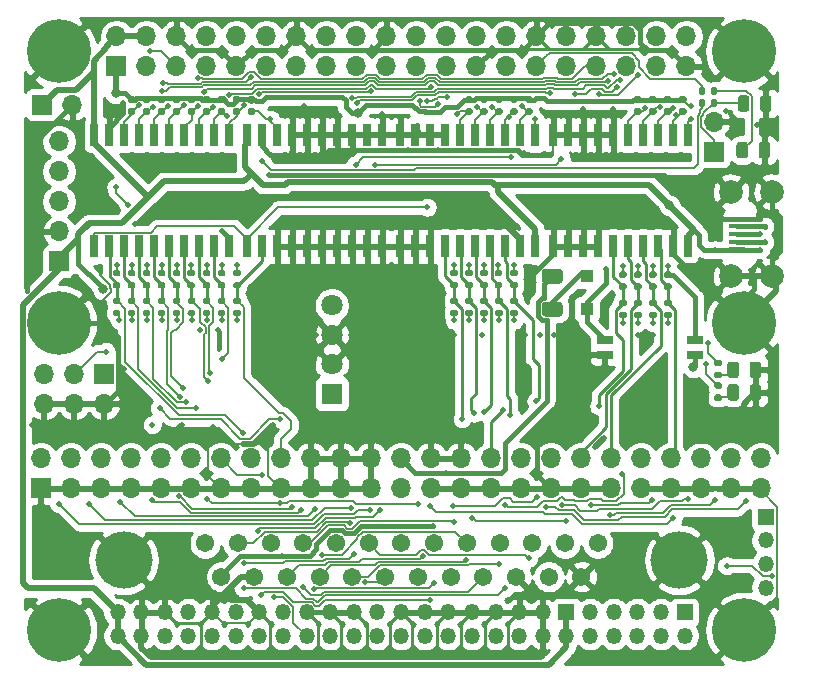
<source format=gtl>
G04 #@! TF.GenerationSoftware,KiCad,Pcbnew,(5.1.9-16-g1737927814)-1*
G04 #@! TF.CreationDate,2021-08-01T21:15:59-05:00*
G04 #@! TF.ProjectId,rascsi_2p4,72617363-7369-45f3-9270-342e6b696361,rev?*
G04 #@! TF.SameCoordinates,Original*
G04 #@! TF.FileFunction,Copper,L1,Top*
G04 #@! TF.FilePolarity,Positive*
%FSLAX46Y46*%
G04 Gerber Fmt 4.6, Leading zero omitted, Abs format (unit mm)*
G04 Created by KiCad (PCBNEW (5.1.9-16-g1737927814)-1) date 2021-08-01 21:15:59*
%MOMM*%
%LPD*%
G01*
G04 APERTURE LIST*
G04 #@! TA.AperFunction,ComponentPad*
%ADD10C,1.800000*%
G04 #@! TD*
G04 #@! TA.AperFunction,ComponentPad*
%ADD11R,1.800000X1.800000*%
G04 #@! TD*
G04 #@! TA.AperFunction,ComponentPad*
%ADD12O,1.700000X1.700000*%
G04 #@! TD*
G04 #@! TA.AperFunction,ComponentPad*
%ADD13R,1.700000X1.700000*%
G04 #@! TD*
G04 #@! TA.AperFunction,ComponentPad*
%ADD14C,4.845000*%
G04 #@! TD*
G04 #@! TA.AperFunction,ComponentPad*
%ADD15C,1.545000*%
G04 #@! TD*
G04 #@! TA.AperFunction,ComponentPad*
%ADD16O,1.350000X1.350000*%
G04 #@! TD*
G04 #@! TA.AperFunction,ComponentPad*
%ADD17R,1.350000X1.350000*%
G04 #@! TD*
G04 #@! TA.AperFunction,SMDPad,CuDef*
%ADD18R,0.650000X1.950000*%
G04 #@! TD*
G04 #@! TA.AperFunction,ComponentPad*
%ADD19C,2.000000*%
G04 #@! TD*
G04 #@! TA.AperFunction,SMDPad,CuDef*
%ADD20R,1.400000X0.400000*%
G04 #@! TD*
G04 #@! TA.AperFunction,SMDPad,CuDef*
%ADD21R,1.100000X1.100000*%
G04 #@! TD*
G04 #@! TA.AperFunction,ComponentPad*
%ADD22C,0.800000*%
G04 #@! TD*
G04 #@! TA.AperFunction,ComponentPad*
%ADD23C,5.400000*%
G04 #@! TD*
G04 #@! TA.AperFunction,SMDPad,CuDef*
%ADD24R,1.425000X0.750000*%
G04 #@! TD*
G04 #@! TA.AperFunction,ViaPad*
%ADD25C,0.500000*%
G04 #@! TD*
G04 #@! TA.AperFunction,ViaPad*
%ADD26C,0.800000*%
G04 #@! TD*
G04 #@! TA.AperFunction,Conductor*
%ADD27C,0.250000*%
G04 #@! TD*
G04 #@! TA.AperFunction,Conductor*
%ADD28C,0.400000*%
G04 #@! TD*
G04 #@! TA.AperFunction,Conductor*
%ADD29C,0.500000*%
G04 #@! TD*
G04 #@! TA.AperFunction,Conductor*
%ADD30C,0.150000*%
G04 #@! TD*
G04 #@! TA.AperFunction,Conductor*
%ADD31C,0.200000*%
G04 #@! TD*
G04 #@! TA.AperFunction,Conductor*
%ADD32C,0.254000*%
G04 #@! TD*
G04 APERTURE END LIST*
D10*
X201110000Y-67500000D03*
X201110000Y-70000000D03*
X201110000Y-72500000D03*
D11*
X201110000Y-75000000D03*
D12*
X176730000Y-75840000D03*
X176730000Y-73300000D03*
X179270000Y-75840000D03*
X179270000Y-73300000D03*
X181810000Y-75840000D03*
D13*
X181810000Y-73300000D03*
D14*
X183481600Y-89050000D03*
X230521600Y-89050000D03*
D15*
X191766600Y-90470000D03*
X194536600Y-90470000D03*
X197306600Y-90470000D03*
X200076600Y-90470000D03*
X202846600Y-90470000D03*
X205616600Y-90470000D03*
X208386600Y-90470000D03*
X211156600Y-90470000D03*
X213926600Y-90470000D03*
X216696600Y-90470000D03*
X219466600Y-90470000D03*
X222236600Y-90470000D03*
X190381600Y-87630000D03*
X193151600Y-87630000D03*
X195921600Y-87630000D03*
X198691600Y-87630000D03*
X201461600Y-87630000D03*
X204231600Y-87630000D03*
X207001600Y-87630000D03*
X209771600Y-87630000D03*
X212541600Y-87630000D03*
X215311600Y-87630000D03*
X218081600Y-87630000D03*
X220851600Y-87630000D03*
X223621600Y-87630000D03*
D16*
X182972000Y-95488000D03*
X182972000Y-93488000D03*
X184972000Y-95488000D03*
X184972000Y-93488000D03*
X186972000Y-95488000D03*
X186972000Y-93488000D03*
X188972000Y-95488000D03*
X188972000Y-93488000D03*
X190972000Y-95488000D03*
X190972000Y-93488000D03*
X192972000Y-95488000D03*
X192972000Y-93488000D03*
X194972000Y-95488000D03*
X194972000Y-93488000D03*
X196972000Y-95488000D03*
X196972000Y-93488000D03*
X198972000Y-95488000D03*
X198972000Y-93488000D03*
X200972000Y-95488000D03*
X200972000Y-93488000D03*
X202972000Y-95488000D03*
X202972000Y-93488000D03*
X204972000Y-95488000D03*
X204972000Y-93488000D03*
X206972000Y-95488000D03*
X206972000Y-93488000D03*
X208972000Y-95488000D03*
X208972000Y-93488000D03*
X210972000Y-95488000D03*
X210972000Y-93488000D03*
X212972000Y-95488000D03*
X212972000Y-93488000D03*
X214972000Y-95488000D03*
X214972000Y-93488000D03*
X216972000Y-95488000D03*
X216972000Y-93488000D03*
X218972000Y-95488000D03*
X218972000Y-93488000D03*
X220972000Y-95488000D03*
D17*
X220972000Y-93488000D03*
D16*
X222972000Y-95488000D03*
X222972000Y-93488000D03*
X224972000Y-95488000D03*
X224972000Y-93488000D03*
X226972000Y-95488000D03*
X226972000Y-93488000D03*
X228972000Y-95488000D03*
X228972000Y-93488000D03*
X230972000Y-95488000D03*
D17*
X230972000Y-93488000D03*
D16*
X237830000Y-91392000D03*
X237830000Y-89392000D03*
X237830000Y-87392000D03*
D17*
X237830000Y-85392000D03*
G04 #@! TA.AperFunction,SMDPad,CuDef*
G36*
G01*
X233622000Y-73138000D02*
X233992000Y-73138000D01*
G75*
G02*
X234127000Y-73273000I0J-135000D01*
G01*
X234127000Y-73543000D01*
G75*
G02*
X233992000Y-73678000I-135000J0D01*
G01*
X233622000Y-73678000D01*
G75*
G02*
X233487000Y-73543000I0J135000D01*
G01*
X233487000Y-73273000D01*
G75*
G02*
X233622000Y-73138000I135000J0D01*
G01*
G37*
G04 #@! TD.AperFunction*
G04 #@! TA.AperFunction,SMDPad,CuDef*
G36*
G01*
X233622000Y-72118000D02*
X233992000Y-72118000D01*
G75*
G02*
X234127000Y-72253000I0J-135000D01*
G01*
X234127000Y-72523000D01*
G75*
G02*
X233992000Y-72658000I-135000J0D01*
G01*
X233622000Y-72658000D01*
G75*
G02*
X233487000Y-72523000I0J135000D01*
G01*
X233487000Y-72253000D01*
G75*
G02*
X233622000Y-72118000I135000J0D01*
G01*
G37*
G04 #@! TD.AperFunction*
G04 #@! TA.AperFunction,SMDPad,CuDef*
G36*
G01*
X233622000Y-75043000D02*
X233992000Y-75043000D01*
G75*
G02*
X234127000Y-75178000I0J-135000D01*
G01*
X234127000Y-75448000D01*
G75*
G02*
X233992000Y-75583000I-135000J0D01*
G01*
X233622000Y-75583000D01*
G75*
G02*
X233487000Y-75448000I0J135000D01*
G01*
X233487000Y-75178000D01*
G75*
G02*
X233622000Y-75043000I135000J0D01*
G01*
G37*
G04 #@! TD.AperFunction*
G04 #@! TA.AperFunction,SMDPad,CuDef*
G36*
G01*
X233622000Y-74023000D02*
X233992000Y-74023000D01*
G75*
G02*
X234127000Y-74158000I0J-135000D01*
G01*
X234127000Y-74428000D01*
G75*
G02*
X233992000Y-74563000I-135000J0D01*
G01*
X233622000Y-74563000D01*
G75*
G02*
X233487000Y-74428000I0J135000D01*
G01*
X233487000Y-74158000D01*
G75*
G02*
X233622000Y-74023000I135000J0D01*
G01*
G37*
G04 #@! TD.AperFunction*
G04 #@! TA.AperFunction,SMDPad,CuDef*
G36*
G01*
X233198500Y-49524500D02*
X233198500Y-49154500D01*
G75*
G02*
X233333500Y-49019500I135000J0D01*
G01*
X233603500Y-49019500D01*
G75*
G02*
X233738500Y-49154500I0J-135000D01*
G01*
X233738500Y-49524500D01*
G75*
G02*
X233603500Y-49659500I-135000J0D01*
G01*
X233333500Y-49659500D01*
G75*
G02*
X233198500Y-49524500I0J135000D01*
G01*
G37*
G04 #@! TD.AperFunction*
G04 #@! TA.AperFunction,SMDPad,CuDef*
G36*
G01*
X232178500Y-49524500D02*
X232178500Y-49154500D01*
G75*
G02*
X232313500Y-49019500I135000J0D01*
G01*
X232583500Y-49019500D01*
G75*
G02*
X232718500Y-49154500I0J-135000D01*
G01*
X232718500Y-49524500D01*
G75*
G02*
X232583500Y-49659500I-135000J0D01*
G01*
X232313500Y-49659500D01*
G75*
G02*
X232178500Y-49524500I0J135000D01*
G01*
G37*
G04 #@! TD.AperFunction*
G04 #@! TA.AperFunction,SMDPad,CuDef*
G36*
G01*
X233198500Y-50540500D02*
X233198500Y-50170500D01*
G75*
G02*
X233333500Y-50035500I135000J0D01*
G01*
X233603500Y-50035500D01*
G75*
G02*
X233738500Y-50170500I0J-135000D01*
G01*
X233738500Y-50540500D01*
G75*
G02*
X233603500Y-50675500I-135000J0D01*
G01*
X233333500Y-50675500D01*
G75*
G02*
X233198500Y-50540500I0J135000D01*
G01*
G37*
G04 #@! TD.AperFunction*
G04 #@! TA.AperFunction,SMDPad,CuDef*
G36*
G01*
X232178500Y-50540500D02*
X232178500Y-50170500D01*
G75*
G02*
X232313500Y-50035500I135000J0D01*
G01*
X232583500Y-50035500D01*
G75*
G02*
X232718500Y-50170500I0J-135000D01*
G01*
X232718500Y-50540500D01*
G75*
G02*
X232583500Y-50675500I-135000J0D01*
G01*
X232313500Y-50675500D01*
G75*
G02*
X232178500Y-50540500I0J135000D01*
G01*
G37*
G04 #@! TD.AperFunction*
G04 #@! TA.AperFunction,SMDPad,CuDef*
G36*
G01*
X193282500Y-67387500D02*
X192912500Y-67387500D01*
G75*
G02*
X192777500Y-67252500I0J135000D01*
G01*
X192777500Y-66982500D01*
G75*
G02*
X192912500Y-66847500I135000J0D01*
G01*
X193282500Y-66847500D01*
G75*
G02*
X193417500Y-66982500I0J-135000D01*
G01*
X193417500Y-67252500D01*
G75*
G02*
X193282500Y-67387500I-135000J0D01*
G01*
G37*
G04 #@! TD.AperFunction*
G04 #@! TA.AperFunction,SMDPad,CuDef*
G36*
G01*
X193282500Y-68407500D02*
X192912500Y-68407500D01*
G75*
G02*
X192777500Y-68272500I0J135000D01*
G01*
X192777500Y-68002500D01*
G75*
G02*
X192912500Y-67867500I135000J0D01*
G01*
X193282500Y-67867500D01*
G75*
G02*
X193417500Y-68002500I0J-135000D01*
G01*
X193417500Y-68272500D01*
G75*
G02*
X193282500Y-68407500I-135000J0D01*
G01*
G37*
G04 #@! TD.AperFunction*
G04 #@! TA.AperFunction,SMDPad,CuDef*
G36*
G01*
X191955000Y-67387500D02*
X191585000Y-67387500D01*
G75*
G02*
X191450000Y-67252500I0J135000D01*
G01*
X191450000Y-66982500D01*
G75*
G02*
X191585000Y-66847500I135000J0D01*
G01*
X191955000Y-66847500D01*
G75*
G02*
X192090000Y-66982500I0J-135000D01*
G01*
X192090000Y-67252500D01*
G75*
G02*
X191955000Y-67387500I-135000J0D01*
G01*
G37*
G04 #@! TD.AperFunction*
G04 #@! TA.AperFunction,SMDPad,CuDef*
G36*
G01*
X191955000Y-68407500D02*
X191585000Y-68407500D01*
G75*
G02*
X191450000Y-68272500I0J135000D01*
G01*
X191450000Y-68002500D01*
G75*
G02*
X191585000Y-67867500I135000J0D01*
G01*
X191955000Y-67867500D01*
G75*
G02*
X192090000Y-68002500I0J-135000D01*
G01*
X192090000Y-68272500D01*
G75*
G02*
X191955000Y-68407500I-135000J0D01*
G01*
G37*
G04 #@! TD.AperFunction*
G04 #@! TA.AperFunction,SMDPad,CuDef*
G36*
G01*
X190685000Y-67387500D02*
X190315000Y-67387500D01*
G75*
G02*
X190180000Y-67252500I0J135000D01*
G01*
X190180000Y-66982500D01*
G75*
G02*
X190315000Y-66847500I135000J0D01*
G01*
X190685000Y-66847500D01*
G75*
G02*
X190820000Y-66982500I0J-135000D01*
G01*
X190820000Y-67252500D01*
G75*
G02*
X190685000Y-67387500I-135000J0D01*
G01*
G37*
G04 #@! TD.AperFunction*
G04 #@! TA.AperFunction,SMDPad,CuDef*
G36*
G01*
X190685000Y-68407500D02*
X190315000Y-68407500D01*
G75*
G02*
X190180000Y-68272500I0J135000D01*
G01*
X190180000Y-68002500D01*
G75*
G02*
X190315000Y-67867500I135000J0D01*
G01*
X190685000Y-67867500D01*
G75*
G02*
X190820000Y-68002500I0J-135000D01*
G01*
X190820000Y-68272500D01*
G75*
G02*
X190685000Y-68407500I-135000J0D01*
G01*
G37*
G04 #@! TD.AperFunction*
G04 #@! TA.AperFunction,SMDPad,CuDef*
G36*
G01*
X189415000Y-67387500D02*
X189045000Y-67387500D01*
G75*
G02*
X188910000Y-67252500I0J135000D01*
G01*
X188910000Y-66982500D01*
G75*
G02*
X189045000Y-66847500I135000J0D01*
G01*
X189415000Y-66847500D01*
G75*
G02*
X189550000Y-66982500I0J-135000D01*
G01*
X189550000Y-67252500D01*
G75*
G02*
X189415000Y-67387500I-135000J0D01*
G01*
G37*
G04 #@! TD.AperFunction*
G04 #@! TA.AperFunction,SMDPad,CuDef*
G36*
G01*
X189415000Y-68407500D02*
X189045000Y-68407500D01*
G75*
G02*
X188910000Y-68272500I0J135000D01*
G01*
X188910000Y-68002500D01*
G75*
G02*
X189045000Y-67867500I135000J0D01*
G01*
X189415000Y-67867500D01*
G75*
G02*
X189550000Y-68002500I0J-135000D01*
G01*
X189550000Y-68272500D01*
G75*
G02*
X189415000Y-68407500I-135000J0D01*
G01*
G37*
G04 #@! TD.AperFunction*
G04 #@! TA.AperFunction,SMDPad,CuDef*
G36*
G01*
X188145000Y-67387500D02*
X187775000Y-67387500D01*
G75*
G02*
X187640000Y-67252500I0J135000D01*
G01*
X187640000Y-66982500D01*
G75*
G02*
X187775000Y-66847500I135000J0D01*
G01*
X188145000Y-66847500D01*
G75*
G02*
X188280000Y-66982500I0J-135000D01*
G01*
X188280000Y-67252500D01*
G75*
G02*
X188145000Y-67387500I-135000J0D01*
G01*
G37*
G04 #@! TD.AperFunction*
G04 #@! TA.AperFunction,SMDPad,CuDef*
G36*
G01*
X188145000Y-68407500D02*
X187775000Y-68407500D01*
G75*
G02*
X187640000Y-68272500I0J135000D01*
G01*
X187640000Y-68002500D01*
G75*
G02*
X187775000Y-67867500I135000J0D01*
G01*
X188145000Y-67867500D01*
G75*
G02*
X188280000Y-68002500I0J-135000D01*
G01*
X188280000Y-68272500D01*
G75*
G02*
X188145000Y-68407500I-135000J0D01*
G01*
G37*
G04 #@! TD.AperFunction*
G04 #@! TA.AperFunction,SMDPad,CuDef*
G36*
G01*
X186875000Y-67387500D02*
X186505000Y-67387500D01*
G75*
G02*
X186370000Y-67252500I0J135000D01*
G01*
X186370000Y-66982500D01*
G75*
G02*
X186505000Y-66847500I135000J0D01*
G01*
X186875000Y-66847500D01*
G75*
G02*
X187010000Y-66982500I0J-135000D01*
G01*
X187010000Y-67252500D01*
G75*
G02*
X186875000Y-67387500I-135000J0D01*
G01*
G37*
G04 #@! TD.AperFunction*
G04 #@! TA.AperFunction,SMDPad,CuDef*
G36*
G01*
X186875000Y-68407500D02*
X186505000Y-68407500D01*
G75*
G02*
X186370000Y-68272500I0J135000D01*
G01*
X186370000Y-68002500D01*
G75*
G02*
X186505000Y-67867500I135000J0D01*
G01*
X186875000Y-67867500D01*
G75*
G02*
X187010000Y-68002500I0J-135000D01*
G01*
X187010000Y-68272500D01*
G75*
G02*
X186875000Y-68407500I-135000J0D01*
G01*
G37*
G04 #@! TD.AperFunction*
G04 #@! TA.AperFunction,SMDPad,CuDef*
G36*
G01*
X185605000Y-67387500D02*
X185235000Y-67387500D01*
G75*
G02*
X185100000Y-67252500I0J135000D01*
G01*
X185100000Y-66982500D01*
G75*
G02*
X185235000Y-66847500I135000J0D01*
G01*
X185605000Y-66847500D01*
G75*
G02*
X185740000Y-66982500I0J-135000D01*
G01*
X185740000Y-67252500D01*
G75*
G02*
X185605000Y-67387500I-135000J0D01*
G01*
G37*
G04 #@! TD.AperFunction*
G04 #@! TA.AperFunction,SMDPad,CuDef*
G36*
G01*
X185605000Y-68407500D02*
X185235000Y-68407500D01*
G75*
G02*
X185100000Y-68272500I0J135000D01*
G01*
X185100000Y-68002500D01*
G75*
G02*
X185235000Y-67867500I135000J0D01*
G01*
X185605000Y-67867500D01*
G75*
G02*
X185740000Y-68002500I0J-135000D01*
G01*
X185740000Y-68272500D01*
G75*
G02*
X185605000Y-68407500I-135000J0D01*
G01*
G37*
G04 #@! TD.AperFunction*
G04 #@! TA.AperFunction,SMDPad,CuDef*
G36*
G01*
X184335000Y-67387500D02*
X183965000Y-67387500D01*
G75*
G02*
X183830000Y-67252500I0J135000D01*
G01*
X183830000Y-66982500D01*
G75*
G02*
X183965000Y-66847500I135000J0D01*
G01*
X184335000Y-66847500D01*
G75*
G02*
X184470000Y-66982500I0J-135000D01*
G01*
X184470000Y-67252500D01*
G75*
G02*
X184335000Y-67387500I-135000J0D01*
G01*
G37*
G04 #@! TD.AperFunction*
G04 #@! TA.AperFunction,SMDPad,CuDef*
G36*
G01*
X184335000Y-68407500D02*
X183965000Y-68407500D01*
G75*
G02*
X183830000Y-68272500I0J135000D01*
G01*
X183830000Y-68002500D01*
G75*
G02*
X183965000Y-67867500I135000J0D01*
G01*
X184335000Y-67867500D01*
G75*
G02*
X184470000Y-68002500I0J-135000D01*
G01*
X184470000Y-68272500D01*
G75*
G02*
X184335000Y-68407500I-135000J0D01*
G01*
G37*
G04 #@! TD.AperFunction*
G04 #@! TA.AperFunction,SMDPad,CuDef*
G36*
G01*
X183065000Y-67387500D02*
X182695000Y-67387500D01*
G75*
G02*
X182560000Y-67252500I0J135000D01*
G01*
X182560000Y-66982500D01*
G75*
G02*
X182695000Y-66847500I135000J0D01*
G01*
X183065000Y-66847500D01*
G75*
G02*
X183200000Y-66982500I0J-135000D01*
G01*
X183200000Y-67252500D01*
G75*
G02*
X183065000Y-67387500I-135000J0D01*
G01*
G37*
G04 #@! TD.AperFunction*
G04 #@! TA.AperFunction,SMDPad,CuDef*
G36*
G01*
X183065000Y-68407500D02*
X182695000Y-68407500D01*
G75*
G02*
X182560000Y-68272500I0J135000D01*
G01*
X182560000Y-68002500D01*
G75*
G02*
X182695000Y-67867500I135000J0D01*
G01*
X183065000Y-67867500D01*
G75*
G02*
X183200000Y-68002500I0J-135000D01*
G01*
X183200000Y-68272500D01*
G75*
G02*
X183065000Y-68407500I-135000J0D01*
G01*
G37*
G04 #@! TD.AperFunction*
G04 #@! TA.AperFunction,SMDPad,CuDef*
G36*
G01*
X216720000Y-67387500D02*
X216350000Y-67387500D01*
G75*
G02*
X216215000Y-67252500I0J135000D01*
G01*
X216215000Y-66982500D01*
G75*
G02*
X216350000Y-66847500I135000J0D01*
G01*
X216720000Y-66847500D01*
G75*
G02*
X216855000Y-66982500I0J-135000D01*
G01*
X216855000Y-67252500D01*
G75*
G02*
X216720000Y-67387500I-135000J0D01*
G01*
G37*
G04 #@! TD.AperFunction*
G04 #@! TA.AperFunction,SMDPad,CuDef*
G36*
G01*
X216720000Y-68407500D02*
X216350000Y-68407500D01*
G75*
G02*
X216215000Y-68272500I0J135000D01*
G01*
X216215000Y-68002500D01*
G75*
G02*
X216350000Y-67867500I135000J0D01*
G01*
X216720000Y-67867500D01*
G75*
G02*
X216855000Y-68002500I0J-135000D01*
G01*
X216855000Y-68272500D01*
G75*
G02*
X216720000Y-68407500I-135000J0D01*
G01*
G37*
G04 #@! TD.AperFunction*
G04 #@! TA.AperFunction,SMDPad,CuDef*
G36*
G01*
X215450000Y-67387500D02*
X215080000Y-67387500D01*
G75*
G02*
X214945000Y-67252500I0J135000D01*
G01*
X214945000Y-66982500D01*
G75*
G02*
X215080000Y-66847500I135000J0D01*
G01*
X215450000Y-66847500D01*
G75*
G02*
X215585000Y-66982500I0J-135000D01*
G01*
X215585000Y-67252500D01*
G75*
G02*
X215450000Y-67387500I-135000J0D01*
G01*
G37*
G04 #@! TD.AperFunction*
G04 #@! TA.AperFunction,SMDPad,CuDef*
G36*
G01*
X215450000Y-68407500D02*
X215080000Y-68407500D01*
G75*
G02*
X214945000Y-68272500I0J135000D01*
G01*
X214945000Y-68002500D01*
G75*
G02*
X215080000Y-67867500I135000J0D01*
G01*
X215450000Y-67867500D01*
G75*
G02*
X215585000Y-68002500I0J-135000D01*
G01*
X215585000Y-68272500D01*
G75*
G02*
X215450000Y-68407500I-135000J0D01*
G01*
G37*
G04 #@! TD.AperFunction*
G04 #@! TA.AperFunction,SMDPad,CuDef*
G36*
G01*
X214180000Y-67387500D02*
X213810000Y-67387500D01*
G75*
G02*
X213675000Y-67252500I0J135000D01*
G01*
X213675000Y-66982500D01*
G75*
G02*
X213810000Y-66847500I135000J0D01*
G01*
X214180000Y-66847500D01*
G75*
G02*
X214315000Y-66982500I0J-135000D01*
G01*
X214315000Y-67252500D01*
G75*
G02*
X214180000Y-67387500I-135000J0D01*
G01*
G37*
G04 #@! TD.AperFunction*
G04 #@! TA.AperFunction,SMDPad,CuDef*
G36*
G01*
X214180000Y-68407500D02*
X213810000Y-68407500D01*
G75*
G02*
X213675000Y-68272500I0J135000D01*
G01*
X213675000Y-68002500D01*
G75*
G02*
X213810000Y-67867500I135000J0D01*
G01*
X214180000Y-67867500D01*
G75*
G02*
X214315000Y-68002500I0J-135000D01*
G01*
X214315000Y-68272500D01*
G75*
G02*
X214180000Y-68407500I-135000J0D01*
G01*
G37*
G04 #@! TD.AperFunction*
G04 #@! TA.AperFunction,SMDPad,CuDef*
G36*
G01*
X212910000Y-67387500D02*
X212540000Y-67387500D01*
G75*
G02*
X212405000Y-67252500I0J135000D01*
G01*
X212405000Y-66982500D01*
G75*
G02*
X212540000Y-66847500I135000J0D01*
G01*
X212910000Y-66847500D01*
G75*
G02*
X213045000Y-66982500I0J-135000D01*
G01*
X213045000Y-67252500D01*
G75*
G02*
X212910000Y-67387500I-135000J0D01*
G01*
G37*
G04 #@! TD.AperFunction*
G04 #@! TA.AperFunction,SMDPad,CuDef*
G36*
G01*
X212910000Y-68407500D02*
X212540000Y-68407500D01*
G75*
G02*
X212405000Y-68272500I0J135000D01*
G01*
X212405000Y-68002500D01*
G75*
G02*
X212540000Y-67867500I135000J0D01*
G01*
X212910000Y-67867500D01*
G75*
G02*
X213045000Y-68002500I0J-135000D01*
G01*
X213045000Y-68272500D01*
G75*
G02*
X212910000Y-68407500I-135000J0D01*
G01*
G37*
G04 #@! TD.AperFunction*
G04 #@! TA.AperFunction,SMDPad,CuDef*
G36*
G01*
X211640000Y-67387500D02*
X211270000Y-67387500D01*
G75*
G02*
X211135000Y-67252500I0J135000D01*
G01*
X211135000Y-66982500D01*
G75*
G02*
X211270000Y-66847500I135000J0D01*
G01*
X211640000Y-66847500D01*
G75*
G02*
X211775000Y-66982500I0J-135000D01*
G01*
X211775000Y-67252500D01*
G75*
G02*
X211640000Y-67387500I-135000J0D01*
G01*
G37*
G04 #@! TD.AperFunction*
G04 #@! TA.AperFunction,SMDPad,CuDef*
G36*
G01*
X211640000Y-68407500D02*
X211270000Y-68407500D01*
G75*
G02*
X211135000Y-68272500I0J135000D01*
G01*
X211135000Y-68002500D01*
G75*
G02*
X211270000Y-67867500I135000J0D01*
G01*
X211640000Y-67867500D01*
G75*
G02*
X211775000Y-68002500I0J-135000D01*
G01*
X211775000Y-68272500D01*
G75*
G02*
X211640000Y-68407500I-135000J0D01*
G01*
G37*
G04 #@! TD.AperFunction*
G04 #@! TA.AperFunction,SMDPad,CuDef*
G36*
G01*
X229737500Y-67562501D02*
X229367500Y-67562501D01*
G75*
G02*
X229232500Y-67427501I0J135000D01*
G01*
X229232500Y-67157501D01*
G75*
G02*
X229367500Y-67022501I135000J0D01*
G01*
X229737500Y-67022501D01*
G75*
G02*
X229872500Y-67157501I0J-135000D01*
G01*
X229872500Y-67427501D01*
G75*
G02*
X229737500Y-67562501I-135000J0D01*
G01*
G37*
G04 #@! TD.AperFunction*
G04 #@! TA.AperFunction,SMDPad,CuDef*
G36*
G01*
X229737500Y-68582501D02*
X229367500Y-68582501D01*
G75*
G02*
X229232500Y-68447501I0J135000D01*
G01*
X229232500Y-68177501D01*
G75*
G02*
X229367500Y-68042501I135000J0D01*
G01*
X229737500Y-68042501D01*
G75*
G02*
X229872500Y-68177501I0J-135000D01*
G01*
X229872500Y-68447501D01*
G75*
G02*
X229737500Y-68582501I-135000J0D01*
G01*
G37*
G04 #@! TD.AperFunction*
G04 #@! TA.AperFunction,SMDPad,CuDef*
G36*
G01*
X228467500Y-67562501D02*
X228097500Y-67562501D01*
G75*
G02*
X227962500Y-67427501I0J135000D01*
G01*
X227962500Y-67157501D01*
G75*
G02*
X228097500Y-67022501I135000J0D01*
G01*
X228467500Y-67022501D01*
G75*
G02*
X228602500Y-67157501I0J-135000D01*
G01*
X228602500Y-67427501D01*
G75*
G02*
X228467500Y-67562501I-135000J0D01*
G01*
G37*
G04 #@! TD.AperFunction*
G04 #@! TA.AperFunction,SMDPad,CuDef*
G36*
G01*
X228467500Y-68582501D02*
X228097500Y-68582501D01*
G75*
G02*
X227962500Y-68447501I0J135000D01*
G01*
X227962500Y-68177501D01*
G75*
G02*
X228097500Y-68042501I135000J0D01*
G01*
X228467500Y-68042501D01*
G75*
G02*
X228602500Y-68177501I0J-135000D01*
G01*
X228602500Y-68447501D01*
G75*
G02*
X228467500Y-68582501I-135000J0D01*
G01*
G37*
G04 #@! TD.AperFunction*
G04 #@! TA.AperFunction,SMDPad,CuDef*
G36*
G01*
X227197500Y-67562501D02*
X226827500Y-67562501D01*
G75*
G02*
X226692500Y-67427501I0J135000D01*
G01*
X226692500Y-67157501D01*
G75*
G02*
X226827500Y-67022501I135000J0D01*
G01*
X227197500Y-67022501D01*
G75*
G02*
X227332500Y-67157501I0J-135000D01*
G01*
X227332500Y-67427501D01*
G75*
G02*
X227197500Y-67562501I-135000J0D01*
G01*
G37*
G04 #@! TD.AperFunction*
G04 #@! TA.AperFunction,SMDPad,CuDef*
G36*
G01*
X227197500Y-68582501D02*
X226827500Y-68582501D01*
G75*
G02*
X226692500Y-68447501I0J135000D01*
G01*
X226692500Y-68177501D01*
G75*
G02*
X226827500Y-68042501I135000J0D01*
G01*
X227197500Y-68042501D01*
G75*
G02*
X227332500Y-68177501I0J-135000D01*
G01*
X227332500Y-68447501D01*
G75*
G02*
X227197500Y-68582501I-135000J0D01*
G01*
G37*
G04 #@! TD.AperFunction*
G04 #@! TA.AperFunction,SMDPad,CuDef*
G36*
G01*
X225927500Y-67562501D02*
X225557500Y-67562501D01*
G75*
G02*
X225422500Y-67427501I0J135000D01*
G01*
X225422500Y-67157501D01*
G75*
G02*
X225557500Y-67022501I135000J0D01*
G01*
X225927500Y-67022501D01*
G75*
G02*
X226062500Y-67157501I0J-135000D01*
G01*
X226062500Y-67427501D01*
G75*
G02*
X225927500Y-67562501I-135000J0D01*
G01*
G37*
G04 #@! TD.AperFunction*
G04 #@! TA.AperFunction,SMDPad,CuDef*
G36*
G01*
X225927500Y-68582501D02*
X225557500Y-68582501D01*
G75*
G02*
X225422500Y-68447501I0J135000D01*
G01*
X225422500Y-68177501D01*
G75*
G02*
X225557500Y-68042501I135000J0D01*
G01*
X225927500Y-68042501D01*
G75*
G02*
X226062500Y-68177501I0J-135000D01*
G01*
X226062500Y-68447501D01*
G75*
G02*
X225927500Y-68582501I-135000J0D01*
G01*
G37*
G04 #@! TD.AperFunction*
G04 #@! TA.AperFunction,SMDPad,CuDef*
G36*
G01*
X192912500Y-65518000D02*
X193282500Y-65518000D01*
G75*
G02*
X193417500Y-65653000I0J-135000D01*
G01*
X193417500Y-65923000D01*
G75*
G02*
X193282500Y-66058000I-135000J0D01*
G01*
X192912500Y-66058000D01*
G75*
G02*
X192777500Y-65923000I0J135000D01*
G01*
X192777500Y-65653000D01*
G75*
G02*
X192912500Y-65518000I135000J0D01*
G01*
G37*
G04 #@! TD.AperFunction*
G04 #@! TA.AperFunction,SMDPad,CuDef*
G36*
G01*
X192912500Y-64498000D02*
X193282500Y-64498000D01*
G75*
G02*
X193417500Y-64633000I0J-135000D01*
G01*
X193417500Y-64903000D01*
G75*
G02*
X193282500Y-65038000I-135000J0D01*
G01*
X192912500Y-65038000D01*
G75*
G02*
X192777500Y-64903000I0J135000D01*
G01*
X192777500Y-64633000D01*
G75*
G02*
X192912500Y-64498000I135000J0D01*
G01*
G37*
G04 #@! TD.AperFunction*
G04 #@! TA.AperFunction,SMDPad,CuDef*
G36*
G01*
X191585000Y-65518000D02*
X191955000Y-65518000D01*
G75*
G02*
X192090000Y-65653000I0J-135000D01*
G01*
X192090000Y-65923000D01*
G75*
G02*
X191955000Y-66058000I-135000J0D01*
G01*
X191585000Y-66058000D01*
G75*
G02*
X191450000Y-65923000I0J135000D01*
G01*
X191450000Y-65653000D01*
G75*
G02*
X191585000Y-65518000I135000J0D01*
G01*
G37*
G04 #@! TD.AperFunction*
G04 #@! TA.AperFunction,SMDPad,CuDef*
G36*
G01*
X191585000Y-64498000D02*
X191955000Y-64498000D01*
G75*
G02*
X192090000Y-64633000I0J-135000D01*
G01*
X192090000Y-64903000D01*
G75*
G02*
X191955000Y-65038000I-135000J0D01*
G01*
X191585000Y-65038000D01*
G75*
G02*
X191450000Y-64903000I0J135000D01*
G01*
X191450000Y-64633000D01*
G75*
G02*
X191585000Y-64498000I135000J0D01*
G01*
G37*
G04 #@! TD.AperFunction*
G04 #@! TA.AperFunction,SMDPad,CuDef*
G36*
G01*
X190315000Y-65518000D02*
X190685000Y-65518000D01*
G75*
G02*
X190820000Y-65653000I0J-135000D01*
G01*
X190820000Y-65923000D01*
G75*
G02*
X190685000Y-66058000I-135000J0D01*
G01*
X190315000Y-66058000D01*
G75*
G02*
X190180000Y-65923000I0J135000D01*
G01*
X190180000Y-65653000D01*
G75*
G02*
X190315000Y-65518000I135000J0D01*
G01*
G37*
G04 #@! TD.AperFunction*
G04 #@! TA.AperFunction,SMDPad,CuDef*
G36*
G01*
X190315000Y-64498000D02*
X190685000Y-64498000D01*
G75*
G02*
X190820000Y-64633000I0J-135000D01*
G01*
X190820000Y-64903000D01*
G75*
G02*
X190685000Y-65038000I-135000J0D01*
G01*
X190315000Y-65038000D01*
G75*
G02*
X190180000Y-64903000I0J135000D01*
G01*
X190180000Y-64633000D01*
G75*
G02*
X190315000Y-64498000I135000J0D01*
G01*
G37*
G04 #@! TD.AperFunction*
G04 #@! TA.AperFunction,SMDPad,CuDef*
G36*
G01*
X188981500Y-65518000D02*
X189351500Y-65518000D01*
G75*
G02*
X189486500Y-65653000I0J-135000D01*
G01*
X189486500Y-65923000D01*
G75*
G02*
X189351500Y-66058000I-135000J0D01*
G01*
X188981500Y-66058000D01*
G75*
G02*
X188846500Y-65923000I0J135000D01*
G01*
X188846500Y-65653000D01*
G75*
G02*
X188981500Y-65518000I135000J0D01*
G01*
G37*
G04 #@! TD.AperFunction*
G04 #@! TA.AperFunction,SMDPad,CuDef*
G36*
G01*
X188981500Y-64498000D02*
X189351500Y-64498000D01*
G75*
G02*
X189486500Y-64633000I0J-135000D01*
G01*
X189486500Y-64903000D01*
G75*
G02*
X189351500Y-65038000I-135000J0D01*
G01*
X188981500Y-65038000D01*
G75*
G02*
X188846500Y-64903000I0J135000D01*
G01*
X188846500Y-64633000D01*
G75*
G02*
X188981500Y-64498000I135000J0D01*
G01*
G37*
G04 #@! TD.AperFunction*
G04 #@! TA.AperFunction,SMDPad,CuDef*
G36*
G01*
X187775000Y-65518000D02*
X188145000Y-65518000D01*
G75*
G02*
X188280000Y-65653000I0J-135000D01*
G01*
X188280000Y-65923000D01*
G75*
G02*
X188145000Y-66058000I-135000J0D01*
G01*
X187775000Y-66058000D01*
G75*
G02*
X187640000Y-65923000I0J135000D01*
G01*
X187640000Y-65653000D01*
G75*
G02*
X187775000Y-65518000I135000J0D01*
G01*
G37*
G04 #@! TD.AperFunction*
G04 #@! TA.AperFunction,SMDPad,CuDef*
G36*
G01*
X187775000Y-64498000D02*
X188145000Y-64498000D01*
G75*
G02*
X188280000Y-64633000I0J-135000D01*
G01*
X188280000Y-64903000D01*
G75*
G02*
X188145000Y-65038000I-135000J0D01*
G01*
X187775000Y-65038000D01*
G75*
G02*
X187640000Y-64903000I0J135000D01*
G01*
X187640000Y-64633000D01*
G75*
G02*
X187775000Y-64498000I135000J0D01*
G01*
G37*
G04 #@! TD.AperFunction*
G04 #@! TA.AperFunction,SMDPad,CuDef*
G36*
G01*
X186505000Y-65518000D02*
X186875000Y-65518000D01*
G75*
G02*
X187010000Y-65653000I0J-135000D01*
G01*
X187010000Y-65923000D01*
G75*
G02*
X186875000Y-66058000I-135000J0D01*
G01*
X186505000Y-66058000D01*
G75*
G02*
X186370000Y-65923000I0J135000D01*
G01*
X186370000Y-65653000D01*
G75*
G02*
X186505000Y-65518000I135000J0D01*
G01*
G37*
G04 #@! TD.AperFunction*
G04 #@! TA.AperFunction,SMDPad,CuDef*
G36*
G01*
X186505000Y-64498000D02*
X186875000Y-64498000D01*
G75*
G02*
X187010000Y-64633000I0J-135000D01*
G01*
X187010000Y-64903000D01*
G75*
G02*
X186875000Y-65038000I-135000J0D01*
G01*
X186505000Y-65038000D01*
G75*
G02*
X186370000Y-64903000I0J135000D01*
G01*
X186370000Y-64633000D01*
G75*
G02*
X186505000Y-64498000I135000J0D01*
G01*
G37*
G04 #@! TD.AperFunction*
G04 #@! TA.AperFunction,SMDPad,CuDef*
G36*
G01*
X185235000Y-65518000D02*
X185605000Y-65518000D01*
G75*
G02*
X185740000Y-65653000I0J-135000D01*
G01*
X185740000Y-65923000D01*
G75*
G02*
X185605000Y-66058000I-135000J0D01*
G01*
X185235000Y-66058000D01*
G75*
G02*
X185100000Y-65923000I0J135000D01*
G01*
X185100000Y-65653000D01*
G75*
G02*
X185235000Y-65518000I135000J0D01*
G01*
G37*
G04 #@! TD.AperFunction*
G04 #@! TA.AperFunction,SMDPad,CuDef*
G36*
G01*
X185235000Y-64498000D02*
X185605000Y-64498000D01*
G75*
G02*
X185740000Y-64633000I0J-135000D01*
G01*
X185740000Y-64903000D01*
G75*
G02*
X185605000Y-65038000I-135000J0D01*
G01*
X185235000Y-65038000D01*
G75*
G02*
X185100000Y-64903000I0J135000D01*
G01*
X185100000Y-64633000D01*
G75*
G02*
X185235000Y-64498000I135000J0D01*
G01*
G37*
G04 #@! TD.AperFunction*
G04 #@! TA.AperFunction,SMDPad,CuDef*
G36*
G01*
X183965000Y-65518000D02*
X184335000Y-65518000D01*
G75*
G02*
X184470000Y-65653000I0J-135000D01*
G01*
X184470000Y-65923000D01*
G75*
G02*
X184335000Y-66058000I-135000J0D01*
G01*
X183965000Y-66058000D01*
G75*
G02*
X183830000Y-65923000I0J135000D01*
G01*
X183830000Y-65653000D01*
G75*
G02*
X183965000Y-65518000I135000J0D01*
G01*
G37*
G04 #@! TD.AperFunction*
G04 #@! TA.AperFunction,SMDPad,CuDef*
G36*
G01*
X183965000Y-64498000D02*
X184335000Y-64498000D01*
G75*
G02*
X184470000Y-64633000I0J-135000D01*
G01*
X184470000Y-64903000D01*
G75*
G02*
X184335000Y-65038000I-135000J0D01*
G01*
X183965000Y-65038000D01*
G75*
G02*
X183830000Y-64903000I0J135000D01*
G01*
X183830000Y-64633000D01*
G75*
G02*
X183965000Y-64498000I135000J0D01*
G01*
G37*
G04 #@! TD.AperFunction*
G04 #@! TA.AperFunction,SMDPad,CuDef*
G36*
G01*
X182695000Y-65518000D02*
X183065000Y-65518000D01*
G75*
G02*
X183200000Y-65653000I0J-135000D01*
G01*
X183200000Y-65923000D01*
G75*
G02*
X183065000Y-66058000I-135000J0D01*
G01*
X182695000Y-66058000D01*
G75*
G02*
X182560000Y-65923000I0J135000D01*
G01*
X182560000Y-65653000D01*
G75*
G02*
X182695000Y-65518000I135000J0D01*
G01*
G37*
G04 #@! TD.AperFunction*
G04 #@! TA.AperFunction,SMDPad,CuDef*
G36*
G01*
X182695000Y-64498000D02*
X183065000Y-64498000D01*
G75*
G02*
X183200000Y-64633000I0J-135000D01*
G01*
X183200000Y-64903000D01*
G75*
G02*
X183065000Y-65038000I-135000J0D01*
G01*
X182695000Y-65038000D01*
G75*
G02*
X182560000Y-64903000I0J135000D01*
G01*
X182560000Y-64633000D01*
G75*
G02*
X182695000Y-64498000I135000J0D01*
G01*
G37*
G04 #@! TD.AperFunction*
G04 #@! TA.AperFunction,SMDPad,CuDef*
G36*
G01*
X216350000Y-65518000D02*
X216720000Y-65518000D01*
G75*
G02*
X216855000Y-65653000I0J-135000D01*
G01*
X216855000Y-65923000D01*
G75*
G02*
X216720000Y-66058000I-135000J0D01*
G01*
X216350000Y-66058000D01*
G75*
G02*
X216215000Y-65923000I0J135000D01*
G01*
X216215000Y-65653000D01*
G75*
G02*
X216350000Y-65518000I135000J0D01*
G01*
G37*
G04 #@! TD.AperFunction*
G04 #@! TA.AperFunction,SMDPad,CuDef*
G36*
G01*
X216350000Y-64498000D02*
X216720000Y-64498000D01*
G75*
G02*
X216855000Y-64633000I0J-135000D01*
G01*
X216855000Y-64903000D01*
G75*
G02*
X216720000Y-65038000I-135000J0D01*
G01*
X216350000Y-65038000D01*
G75*
G02*
X216215000Y-64903000I0J135000D01*
G01*
X216215000Y-64633000D01*
G75*
G02*
X216350000Y-64498000I135000J0D01*
G01*
G37*
G04 #@! TD.AperFunction*
G04 #@! TA.AperFunction,SMDPad,CuDef*
G36*
G01*
X215016500Y-65518000D02*
X215386500Y-65518000D01*
G75*
G02*
X215521500Y-65653000I0J-135000D01*
G01*
X215521500Y-65923000D01*
G75*
G02*
X215386500Y-66058000I-135000J0D01*
G01*
X215016500Y-66058000D01*
G75*
G02*
X214881500Y-65923000I0J135000D01*
G01*
X214881500Y-65653000D01*
G75*
G02*
X215016500Y-65518000I135000J0D01*
G01*
G37*
G04 #@! TD.AperFunction*
G04 #@! TA.AperFunction,SMDPad,CuDef*
G36*
G01*
X215016500Y-64498000D02*
X215386500Y-64498000D01*
G75*
G02*
X215521500Y-64633000I0J-135000D01*
G01*
X215521500Y-64903000D01*
G75*
G02*
X215386500Y-65038000I-135000J0D01*
G01*
X215016500Y-65038000D01*
G75*
G02*
X214881500Y-64903000I0J135000D01*
G01*
X214881500Y-64633000D01*
G75*
G02*
X215016500Y-64498000I135000J0D01*
G01*
G37*
G04 #@! TD.AperFunction*
G04 #@! TA.AperFunction,SMDPad,CuDef*
G36*
G01*
X213810000Y-65518000D02*
X214180000Y-65518000D01*
G75*
G02*
X214315000Y-65653000I0J-135000D01*
G01*
X214315000Y-65923000D01*
G75*
G02*
X214180000Y-66058000I-135000J0D01*
G01*
X213810000Y-66058000D01*
G75*
G02*
X213675000Y-65923000I0J135000D01*
G01*
X213675000Y-65653000D01*
G75*
G02*
X213810000Y-65518000I135000J0D01*
G01*
G37*
G04 #@! TD.AperFunction*
G04 #@! TA.AperFunction,SMDPad,CuDef*
G36*
G01*
X213810000Y-64498000D02*
X214180000Y-64498000D01*
G75*
G02*
X214315000Y-64633000I0J-135000D01*
G01*
X214315000Y-64903000D01*
G75*
G02*
X214180000Y-65038000I-135000J0D01*
G01*
X213810000Y-65038000D01*
G75*
G02*
X213675000Y-64903000I0J135000D01*
G01*
X213675000Y-64633000D01*
G75*
G02*
X213810000Y-64498000I135000J0D01*
G01*
G37*
G04 #@! TD.AperFunction*
G04 #@! TA.AperFunction,SMDPad,CuDef*
G36*
G01*
X212540000Y-65518000D02*
X212910000Y-65518000D01*
G75*
G02*
X213045000Y-65653000I0J-135000D01*
G01*
X213045000Y-65923000D01*
G75*
G02*
X212910000Y-66058000I-135000J0D01*
G01*
X212540000Y-66058000D01*
G75*
G02*
X212405000Y-65923000I0J135000D01*
G01*
X212405000Y-65653000D01*
G75*
G02*
X212540000Y-65518000I135000J0D01*
G01*
G37*
G04 #@! TD.AperFunction*
G04 #@! TA.AperFunction,SMDPad,CuDef*
G36*
G01*
X212540000Y-64498000D02*
X212910000Y-64498000D01*
G75*
G02*
X213045000Y-64633000I0J-135000D01*
G01*
X213045000Y-64903000D01*
G75*
G02*
X212910000Y-65038000I-135000J0D01*
G01*
X212540000Y-65038000D01*
G75*
G02*
X212405000Y-64903000I0J135000D01*
G01*
X212405000Y-64633000D01*
G75*
G02*
X212540000Y-64498000I135000J0D01*
G01*
G37*
G04 #@! TD.AperFunction*
G04 #@! TA.AperFunction,SMDPad,CuDef*
G36*
G01*
X211270000Y-65518000D02*
X211640000Y-65518000D01*
G75*
G02*
X211775000Y-65653000I0J-135000D01*
G01*
X211775000Y-65923000D01*
G75*
G02*
X211640000Y-66058000I-135000J0D01*
G01*
X211270000Y-66058000D01*
G75*
G02*
X211135000Y-65923000I0J135000D01*
G01*
X211135000Y-65653000D01*
G75*
G02*
X211270000Y-65518000I135000J0D01*
G01*
G37*
G04 #@! TD.AperFunction*
G04 #@! TA.AperFunction,SMDPad,CuDef*
G36*
G01*
X211270000Y-64498000D02*
X211640000Y-64498000D01*
G75*
G02*
X211775000Y-64633000I0J-135000D01*
G01*
X211775000Y-64903000D01*
G75*
G02*
X211640000Y-65038000I-135000J0D01*
G01*
X211270000Y-65038000D01*
G75*
G02*
X211135000Y-64903000I0J135000D01*
G01*
X211135000Y-64633000D01*
G75*
G02*
X211270000Y-64498000I135000J0D01*
G01*
G37*
G04 #@! TD.AperFunction*
G04 #@! TA.AperFunction,SMDPad,CuDef*
G36*
G01*
X229367500Y-65645000D02*
X229737500Y-65645000D01*
G75*
G02*
X229872500Y-65780000I0J-135000D01*
G01*
X229872500Y-66050000D01*
G75*
G02*
X229737500Y-66185000I-135000J0D01*
G01*
X229367500Y-66185000D01*
G75*
G02*
X229232500Y-66050000I0J135000D01*
G01*
X229232500Y-65780000D01*
G75*
G02*
X229367500Y-65645000I135000J0D01*
G01*
G37*
G04 #@! TD.AperFunction*
G04 #@! TA.AperFunction,SMDPad,CuDef*
G36*
G01*
X229367500Y-64625000D02*
X229737500Y-64625000D01*
G75*
G02*
X229872500Y-64760000I0J-135000D01*
G01*
X229872500Y-65030000D01*
G75*
G02*
X229737500Y-65165000I-135000J0D01*
G01*
X229367500Y-65165000D01*
G75*
G02*
X229232500Y-65030000I0J135000D01*
G01*
X229232500Y-64760000D01*
G75*
G02*
X229367500Y-64625000I135000J0D01*
G01*
G37*
G04 #@! TD.AperFunction*
G04 #@! TA.AperFunction,SMDPad,CuDef*
G36*
G01*
X228097500Y-65645000D02*
X228467500Y-65645000D01*
G75*
G02*
X228602500Y-65780000I0J-135000D01*
G01*
X228602500Y-66050000D01*
G75*
G02*
X228467500Y-66185000I-135000J0D01*
G01*
X228097500Y-66185000D01*
G75*
G02*
X227962500Y-66050000I0J135000D01*
G01*
X227962500Y-65780000D01*
G75*
G02*
X228097500Y-65645000I135000J0D01*
G01*
G37*
G04 #@! TD.AperFunction*
G04 #@! TA.AperFunction,SMDPad,CuDef*
G36*
G01*
X228097500Y-64625000D02*
X228467500Y-64625000D01*
G75*
G02*
X228602500Y-64760000I0J-135000D01*
G01*
X228602500Y-65030000D01*
G75*
G02*
X228467500Y-65165000I-135000J0D01*
G01*
X228097500Y-65165000D01*
G75*
G02*
X227962500Y-65030000I0J135000D01*
G01*
X227962500Y-64760000D01*
G75*
G02*
X228097500Y-64625000I135000J0D01*
G01*
G37*
G04 #@! TD.AperFunction*
G04 #@! TA.AperFunction,SMDPad,CuDef*
G36*
G01*
X226827500Y-65645000D02*
X227197500Y-65645000D01*
G75*
G02*
X227332500Y-65780000I0J-135000D01*
G01*
X227332500Y-66050000D01*
G75*
G02*
X227197500Y-66185000I-135000J0D01*
G01*
X226827500Y-66185000D01*
G75*
G02*
X226692500Y-66050000I0J135000D01*
G01*
X226692500Y-65780000D01*
G75*
G02*
X226827500Y-65645000I135000J0D01*
G01*
G37*
G04 #@! TD.AperFunction*
G04 #@! TA.AperFunction,SMDPad,CuDef*
G36*
G01*
X226827500Y-64625000D02*
X227197500Y-64625000D01*
G75*
G02*
X227332500Y-64760000I0J-135000D01*
G01*
X227332500Y-65030000D01*
G75*
G02*
X227197500Y-65165000I-135000J0D01*
G01*
X226827500Y-65165000D01*
G75*
G02*
X226692500Y-65030000I0J135000D01*
G01*
X226692500Y-64760000D01*
G75*
G02*
X226827500Y-64625000I135000J0D01*
G01*
G37*
G04 #@! TD.AperFunction*
G04 #@! TA.AperFunction,SMDPad,CuDef*
G36*
G01*
X225557500Y-65645000D02*
X225927500Y-65645000D01*
G75*
G02*
X226062500Y-65780000I0J-135000D01*
G01*
X226062500Y-66050000D01*
G75*
G02*
X225927500Y-66185000I-135000J0D01*
G01*
X225557500Y-66185000D01*
G75*
G02*
X225422500Y-66050000I0J135000D01*
G01*
X225422500Y-65780000D01*
G75*
G02*
X225557500Y-65645000I135000J0D01*
G01*
G37*
G04 #@! TD.AperFunction*
G04 #@! TA.AperFunction,SMDPad,CuDef*
G36*
G01*
X225557500Y-64625000D02*
X225927500Y-64625000D01*
G75*
G02*
X226062500Y-64760000I0J-135000D01*
G01*
X226062500Y-65030000D01*
G75*
G02*
X225927500Y-65165000I-135000J0D01*
G01*
X225557500Y-65165000D01*
G75*
G02*
X225422500Y-65030000I0J135000D01*
G01*
X225422500Y-64760000D01*
G75*
G02*
X225557500Y-64625000I135000J0D01*
G01*
G37*
G04 #@! TD.AperFunction*
G04 #@! TA.AperFunction,SMDPad,CuDef*
G36*
G01*
X194125000Y-50809000D02*
X194495000Y-50809000D01*
G75*
G02*
X194630000Y-50944000I0J-135000D01*
G01*
X194630000Y-51214000D01*
G75*
G02*
X194495000Y-51349000I-135000J0D01*
G01*
X194125000Y-51349000D01*
G75*
G02*
X193990000Y-51214000I0J135000D01*
G01*
X193990000Y-50944000D01*
G75*
G02*
X194125000Y-50809000I135000J0D01*
G01*
G37*
G04 #@! TD.AperFunction*
G04 #@! TA.AperFunction,SMDPad,CuDef*
G36*
G01*
X194125000Y-49789000D02*
X194495000Y-49789000D01*
G75*
G02*
X194630000Y-49924000I0J-135000D01*
G01*
X194630000Y-50194000D01*
G75*
G02*
X194495000Y-50329000I-135000J0D01*
G01*
X194125000Y-50329000D01*
G75*
G02*
X193990000Y-50194000I0J135000D01*
G01*
X193990000Y-49924000D01*
G75*
G02*
X194125000Y-49789000I135000J0D01*
G01*
G37*
G04 #@! TD.AperFunction*
G04 #@! TA.AperFunction,SMDPad,CuDef*
G36*
G01*
X192855000Y-50809000D02*
X193225000Y-50809000D01*
G75*
G02*
X193360000Y-50944000I0J-135000D01*
G01*
X193360000Y-51214000D01*
G75*
G02*
X193225000Y-51349000I-135000J0D01*
G01*
X192855000Y-51349000D01*
G75*
G02*
X192720000Y-51214000I0J135000D01*
G01*
X192720000Y-50944000D01*
G75*
G02*
X192855000Y-50809000I135000J0D01*
G01*
G37*
G04 #@! TD.AperFunction*
G04 #@! TA.AperFunction,SMDPad,CuDef*
G36*
G01*
X192855000Y-49789000D02*
X193225000Y-49789000D01*
G75*
G02*
X193360000Y-49924000I0J-135000D01*
G01*
X193360000Y-50194000D01*
G75*
G02*
X193225000Y-50329000I-135000J0D01*
G01*
X192855000Y-50329000D01*
G75*
G02*
X192720000Y-50194000I0J135000D01*
G01*
X192720000Y-49924000D01*
G75*
G02*
X192855000Y-49789000I135000J0D01*
G01*
G37*
G04 #@! TD.AperFunction*
G04 #@! TA.AperFunction,SMDPad,CuDef*
G36*
G01*
X191585000Y-50809000D02*
X191955000Y-50809000D01*
G75*
G02*
X192090000Y-50944000I0J-135000D01*
G01*
X192090000Y-51214000D01*
G75*
G02*
X191955000Y-51349000I-135000J0D01*
G01*
X191585000Y-51349000D01*
G75*
G02*
X191450000Y-51214000I0J135000D01*
G01*
X191450000Y-50944000D01*
G75*
G02*
X191585000Y-50809000I135000J0D01*
G01*
G37*
G04 #@! TD.AperFunction*
G04 #@! TA.AperFunction,SMDPad,CuDef*
G36*
G01*
X191585000Y-49789000D02*
X191955000Y-49789000D01*
G75*
G02*
X192090000Y-49924000I0J-135000D01*
G01*
X192090000Y-50194000D01*
G75*
G02*
X191955000Y-50329000I-135000J0D01*
G01*
X191585000Y-50329000D01*
G75*
G02*
X191450000Y-50194000I0J135000D01*
G01*
X191450000Y-49924000D01*
G75*
G02*
X191585000Y-49789000I135000J0D01*
G01*
G37*
G04 #@! TD.AperFunction*
G04 #@! TA.AperFunction,SMDPad,CuDef*
G36*
G01*
X190315000Y-50809000D02*
X190685000Y-50809000D01*
G75*
G02*
X190820000Y-50944000I0J-135000D01*
G01*
X190820000Y-51214000D01*
G75*
G02*
X190685000Y-51349000I-135000J0D01*
G01*
X190315000Y-51349000D01*
G75*
G02*
X190180000Y-51214000I0J135000D01*
G01*
X190180000Y-50944000D01*
G75*
G02*
X190315000Y-50809000I135000J0D01*
G01*
G37*
G04 #@! TD.AperFunction*
G04 #@! TA.AperFunction,SMDPad,CuDef*
G36*
G01*
X190315000Y-49789000D02*
X190685000Y-49789000D01*
G75*
G02*
X190820000Y-49924000I0J-135000D01*
G01*
X190820000Y-50194000D01*
G75*
G02*
X190685000Y-50329000I-135000J0D01*
G01*
X190315000Y-50329000D01*
G75*
G02*
X190180000Y-50194000I0J135000D01*
G01*
X190180000Y-49924000D01*
G75*
G02*
X190315000Y-49789000I135000J0D01*
G01*
G37*
G04 #@! TD.AperFunction*
G04 #@! TA.AperFunction,SMDPad,CuDef*
G36*
G01*
X189045000Y-50809000D02*
X189415000Y-50809000D01*
G75*
G02*
X189550000Y-50944000I0J-135000D01*
G01*
X189550000Y-51214000D01*
G75*
G02*
X189415000Y-51349000I-135000J0D01*
G01*
X189045000Y-51349000D01*
G75*
G02*
X188910000Y-51214000I0J135000D01*
G01*
X188910000Y-50944000D01*
G75*
G02*
X189045000Y-50809000I135000J0D01*
G01*
G37*
G04 #@! TD.AperFunction*
G04 #@! TA.AperFunction,SMDPad,CuDef*
G36*
G01*
X189045000Y-49789000D02*
X189415000Y-49789000D01*
G75*
G02*
X189550000Y-49924000I0J-135000D01*
G01*
X189550000Y-50194000D01*
G75*
G02*
X189415000Y-50329000I-135000J0D01*
G01*
X189045000Y-50329000D01*
G75*
G02*
X188910000Y-50194000I0J135000D01*
G01*
X188910000Y-49924000D01*
G75*
G02*
X189045000Y-49789000I135000J0D01*
G01*
G37*
G04 #@! TD.AperFunction*
G04 #@! TA.AperFunction,SMDPad,CuDef*
G36*
G01*
X187775000Y-50809000D02*
X188145000Y-50809000D01*
G75*
G02*
X188280000Y-50944000I0J-135000D01*
G01*
X188280000Y-51214000D01*
G75*
G02*
X188145000Y-51349000I-135000J0D01*
G01*
X187775000Y-51349000D01*
G75*
G02*
X187640000Y-51214000I0J135000D01*
G01*
X187640000Y-50944000D01*
G75*
G02*
X187775000Y-50809000I135000J0D01*
G01*
G37*
G04 #@! TD.AperFunction*
G04 #@! TA.AperFunction,SMDPad,CuDef*
G36*
G01*
X187775000Y-49789000D02*
X188145000Y-49789000D01*
G75*
G02*
X188280000Y-49924000I0J-135000D01*
G01*
X188280000Y-50194000D01*
G75*
G02*
X188145000Y-50329000I-135000J0D01*
G01*
X187775000Y-50329000D01*
G75*
G02*
X187640000Y-50194000I0J135000D01*
G01*
X187640000Y-49924000D01*
G75*
G02*
X187775000Y-49789000I135000J0D01*
G01*
G37*
G04 #@! TD.AperFunction*
G04 #@! TA.AperFunction,SMDPad,CuDef*
G36*
G01*
X186505000Y-50809000D02*
X186875000Y-50809000D01*
G75*
G02*
X187010000Y-50944000I0J-135000D01*
G01*
X187010000Y-51214000D01*
G75*
G02*
X186875000Y-51349000I-135000J0D01*
G01*
X186505000Y-51349000D01*
G75*
G02*
X186370000Y-51214000I0J135000D01*
G01*
X186370000Y-50944000D01*
G75*
G02*
X186505000Y-50809000I135000J0D01*
G01*
G37*
G04 #@! TD.AperFunction*
G04 #@! TA.AperFunction,SMDPad,CuDef*
G36*
G01*
X186505000Y-49789000D02*
X186875000Y-49789000D01*
G75*
G02*
X187010000Y-49924000I0J-135000D01*
G01*
X187010000Y-50194000D01*
G75*
G02*
X186875000Y-50329000I-135000J0D01*
G01*
X186505000Y-50329000D01*
G75*
G02*
X186370000Y-50194000I0J135000D01*
G01*
X186370000Y-49924000D01*
G75*
G02*
X186505000Y-49789000I135000J0D01*
G01*
G37*
G04 #@! TD.AperFunction*
G04 #@! TA.AperFunction,SMDPad,CuDef*
G36*
G01*
X185235000Y-50809000D02*
X185605000Y-50809000D01*
G75*
G02*
X185740000Y-50944000I0J-135000D01*
G01*
X185740000Y-51214000D01*
G75*
G02*
X185605000Y-51349000I-135000J0D01*
G01*
X185235000Y-51349000D01*
G75*
G02*
X185100000Y-51214000I0J135000D01*
G01*
X185100000Y-50944000D01*
G75*
G02*
X185235000Y-50809000I135000J0D01*
G01*
G37*
G04 #@! TD.AperFunction*
G04 #@! TA.AperFunction,SMDPad,CuDef*
G36*
G01*
X185235000Y-49789000D02*
X185605000Y-49789000D01*
G75*
G02*
X185740000Y-49924000I0J-135000D01*
G01*
X185740000Y-50194000D01*
G75*
G02*
X185605000Y-50329000I-135000J0D01*
G01*
X185235000Y-50329000D01*
G75*
G02*
X185100000Y-50194000I0J135000D01*
G01*
X185100000Y-49924000D01*
G75*
G02*
X185235000Y-49789000I135000J0D01*
G01*
G37*
G04 #@! TD.AperFunction*
G04 #@! TA.AperFunction,SMDPad,CuDef*
G36*
G01*
X183965000Y-50809000D02*
X184335000Y-50809000D01*
G75*
G02*
X184470000Y-50944000I0J-135000D01*
G01*
X184470000Y-51214000D01*
G75*
G02*
X184335000Y-51349000I-135000J0D01*
G01*
X183965000Y-51349000D01*
G75*
G02*
X183830000Y-51214000I0J135000D01*
G01*
X183830000Y-50944000D01*
G75*
G02*
X183965000Y-50809000I135000J0D01*
G01*
G37*
G04 #@! TD.AperFunction*
G04 #@! TA.AperFunction,SMDPad,CuDef*
G36*
G01*
X183965000Y-49789000D02*
X184335000Y-49789000D01*
G75*
G02*
X184470000Y-49924000I0J-135000D01*
G01*
X184470000Y-50194000D01*
G75*
G02*
X184335000Y-50329000I-135000J0D01*
G01*
X183965000Y-50329000D01*
G75*
G02*
X183830000Y-50194000I0J135000D01*
G01*
X183830000Y-49924000D01*
G75*
G02*
X183965000Y-49789000I135000J0D01*
G01*
G37*
G04 #@! TD.AperFunction*
G04 #@! TA.AperFunction,SMDPad,CuDef*
G36*
G01*
X217620000Y-50809000D02*
X217990000Y-50809000D01*
G75*
G02*
X218125000Y-50944000I0J-135000D01*
G01*
X218125000Y-51214000D01*
G75*
G02*
X217990000Y-51349000I-135000J0D01*
G01*
X217620000Y-51349000D01*
G75*
G02*
X217485000Y-51214000I0J135000D01*
G01*
X217485000Y-50944000D01*
G75*
G02*
X217620000Y-50809000I135000J0D01*
G01*
G37*
G04 #@! TD.AperFunction*
G04 #@! TA.AperFunction,SMDPad,CuDef*
G36*
G01*
X217620000Y-49789000D02*
X217990000Y-49789000D01*
G75*
G02*
X218125000Y-49924000I0J-135000D01*
G01*
X218125000Y-50194000D01*
G75*
G02*
X217990000Y-50329000I-135000J0D01*
G01*
X217620000Y-50329000D01*
G75*
G02*
X217485000Y-50194000I0J135000D01*
G01*
X217485000Y-49924000D01*
G75*
G02*
X217620000Y-49789000I135000J0D01*
G01*
G37*
G04 #@! TD.AperFunction*
G04 #@! TA.AperFunction,SMDPad,CuDef*
G36*
G01*
X216350000Y-50809000D02*
X216720000Y-50809000D01*
G75*
G02*
X216855000Y-50944000I0J-135000D01*
G01*
X216855000Y-51214000D01*
G75*
G02*
X216720000Y-51349000I-135000J0D01*
G01*
X216350000Y-51349000D01*
G75*
G02*
X216215000Y-51214000I0J135000D01*
G01*
X216215000Y-50944000D01*
G75*
G02*
X216350000Y-50809000I135000J0D01*
G01*
G37*
G04 #@! TD.AperFunction*
G04 #@! TA.AperFunction,SMDPad,CuDef*
G36*
G01*
X216350000Y-49789000D02*
X216720000Y-49789000D01*
G75*
G02*
X216855000Y-49924000I0J-135000D01*
G01*
X216855000Y-50194000D01*
G75*
G02*
X216720000Y-50329000I-135000J0D01*
G01*
X216350000Y-50329000D01*
G75*
G02*
X216215000Y-50194000I0J135000D01*
G01*
X216215000Y-49924000D01*
G75*
G02*
X216350000Y-49789000I135000J0D01*
G01*
G37*
G04 #@! TD.AperFunction*
G04 #@! TA.AperFunction,SMDPad,CuDef*
G36*
G01*
X215080000Y-50809000D02*
X215450000Y-50809000D01*
G75*
G02*
X215585000Y-50944000I0J-135000D01*
G01*
X215585000Y-51214000D01*
G75*
G02*
X215450000Y-51349000I-135000J0D01*
G01*
X215080000Y-51349000D01*
G75*
G02*
X214945000Y-51214000I0J135000D01*
G01*
X214945000Y-50944000D01*
G75*
G02*
X215080000Y-50809000I135000J0D01*
G01*
G37*
G04 #@! TD.AperFunction*
G04 #@! TA.AperFunction,SMDPad,CuDef*
G36*
G01*
X215080000Y-49789000D02*
X215450000Y-49789000D01*
G75*
G02*
X215585000Y-49924000I0J-135000D01*
G01*
X215585000Y-50194000D01*
G75*
G02*
X215450000Y-50329000I-135000J0D01*
G01*
X215080000Y-50329000D01*
G75*
G02*
X214945000Y-50194000I0J135000D01*
G01*
X214945000Y-49924000D01*
G75*
G02*
X215080000Y-49789000I135000J0D01*
G01*
G37*
G04 #@! TD.AperFunction*
G04 #@! TA.AperFunction,SMDPad,CuDef*
G36*
G01*
X213810000Y-50809000D02*
X214180000Y-50809000D01*
G75*
G02*
X214315000Y-50944000I0J-135000D01*
G01*
X214315000Y-51214000D01*
G75*
G02*
X214180000Y-51349000I-135000J0D01*
G01*
X213810000Y-51349000D01*
G75*
G02*
X213675000Y-51214000I0J135000D01*
G01*
X213675000Y-50944000D01*
G75*
G02*
X213810000Y-50809000I135000J0D01*
G01*
G37*
G04 #@! TD.AperFunction*
G04 #@! TA.AperFunction,SMDPad,CuDef*
G36*
G01*
X213810000Y-49789000D02*
X214180000Y-49789000D01*
G75*
G02*
X214315000Y-49924000I0J-135000D01*
G01*
X214315000Y-50194000D01*
G75*
G02*
X214180000Y-50329000I-135000J0D01*
G01*
X213810000Y-50329000D01*
G75*
G02*
X213675000Y-50194000I0J135000D01*
G01*
X213675000Y-49924000D01*
G75*
G02*
X213810000Y-49789000I135000J0D01*
G01*
G37*
G04 #@! TD.AperFunction*
G04 #@! TA.AperFunction,SMDPad,CuDef*
G36*
G01*
X212540000Y-50809000D02*
X212910000Y-50809000D01*
G75*
G02*
X213045000Y-50944000I0J-135000D01*
G01*
X213045000Y-51214000D01*
G75*
G02*
X212910000Y-51349000I-135000J0D01*
G01*
X212540000Y-51349000D01*
G75*
G02*
X212405000Y-51214000I0J135000D01*
G01*
X212405000Y-50944000D01*
G75*
G02*
X212540000Y-50809000I135000J0D01*
G01*
G37*
G04 #@! TD.AperFunction*
G04 #@! TA.AperFunction,SMDPad,CuDef*
G36*
G01*
X212540000Y-49789000D02*
X212910000Y-49789000D01*
G75*
G02*
X213045000Y-49924000I0J-135000D01*
G01*
X213045000Y-50194000D01*
G75*
G02*
X212910000Y-50329000I-135000J0D01*
G01*
X212540000Y-50329000D01*
G75*
G02*
X212405000Y-50194000I0J135000D01*
G01*
X212405000Y-49924000D01*
G75*
G02*
X212540000Y-49789000I135000J0D01*
G01*
G37*
G04 #@! TD.AperFunction*
G04 #@! TA.AperFunction,SMDPad,CuDef*
G36*
G01*
X230637500Y-50809000D02*
X231007500Y-50809000D01*
G75*
G02*
X231142500Y-50944000I0J-135000D01*
G01*
X231142500Y-51214000D01*
G75*
G02*
X231007500Y-51349000I-135000J0D01*
G01*
X230637500Y-51349000D01*
G75*
G02*
X230502500Y-51214000I0J135000D01*
G01*
X230502500Y-50944000D01*
G75*
G02*
X230637500Y-50809000I135000J0D01*
G01*
G37*
G04 #@! TD.AperFunction*
G04 #@! TA.AperFunction,SMDPad,CuDef*
G36*
G01*
X230637500Y-49789000D02*
X231007500Y-49789000D01*
G75*
G02*
X231142500Y-49924000I0J-135000D01*
G01*
X231142500Y-50194000D01*
G75*
G02*
X231007500Y-50329000I-135000J0D01*
G01*
X230637500Y-50329000D01*
G75*
G02*
X230502500Y-50194000I0J135000D01*
G01*
X230502500Y-49924000D01*
G75*
G02*
X230637500Y-49789000I135000J0D01*
G01*
G37*
G04 #@! TD.AperFunction*
G04 #@! TA.AperFunction,SMDPad,CuDef*
G36*
G01*
X229367500Y-50809000D02*
X229737500Y-50809000D01*
G75*
G02*
X229872500Y-50944000I0J-135000D01*
G01*
X229872500Y-51214000D01*
G75*
G02*
X229737500Y-51349000I-135000J0D01*
G01*
X229367500Y-51349000D01*
G75*
G02*
X229232500Y-51214000I0J135000D01*
G01*
X229232500Y-50944000D01*
G75*
G02*
X229367500Y-50809000I135000J0D01*
G01*
G37*
G04 #@! TD.AperFunction*
G04 #@! TA.AperFunction,SMDPad,CuDef*
G36*
G01*
X229367500Y-49789000D02*
X229737500Y-49789000D01*
G75*
G02*
X229872500Y-49924000I0J-135000D01*
G01*
X229872500Y-50194000D01*
G75*
G02*
X229737500Y-50329000I-135000J0D01*
G01*
X229367500Y-50329000D01*
G75*
G02*
X229232500Y-50194000I0J135000D01*
G01*
X229232500Y-49924000D01*
G75*
G02*
X229367500Y-49789000I135000J0D01*
G01*
G37*
G04 #@! TD.AperFunction*
G04 #@! TA.AperFunction,SMDPad,CuDef*
G36*
G01*
X228097500Y-50809000D02*
X228467500Y-50809000D01*
G75*
G02*
X228602500Y-50944000I0J-135000D01*
G01*
X228602500Y-51214000D01*
G75*
G02*
X228467500Y-51349000I-135000J0D01*
G01*
X228097500Y-51349000D01*
G75*
G02*
X227962500Y-51214000I0J135000D01*
G01*
X227962500Y-50944000D01*
G75*
G02*
X228097500Y-50809000I135000J0D01*
G01*
G37*
G04 #@! TD.AperFunction*
G04 #@! TA.AperFunction,SMDPad,CuDef*
G36*
G01*
X228097500Y-49789000D02*
X228467500Y-49789000D01*
G75*
G02*
X228602500Y-49924000I0J-135000D01*
G01*
X228602500Y-50194000D01*
G75*
G02*
X228467500Y-50329000I-135000J0D01*
G01*
X228097500Y-50329000D01*
G75*
G02*
X227962500Y-50194000I0J135000D01*
G01*
X227962500Y-49924000D01*
G75*
G02*
X228097500Y-49789000I135000J0D01*
G01*
G37*
G04 #@! TD.AperFunction*
G04 #@! TA.AperFunction,SMDPad,CuDef*
G36*
G01*
X226827500Y-50809000D02*
X227197500Y-50809000D01*
G75*
G02*
X227332500Y-50944000I0J-135000D01*
G01*
X227332500Y-51214000D01*
G75*
G02*
X227197500Y-51349000I-135000J0D01*
G01*
X226827500Y-51349000D01*
G75*
G02*
X226692500Y-51214000I0J135000D01*
G01*
X226692500Y-50944000D01*
G75*
G02*
X226827500Y-50809000I135000J0D01*
G01*
G37*
G04 #@! TD.AperFunction*
G04 #@! TA.AperFunction,SMDPad,CuDef*
G36*
G01*
X226827500Y-49789000D02*
X227197500Y-49789000D01*
G75*
G02*
X227332500Y-49924000I0J-135000D01*
G01*
X227332500Y-50194000D01*
G75*
G02*
X227197500Y-50329000I-135000J0D01*
G01*
X226827500Y-50329000D01*
G75*
G02*
X226692500Y-50194000I0J135000D01*
G01*
X226692500Y-49924000D01*
G75*
G02*
X226827500Y-49789000I135000J0D01*
G01*
G37*
G04 #@! TD.AperFunction*
D12*
X237426500Y-80454500D03*
X237426500Y-82994500D03*
X234886500Y-80454500D03*
X234886500Y-82994500D03*
X232346500Y-80454500D03*
X232346500Y-82994500D03*
X229806500Y-80454500D03*
X229806500Y-82994500D03*
X227266500Y-80454500D03*
X227266500Y-82994500D03*
X224726500Y-80454500D03*
X224726500Y-82994500D03*
X222186500Y-80454500D03*
X222186500Y-82994500D03*
X219646500Y-80454500D03*
X219646500Y-82994500D03*
X217106500Y-80454500D03*
X217106500Y-82994500D03*
X214566500Y-80454500D03*
X214566500Y-82994500D03*
X212026500Y-80454500D03*
X212026500Y-82994500D03*
X209486500Y-80454500D03*
X209486500Y-82994500D03*
X206946500Y-80454500D03*
X206946500Y-82994500D03*
X204406500Y-80454500D03*
X204406500Y-82994500D03*
X201866500Y-80454500D03*
X201866500Y-82994500D03*
X199326500Y-80454500D03*
X199326500Y-82994500D03*
X196786500Y-80454500D03*
X196786500Y-82994500D03*
X194246500Y-80454500D03*
X194246500Y-82994500D03*
X191706500Y-80454500D03*
X191706500Y-82994500D03*
X189166500Y-80454500D03*
X189166500Y-82994500D03*
X186626500Y-80454500D03*
X186626500Y-82994500D03*
X184086500Y-80454500D03*
X184086500Y-82994500D03*
X181546500Y-80454500D03*
X181546500Y-82994500D03*
X179006500Y-80454500D03*
X179006500Y-82994500D03*
X176466500Y-80454500D03*
D13*
X176466500Y-82994500D03*
D18*
X218313000Y-62510000D03*
X217043000Y-62510000D03*
X215773000Y-62510000D03*
X214503000Y-62510000D03*
X213233000Y-62510000D03*
X211963000Y-62510000D03*
X210693000Y-62510000D03*
X209423000Y-62510000D03*
X208153000Y-62510000D03*
X206883000Y-62510000D03*
X206883000Y-53060000D03*
X208153000Y-53060000D03*
X209423000Y-53060000D03*
X210693000Y-53060000D03*
X211963000Y-53060000D03*
X213233000Y-53060000D03*
X214503000Y-53060000D03*
X215773000Y-53060000D03*
X217043000Y-53060000D03*
X218313000Y-53060000D03*
D19*
X234905000Y-65035000D03*
X234905000Y-57885000D03*
X238355000Y-57885000D03*
X238355000Y-65035000D03*
D20*
X235405000Y-60160000D03*
X235405000Y-60810000D03*
X235405000Y-61460000D03*
X235405000Y-62110000D03*
X235405000Y-62760000D03*
D18*
X231267000Y-62510000D03*
X229997000Y-62510000D03*
X228727000Y-62510000D03*
X227457000Y-62510000D03*
X226187000Y-62510000D03*
X224917000Y-62510000D03*
X223647000Y-62510000D03*
X222377000Y-62510000D03*
X221107000Y-62510000D03*
X219837000Y-62510000D03*
X219837000Y-53060000D03*
X221107000Y-53060000D03*
X222377000Y-53060000D03*
X223647000Y-53060000D03*
X224917000Y-53060000D03*
X226187000Y-53060000D03*
X227457000Y-53060000D03*
X228727000Y-53060000D03*
X229997000Y-53060000D03*
X231267000Y-53060000D03*
X180975000Y-53060000D03*
X182245000Y-53060000D03*
X183515000Y-53060000D03*
X184785000Y-53060000D03*
X186055000Y-53060000D03*
X187325000Y-53060000D03*
X188595000Y-53060000D03*
X189865000Y-53060000D03*
X191135000Y-53060000D03*
X192405000Y-53060000D03*
X192405000Y-62510000D03*
X191135000Y-62510000D03*
X189865000Y-62510000D03*
X188595000Y-62510000D03*
X187325000Y-62510000D03*
X186055000Y-62510000D03*
X184785000Y-62510000D03*
X183515000Y-62510000D03*
X182245000Y-62510000D03*
X180975000Y-62510000D03*
X193929000Y-53060000D03*
X195199000Y-53060000D03*
X196469000Y-53060000D03*
X197739000Y-53060000D03*
X199009000Y-53060000D03*
X200279000Y-53060000D03*
X201549000Y-53060000D03*
X202819000Y-53060000D03*
X204089000Y-53060000D03*
X205359000Y-53060000D03*
X205359000Y-62510000D03*
X204089000Y-62510000D03*
X202819000Y-62510000D03*
X201549000Y-62510000D03*
X200279000Y-62510000D03*
X199009000Y-62510000D03*
X197739000Y-62510000D03*
X196469000Y-62510000D03*
X195199000Y-62510000D03*
X193929000Y-62510000D03*
D21*
X222694500Y-67820000D03*
X222694500Y-65020000D03*
D12*
X233426000Y-51943000D03*
D13*
X233426000Y-54483000D03*
D12*
X179120000Y-50520000D03*
D13*
X176580000Y-50520000D03*
G04 #@! TA.AperFunction,SMDPad,CuDef*
G36*
G01*
X220398500Y-65649000D02*
X219148500Y-65649000D01*
G75*
G02*
X218898500Y-65399000I0J250000D01*
G01*
X218898500Y-64649000D01*
G75*
G02*
X219148500Y-64399000I250000J0D01*
G01*
X220398500Y-64399000D01*
G75*
G02*
X220648500Y-64649000I0J-250000D01*
G01*
X220648500Y-65399000D01*
G75*
G02*
X220398500Y-65649000I-250000J0D01*
G01*
G37*
G04 #@! TD.AperFunction*
G04 #@! TA.AperFunction,SMDPad,CuDef*
G36*
G01*
X220398500Y-68449000D02*
X219148500Y-68449000D01*
G75*
G02*
X218898500Y-68199000I0J250000D01*
G01*
X218898500Y-67449000D01*
G75*
G02*
X219148500Y-67199000I250000J0D01*
G01*
X220398500Y-67199000D01*
G75*
G02*
X220648500Y-67449000I0J-250000D01*
G01*
X220648500Y-68199000D01*
G75*
G02*
X220398500Y-68449000I-250000J0D01*
G01*
G37*
G04 #@! TD.AperFunction*
D12*
X231130000Y-44730000D03*
X231130000Y-47270000D03*
X228590000Y-44730000D03*
X228590000Y-47270000D03*
X226050000Y-44730000D03*
X226050000Y-47270000D03*
X223510000Y-44730000D03*
X223510000Y-47270000D03*
X220970000Y-44730000D03*
X220970000Y-47270000D03*
X218430000Y-44730000D03*
X218430000Y-47270000D03*
X215890000Y-44730000D03*
X215890000Y-47270000D03*
X213350000Y-44730000D03*
X213350000Y-47270000D03*
X210810000Y-44730000D03*
X210810000Y-47270000D03*
X208270000Y-44730000D03*
X208270000Y-47270000D03*
X205730000Y-44730000D03*
X205730000Y-47270000D03*
X203190000Y-44730000D03*
X203190000Y-47270000D03*
X200650000Y-44730000D03*
X200650000Y-47270000D03*
X198110000Y-44730000D03*
X198110000Y-47270000D03*
X195570000Y-44730000D03*
X195570000Y-47270000D03*
X193030000Y-44730000D03*
X193030000Y-47270000D03*
X190490000Y-44730000D03*
X190490000Y-47270000D03*
X187950000Y-44730000D03*
X187950000Y-47270000D03*
X185410000Y-44730000D03*
X185410000Y-47270000D03*
X182870000Y-44730000D03*
D13*
X182870000Y-47270000D03*
D22*
X237431891Y-44568109D03*
X236000000Y-43975000D03*
X234568109Y-44568109D03*
X233975000Y-46000000D03*
X234568109Y-47431891D03*
X236000000Y-48025000D03*
X237431891Y-47431891D03*
X238025000Y-46000000D03*
D23*
X236000000Y-46000000D03*
D22*
X179431891Y-44568109D03*
X178000000Y-43975000D03*
X176568109Y-44568109D03*
X175975000Y-46000000D03*
X176568109Y-47431891D03*
X178000000Y-48025000D03*
X179431891Y-47431891D03*
X180025000Y-46000000D03*
D23*
X178000000Y-46000000D03*
D12*
X178010000Y-53620000D03*
X178010000Y-56160000D03*
X178010000Y-58700000D03*
X178010000Y-61240000D03*
D13*
X178010000Y-63780000D03*
D22*
X237431891Y-93568109D03*
X236000000Y-92975000D03*
X234568109Y-93568109D03*
X233975000Y-95000000D03*
X234568109Y-96431891D03*
X236000000Y-97025000D03*
X237431891Y-96431891D03*
X238025000Y-95000000D03*
D23*
X236000000Y-95000000D03*
D22*
X179431891Y-93568109D03*
X178000000Y-92975000D03*
X176568109Y-93568109D03*
X175975000Y-95000000D03*
X176568109Y-96431891D03*
X178000000Y-97025000D03*
X179431891Y-96431891D03*
X180025000Y-95000000D03*
D23*
X178000000Y-95000000D03*
D22*
X237431891Y-67568109D03*
X236000000Y-66975000D03*
X234568109Y-67568109D03*
X233975000Y-69000000D03*
X234568109Y-70431891D03*
X236000000Y-71025000D03*
X237431891Y-70431891D03*
X238025000Y-69000000D03*
D23*
X236000000Y-69000000D03*
D22*
X179431891Y-67568109D03*
X178000000Y-66975000D03*
X176568109Y-67568109D03*
X175975000Y-69000000D03*
X176568109Y-70431891D03*
X178000000Y-71025000D03*
X179431891Y-70431891D03*
X180025000Y-69000000D03*
D23*
X178000000Y-69000000D03*
G04 #@! TA.AperFunction,SMDPad,CuDef*
G36*
G01*
X235579500Y-72505250D02*
X235579500Y-73417750D01*
G75*
G02*
X235335750Y-73661500I-243750J0D01*
G01*
X234848250Y-73661500D01*
G75*
G02*
X234604500Y-73417750I0J243750D01*
G01*
X234604500Y-72505250D01*
G75*
G02*
X234848250Y-72261500I243750J0D01*
G01*
X235335750Y-72261500D01*
G75*
G02*
X235579500Y-72505250I0J-243750D01*
G01*
G37*
G04 #@! TD.AperFunction*
G04 #@! TA.AperFunction,SMDPad,CuDef*
G36*
G01*
X237454500Y-72505250D02*
X237454500Y-73417750D01*
G75*
G02*
X237210750Y-73661500I-243750J0D01*
G01*
X236723250Y-73661500D01*
G75*
G02*
X236479500Y-73417750I0J243750D01*
G01*
X236479500Y-72505250D01*
G75*
G02*
X236723250Y-72261500I243750J0D01*
G01*
X237210750Y-72261500D01*
G75*
G02*
X237454500Y-72505250I0J-243750D01*
G01*
G37*
G04 #@! TD.AperFunction*
G04 #@! TA.AperFunction,SMDPad,CuDef*
G36*
G01*
X235579500Y-74410250D02*
X235579500Y-75322750D01*
G75*
G02*
X235335750Y-75566500I-243750J0D01*
G01*
X234848250Y-75566500D01*
G75*
G02*
X234604500Y-75322750I0J243750D01*
G01*
X234604500Y-74410250D01*
G75*
G02*
X234848250Y-74166500I243750J0D01*
G01*
X235335750Y-74166500D01*
G75*
G02*
X235579500Y-74410250I0J-243750D01*
G01*
G37*
G04 #@! TD.AperFunction*
G04 #@! TA.AperFunction,SMDPad,CuDef*
G36*
G01*
X237454500Y-74410250D02*
X237454500Y-75322750D01*
G75*
G02*
X237210750Y-75566500I-243750J0D01*
G01*
X236723250Y-75566500D01*
G75*
G02*
X236479500Y-75322750I0J243750D01*
G01*
X236479500Y-74410250D01*
G75*
G02*
X236723250Y-74166500I243750J0D01*
G01*
X237210750Y-74166500D01*
G75*
G02*
X237454500Y-74410250I0J-243750D01*
G01*
G37*
G04 #@! TD.AperFunction*
G04 #@! TA.AperFunction,SMDPad,CuDef*
G36*
G01*
X236341500Y-53899750D02*
X236341500Y-54812250D01*
G75*
G02*
X236097750Y-55056000I-243750J0D01*
G01*
X235610250Y-55056000D01*
G75*
G02*
X235366500Y-54812250I0J243750D01*
G01*
X235366500Y-53899750D01*
G75*
G02*
X235610250Y-53656000I243750J0D01*
G01*
X236097750Y-53656000D01*
G75*
G02*
X236341500Y-53899750I0J-243750D01*
G01*
G37*
G04 #@! TD.AperFunction*
G04 #@! TA.AperFunction,SMDPad,CuDef*
G36*
G01*
X238216500Y-53899750D02*
X238216500Y-54812250D01*
G75*
G02*
X237972750Y-55056000I-243750J0D01*
G01*
X237485250Y-55056000D01*
G75*
G02*
X237241500Y-54812250I0J243750D01*
G01*
X237241500Y-53899750D01*
G75*
G02*
X237485250Y-53656000I243750J0D01*
G01*
X237972750Y-53656000D01*
G75*
G02*
X238216500Y-53899750I0J-243750D01*
G01*
G37*
G04 #@! TD.AperFunction*
G04 #@! TA.AperFunction,SMDPad,CuDef*
G36*
G01*
X236453500Y-49962750D02*
X236453500Y-50875250D01*
G75*
G02*
X236209750Y-51119000I-243750J0D01*
G01*
X235722250Y-51119000D01*
G75*
G02*
X235478500Y-50875250I0J243750D01*
G01*
X235478500Y-49962750D01*
G75*
G02*
X235722250Y-49719000I243750J0D01*
G01*
X236209750Y-49719000D01*
G75*
G02*
X236453500Y-49962750I0J-243750D01*
G01*
G37*
G04 #@! TD.AperFunction*
G04 #@! TA.AperFunction,SMDPad,CuDef*
G36*
G01*
X238328500Y-49962750D02*
X238328500Y-50875250D01*
G75*
G02*
X238084750Y-51119000I-243750J0D01*
G01*
X237597250Y-51119000D01*
G75*
G02*
X237353500Y-50875250I0J243750D01*
G01*
X237353500Y-49962750D01*
G75*
G02*
X237597250Y-49719000I243750J0D01*
G01*
X238084750Y-49719000D01*
G75*
G02*
X238328500Y-49962750I0J-243750D01*
G01*
G37*
G04 #@! TD.AperFunction*
D24*
X224216500Y-70421500D03*
X224216500Y-71691500D03*
X231840500Y-71691500D03*
X231840500Y-70421500D03*
D25*
X185906832Y-77597000D03*
X209994280Y-70040500D03*
X213820000Y-70040500D03*
X184410000Y-60600000D03*
X183510000Y-72900000D03*
X219894724Y-70040500D03*
X228670000Y-78540000D03*
X194070000Y-58880000D03*
X195190000Y-52420000D03*
X196140915Y-78100000D03*
X206311500Y-78100000D03*
X188457415Y-77597000D03*
X191008000Y-78100000D03*
D26*
X179959000Y-59372500D03*
D25*
X217932000Y-78803500D03*
X221095451Y-70040500D03*
X227012500Y-70040500D03*
X228282500Y-70040500D03*
X211455000Y-70040500D03*
X207072870Y-70040500D03*
X205612165Y-70040500D03*
X202690755Y-70040500D03*
X199769345Y-70040500D03*
X195387230Y-70040500D03*
X204151460Y-70040500D03*
X222296178Y-70040500D03*
X175704500Y-77597000D03*
X178255083Y-77597000D03*
D26*
X220950000Y-78440000D03*
X219837000Y-60198000D03*
X215265000Y-60071000D03*
D25*
X208533575Y-70040500D03*
X198308640Y-70040500D03*
X221805500Y-54864000D03*
X197739000Y-54546500D03*
X200279000Y-54610000D03*
X231076500Y-58293000D03*
X237110000Y-52200000D03*
X234505500Y-51054000D03*
X233577000Y-60183000D03*
D26*
X217614500Y-66548000D03*
D25*
X181991000Y-56642000D03*
X195910000Y-54730000D03*
X191820000Y-61240000D03*
X193900000Y-60810000D03*
X179310000Y-65100000D03*
X182190000Y-59060000D03*
X188750000Y-58440000D03*
X225710000Y-78760000D03*
X228110000Y-73830000D03*
X217190000Y-75280000D03*
X183443314Y-50335989D03*
X183790000Y-54960000D03*
X179895500Y-53944500D03*
X237401287Y-60180000D03*
D26*
X233230000Y-48250000D03*
D25*
X196847935Y-70040500D03*
X217480479Y-70040500D03*
X218693997Y-70040500D03*
X198790000Y-50640000D03*
X222360000Y-50880000D03*
X224920000Y-50830000D03*
X219530000Y-54800000D03*
X217420000Y-54580000D03*
X207579999Y-54370001D03*
X210099999Y-54370001D03*
X205330000Y-51330000D03*
X224400000Y-66900000D03*
X221430000Y-66810000D03*
X189824000Y-89932000D03*
X224114000Y-78756000D03*
X193590332Y-79221655D03*
X195810000Y-56500000D03*
X181510000Y-64500000D03*
X182210000Y-70400000D03*
X201227652Y-78100000D03*
X198910000Y-78100000D03*
X209625889Y-78100000D03*
X211815697Y-78100000D03*
X189937451Y-69592922D03*
X191481993Y-69592922D03*
D26*
X182816500Y-49530000D03*
X203349676Y-51176921D03*
D25*
X231524474Y-50620000D03*
X232930003Y-70685242D03*
X224282000Y-64389000D03*
D26*
X229696000Y-59038500D03*
D25*
X232791000Y-72453500D03*
X233577000Y-62783000D03*
X237401287Y-62774419D03*
D26*
X181758319Y-66115621D03*
D25*
X233550000Y-83950000D03*
X224619308Y-85214713D03*
X186522000Y-76216000D03*
X216235166Y-76791021D03*
X196710000Y-77100000D03*
X228193502Y-83950000D03*
X223017950Y-84430159D03*
X213167380Y-76642380D03*
X211387010Y-84484832D03*
X209788434Y-91015548D03*
X199594338Y-91513449D03*
X218467635Y-83701010D03*
X212140518Y-77094390D03*
X230028947Y-85465648D03*
X209435886Y-84452762D03*
X209382000Y-92462031D03*
X195109837Y-92047077D03*
X215740000Y-84360000D03*
X193634000Y-91456000D03*
X215732000Y-91456000D03*
X225702655Y-81777345D03*
X220930000Y-85750000D03*
X213012489Y-85489064D03*
X200238000Y-88662000D03*
X223694275Y-76022010D03*
X198690326Y-91301086D03*
X215600595Y-76339011D03*
X205218510Y-84796010D03*
X194844714Y-86558047D03*
X203913077Y-90911020D03*
X177980000Y-84280000D03*
X217764000Y-88916000D03*
X204320000Y-84796010D03*
X191793755Y-72070482D03*
X180570000Y-84330000D03*
X190807010Y-73209500D03*
X215224000Y-89424000D03*
X202721033Y-84656657D03*
X190627000Y-73867500D03*
X183202424Y-84102989D03*
X212430000Y-89056511D03*
X199719686Y-84757742D03*
X188479018Y-74496518D03*
X198480000Y-84852000D03*
X185893529Y-83978968D03*
X211443766Y-85876963D03*
X197698000Y-84550000D03*
X188130504Y-83651957D03*
X208808688Y-88748588D03*
X188214000Y-75242930D03*
X196710000Y-84234946D03*
X208366000Y-84344000D03*
X188785500Y-75719940D03*
X190580000Y-83891990D03*
X195173502Y-81827449D03*
X189626391Y-76196950D03*
X202631070Y-85937679D03*
X202952442Y-88582442D03*
X193631263Y-89293836D03*
X193583823Y-78317643D03*
X218376500Y-75628500D03*
X236200000Y-84020000D03*
X219236247Y-84548511D03*
X231254940Y-83921502D03*
X220571042Y-84385360D03*
X213995000Y-76552010D03*
X210810000Y-81680000D03*
X209679033Y-86203489D03*
X196174000Y-92218000D03*
X196886051Y-88747053D03*
X184798618Y-50545999D03*
X194271557Y-48167758D03*
X186806010Y-48683990D03*
X185928000Y-50673000D03*
X186737007Y-49307193D03*
X224985361Y-47880000D03*
X187261500Y-50609500D03*
X188595000Y-50546000D03*
X189801500Y-50609500D03*
X189779021Y-48270023D03*
X191071500Y-50673000D03*
X190295637Y-49411485D03*
X224463077Y-48513124D03*
X192255000Y-51495760D03*
X192397746Y-49656063D03*
X209542501Y-48977204D03*
X193670000Y-50562173D03*
X204460000Y-49371531D03*
X194939652Y-49605043D03*
X195910000Y-51720000D03*
X211709000Y-51308000D03*
X227047721Y-47984220D03*
X223717751Y-49605263D03*
X213423500Y-50661000D03*
X214693500Y-50673000D03*
X203254914Y-50358898D03*
X219583000Y-49506990D03*
X216104492Y-51563351D03*
X217190000Y-50580000D03*
X227587496Y-50796504D03*
X228854000Y-50673000D03*
X229977207Y-50780562D03*
X202814160Y-49912387D03*
X230264293Y-51337990D03*
X225540387Y-48386177D03*
X185750000Y-45950000D03*
X195210000Y-55300000D03*
X229552500Y-68961000D03*
X228282500Y-68961000D03*
X227012500Y-68961000D03*
X225742500Y-68961000D03*
X211455000Y-68770500D03*
X212725000Y-68770500D03*
X213995000Y-68770500D03*
X215265000Y-68770500D03*
X216535000Y-68770500D03*
X184150000Y-68770500D03*
X185420000Y-68770500D03*
X186690000Y-68770500D03*
X187960000Y-68770500D03*
X189230000Y-68770500D03*
X190500000Y-68770500D03*
X191770000Y-68770500D03*
D26*
X231711500Y-72707500D03*
D25*
X193110000Y-68760000D03*
X183125980Y-68770500D03*
X182880000Y-64071500D03*
X184150000Y-64071500D03*
X185420000Y-64071500D03*
X186690000Y-64071500D03*
X187960000Y-64071500D03*
X189166500Y-64071500D03*
X190500000Y-64071500D03*
X191770000Y-64071500D03*
X193110000Y-64071500D03*
X211455000Y-64071500D03*
X212725000Y-64071500D03*
X213995000Y-64071500D03*
X216535000Y-64071500D03*
X215201500Y-64071500D03*
X225742500Y-64135000D03*
X229552500Y-64135000D03*
X228282500Y-64135000D03*
X227012500Y-64135000D03*
X231540000Y-51680000D03*
X225277665Y-48996684D03*
X221680000Y-49605064D03*
X218293367Y-51747866D03*
X210820000Y-49882041D03*
X209166468Y-50212884D03*
X209196658Y-59202675D03*
X220535500Y-55118000D03*
X181994021Y-71404650D03*
X204774292Y-55577979D03*
X216270000Y-54960000D03*
X203112776Y-55577979D03*
X182805386Y-57469009D03*
X210070479Y-50428044D03*
X208541728Y-50159062D03*
X183838911Y-59031849D03*
X238338000Y-90440000D03*
X234528000Y-89536000D03*
X237777990Y-60820000D03*
X237401287Y-61446949D03*
X237777990Y-62120000D03*
D27*
X221170500Y-70040500D02*
X222631000Y-70040500D01*
D28*
X214712999Y-45907001D02*
X217252999Y-45907001D01*
X196932999Y-45907001D02*
X198110000Y-44730000D01*
X194392999Y-45907001D02*
X196932999Y-45907001D01*
X193030000Y-47270000D02*
X194392999Y-45907001D01*
X189127001Y-45907001D02*
X187950000Y-44730000D01*
X191667001Y-45907001D02*
X189127001Y-45907001D01*
X193030000Y-47270000D02*
X191667001Y-45907001D01*
X204552999Y-45907001D02*
X205730000Y-44730000D01*
X199287001Y-45907001D02*
X204552999Y-45907001D01*
X198110000Y-44730000D02*
X199287001Y-45907001D01*
X214712999Y-45907001D02*
X213350000Y-47270000D01*
X217252999Y-45907001D02*
X218430000Y-44730000D01*
X204552999Y-45907001D02*
X217252999Y-45907001D01*
X183017001Y-70198625D02*
X181818376Y-69000000D01*
X181840000Y-75910000D02*
X183017001Y-74732999D01*
X218469499Y-79340999D02*
X217932000Y-78803500D01*
X218469499Y-81817499D02*
X218469499Y-79340999D01*
X219646500Y-82994500D02*
X218469499Y-81817499D01*
D29*
X217043000Y-61849000D02*
X215265000Y-60071000D01*
X217043000Y-62510000D02*
X217043000Y-61849000D01*
D30*
X192569500Y-62674500D02*
X192405000Y-62510000D01*
X192405000Y-61785500D02*
X192405000Y-62510000D01*
X233288644Y-64503148D02*
X233288644Y-64149595D01*
X233070396Y-64721396D02*
X233288644Y-64503148D01*
D28*
X229997000Y-63160000D02*
X229997000Y-62510000D01*
X230895001Y-64058001D02*
X229997000Y-63160000D01*
X232243501Y-64058001D02*
X230895001Y-64058001D01*
X233243500Y-65058000D02*
X232243501Y-64058001D01*
X236000000Y-69000000D02*
X234290500Y-69000000D01*
X236693500Y-68306500D02*
X236000000Y-69000000D01*
D29*
X238699999Y-65414999D02*
X238328000Y-65043000D01*
X238699999Y-66300001D02*
X238699999Y-65414999D01*
X236000000Y-69000000D02*
X238699999Y-66300001D01*
D28*
X217614500Y-65366982D02*
X217614500Y-66548000D01*
X219837000Y-63144482D02*
X217614500Y-65366982D01*
X219837000Y-62510000D02*
X219837000Y-63144482D01*
X236427000Y-65043000D02*
X234878000Y-65043000D01*
D29*
X238328000Y-65043000D02*
X236823000Y-65043000D01*
X236823000Y-65043000D02*
X234878000Y-65043000D01*
D28*
X236000000Y-69000000D02*
X236000000Y-66920000D01*
X236823000Y-66097000D02*
X236823000Y-65043000D01*
X236000000Y-66920000D02*
X236823000Y-66097000D01*
D30*
X179895500Y-54096185D02*
X179895500Y-53944500D01*
D28*
X195199000Y-54019000D02*
X195199000Y-53060000D01*
X195910000Y-54730000D02*
X195199000Y-54019000D01*
X192405000Y-62510000D02*
X192405000Y-61825000D01*
X192405000Y-61825000D02*
X191820000Y-61240000D01*
X182245000Y-52441398D02*
X182245000Y-53060000D01*
X183443314Y-51243084D02*
X182245000Y-52441398D01*
X183443314Y-50335989D02*
X183443314Y-51243084D01*
D30*
X179895500Y-53944500D02*
X179895500Y-53530500D01*
D27*
X201549000Y-53060000D02*
X201549000Y-52410000D01*
D28*
X208153000Y-53060000D02*
X208301994Y-52911006D01*
X209423000Y-53060000D02*
X208698000Y-53060000D01*
X208301994Y-52663994D02*
X208301994Y-52234384D01*
X208301994Y-52911006D02*
X208301994Y-52234384D01*
X208698000Y-53060000D02*
X208301994Y-52663994D01*
X238355000Y-59299213D02*
X238355000Y-57885000D01*
X239047001Y-59991214D02*
X238355000Y-59299213D01*
X239047001Y-62928786D02*
X239047001Y-59991214D01*
X238355000Y-63620787D02*
X239047001Y-62928786D01*
X238355000Y-65035000D02*
X238355000Y-63620787D01*
X232966500Y-60183000D02*
X231076500Y-58293000D01*
X236806500Y-60183000D02*
X232966500Y-60183000D01*
X237401287Y-60180000D02*
X236809500Y-60180000D01*
X236809500Y-60180000D02*
X236806500Y-60183000D01*
X175300001Y-54339999D02*
X179120000Y-50520000D01*
X175300001Y-66300001D02*
X175300001Y-54339999D01*
X202274000Y-53060000D02*
X201549000Y-53060000D01*
X202640000Y-52694000D02*
X202274000Y-53060000D01*
X219279999Y-43880001D02*
X218430000Y-44730000D01*
X226614961Y-43552999D02*
X219607001Y-43552999D01*
X227227001Y-44165039D02*
X226614961Y-43552999D01*
X227227001Y-45294961D02*
X227227001Y-44165039D01*
X227839041Y-45907001D02*
X227227001Y-45294961D01*
X219607001Y-43552999D02*
X219279999Y-43880001D01*
X229767001Y-45907001D02*
X227839041Y-45907001D01*
X231130000Y-47270000D02*
X229767001Y-45907001D01*
D27*
X230280001Y-46420001D02*
X231130000Y-47270000D01*
X229692001Y-45832001D02*
X230280001Y-46420001D01*
X213350000Y-47270000D02*
X214787999Y-45832001D01*
X219532001Y-45832001D02*
X220477999Y-45832001D01*
X218430000Y-44730000D02*
X219532001Y-45832001D01*
X214787999Y-45832001D02*
X220477999Y-45832001D01*
X222407999Y-45832001D02*
X220837999Y-45832001D01*
X223510000Y-44730000D02*
X222407999Y-45832001D01*
X220477999Y-45832001D02*
X220837999Y-45832001D01*
X224612001Y-45832001D02*
X226672001Y-45832001D01*
X223510000Y-44730000D02*
X224612001Y-45832001D01*
X220837999Y-45832001D02*
X226672001Y-45832001D01*
X226672001Y-45832001D02*
X229692001Y-45832001D01*
D30*
X219837000Y-53060000D02*
X219837000Y-54493000D01*
X219779999Y-54550001D02*
X219530000Y-54800000D01*
X219837000Y-54493000D02*
X219779999Y-54550001D01*
D28*
X200279000Y-54610000D02*
X200632553Y-54610000D01*
X200632553Y-54610000D02*
X200872552Y-54370001D01*
X200872552Y-54370001D02*
X207579999Y-54370001D01*
X217066447Y-54580000D02*
X217420000Y-54580000D01*
X216856448Y-54370001D02*
X217066447Y-54580000D01*
X207579999Y-54370001D02*
X210099999Y-54370001D01*
X210099999Y-54370001D02*
X216856448Y-54370001D01*
D27*
X187899001Y-94415001D02*
X190044999Y-94415001D01*
X186972000Y-93488000D02*
X187899001Y-94415001D01*
D28*
X198972000Y-93488000D02*
X200972000Y-93488000D01*
D31*
X194069999Y-94390001D02*
X194972000Y-93488000D01*
X191874001Y-94390001D02*
X194069999Y-94390001D01*
X190972000Y-93488000D02*
X191874001Y-94390001D01*
D29*
X184972000Y-95488000D02*
X184972000Y-96510000D01*
X184972000Y-96510000D02*
X185760000Y-97298000D01*
X218972000Y-97106000D02*
X218972000Y-95488000D01*
X218780000Y-97298000D02*
X218972000Y-97106000D01*
D27*
X190044999Y-97264999D02*
X190078000Y-97298000D01*
X190044999Y-94415001D02*
X190044999Y-97264999D01*
X190972000Y-93488000D02*
X190044999Y-94415001D01*
D29*
X185760000Y-97298000D02*
X190078000Y-97298000D01*
D27*
X195899001Y-97064999D02*
X195666000Y-97298000D01*
X195899001Y-94415001D02*
X195899001Y-97064999D01*
X194972000Y-93488000D02*
X195899001Y-94415001D01*
D29*
X190078000Y-97298000D02*
X195666000Y-97298000D01*
D27*
X199899001Y-97128999D02*
X199730000Y-97298000D01*
X199899001Y-94415001D02*
X199899001Y-97128999D01*
X198972000Y-93488000D02*
X199899001Y-94415001D01*
D29*
X195666000Y-97298000D02*
X199730000Y-97298000D01*
D27*
X204044999Y-97047001D02*
X203794000Y-97298000D01*
X204044999Y-94560999D02*
X204044999Y-97047001D01*
X202972000Y-93488000D02*
X204044999Y-94560999D01*
X201899001Y-97160999D02*
X201762000Y-97298000D01*
X201899001Y-94415001D02*
X201899001Y-97160999D01*
X200972000Y-93488000D02*
X201899001Y-94415001D01*
D29*
X201762000Y-97298000D02*
X203794000Y-97298000D01*
X199730000Y-97298000D02*
X201762000Y-97298000D01*
D27*
X207899001Y-97256999D02*
X207858000Y-97298000D01*
X206972000Y-93488000D02*
X207899001Y-94415001D01*
X207899001Y-94415001D02*
X207899001Y-97256999D01*
X206044999Y-97008999D02*
X206334000Y-97298000D01*
X206044999Y-94415001D02*
X206044999Y-97008999D01*
X206972000Y-93488000D02*
X206044999Y-94415001D01*
D29*
X206334000Y-97298000D02*
X207858000Y-97298000D01*
X203794000Y-97298000D02*
X206334000Y-97298000D01*
D27*
X210044999Y-97198999D02*
X210144000Y-97298000D01*
X210044999Y-94415001D02*
X210044999Y-97198999D01*
X210972000Y-93488000D02*
X210044999Y-94415001D01*
D29*
X207858000Y-97298000D02*
X210144000Y-97298000D01*
D27*
X212044999Y-97175001D02*
X211922000Y-97298000D01*
X212044999Y-94415001D02*
X212044999Y-97175001D01*
X212972000Y-93488000D02*
X212044999Y-94415001D01*
D29*
X210144000Y-97298000D02*
X211922000Y-97298000D01*
D27*
X216044999Y-97239001D02*
X215986000Y-97298000D01*
X216972000Y-93488000D02*
X216044999Y-94415001D01*
D29*
X215986000Y-97298000D02*
X218780000Y-97298000D01*
D27*
X216044999Y-94415001D02*
X216044999Y-97239001D01*
X214972000Y-93488000D02*
X214044999Y-94415001D01*
X214044999Y-96953001D02*
X213700000Y-97298000D01*
D29*
X213700000Y-97298000D02*
X215986000Y-97298000D01*
D27*
X214044999Y-94415001D02*
X214044999Y-96953001D01*
D29*
X211922000Y-97298000D02*
X213700000Y-97298000D01*
X190972000Y-92942121D02*
X190972000Y-93488000D01*
X194536600Y-90470000D02*
X193444121Y-90470000D01*
X192581999Y-92435999D02*
X192030061Y-91884061D01*
X193919999Y-92435999D02*
X192581999Y-92435999D01*
X192030061Y-91884061D02*
X190972000Y-92942121D01*
X194972000Y-93488000D02*
X193919999Y-92435999D01*
X193444121Y-90470000D02*
X192030061Y-91884061D01*
X229702000Y-83074000D02*
X227162000Y-83074000D01*
X232242000Y-83074000D02*
X229702000Y-83074000D01*
X236009001Y-75824499D02*
X236967000Y-74866500D01*
X236009001Y-76681001D02*
X236009001Y-75824499D01*
X233554999Y-79135003D02*
X233723001Y-78967001D01*
X231993037Y-78967001D02*
X233723001Y-78967001D01*
X233723001Y-78967001D02*
X236009001Y-76681001D01*
X228474999Y-78735001D02*
X228670000Y-78540000D01*
X225934999Y-78984999D02*
X225710000Y-78760000D01*
X223394999Y-79475001D02*
X224114000Y-78756000D01*
X219542000Y-83074000D02*
X222082000Y-83074000D01*
X219542000Y-83074000D02*
X217002000Y-83074000D01*
X188480509Y-83074000D02*
X189062000Y-83074000D01*
X187829543Y-83024956D02*
X188431465Y-83024956D01*
X187780499Y-83074000D02*
X187829543Y-83024956D01*
X188431465Y-83024956D02*
X188480509Y-83074000D01*
X186522000Y-83074000D02*
X187780499Y-83074000D01*
X188457415Y-77597000D02*
X187834999Y-78219416D01*
X189062000Y-83074000D02*
X191602000Y-83074000D01*
D30*
X236000000Y-95000000D02*
X238790001Y-92209999D01*
X238790001Y-92209999D02*
X238790001Y-84542001D01*
X238790001Y-84542001D02*
X237322000Y-83074000D01*
D31*
X195709499Y-78028416D02*
X196140915Y-77597000D01*
X195709499Y-81917499D02*
X195709499Y-78028416D01*
X196786500Y-82994500D02*
X195709499Y-81917499D01*
X190629499Y-77975501D02*
X191008000Y-77597000D01*
X190629499Y-81917499D02*
X190629499Y-77975501D01*
X191706500Y-82994500D02*
X190629499Y-81917499D01*
D29*
X196140915Y-77597000D02*
X194516260Y-79221655D01*
D31*
X192632655Y-79221655D02*
X193590332Y-79221655D01*
X191008000Y-77597000D02*
X192632655Y-79221655D01*
D29*
X194516260Y-79221655D02*
X193590332Y-79221655D01*
D27*
X183510000Y-72900000D02*
X183017001Y-72407001D01*
X183017001Y-72407001D02*
X183017001Y-72307001D01*
D28*
X183017001Y-72307001D02*
X183017001Y-70198625D01*
X183017001Y-74732999D02*
X183017001Y-72307001D01*
X229229479Y-56445979D02*
X231076500Y-58293000D01*
X195864021Y-56445979D02*
X229229479Y-56445979D01*
X195810000Y-56500000D02*
X195864021Y-56445979D01*
D30*
X188750000Y-58440000D02*
X187070000Y-58440000D01*
X188750000Y-58440000D02*
X186970000Y-58440000D01*
D28*
X181310000Y-69000000D02*
X178000000Y-69000000D01*
X181818376Y-69000000D02*
X181310000Y-69000000D01*
D30*
X182357990Y-65758824D02*
X182357990Y-66062596D01*
X181510000Y-64500000D02*
X181510000Y-64910834D01*
X182357990Y-66062596D02*
X182416824Y-66121430D01*
X181310000Y-67430027D02*
X181310000Y-69000000D01*
X182416824Y-66121430D02*
X182416824Y-66323203D01*
X181510000Y-64910834D02*
X182357990Y-65758824D01*
X182416824Y-66323203D02*
X181310000Y-67430027D01*
X237110000Y-52200000D02*
X237510000Y-51800000D01*
X237510000Y-51800000D02*
X237610000Y-51800000D01*
X237841000Y-51569000D02*
X237841000Y-50419000D01*
X237610000Y-51800000D02*
X237841000Y-51569000D01*
D28*
X192705832Y-50418168D02*
X193040000Y-50084000D01*
X192312206Y-50418168D02*
X192705832Y-50418168D01*
X191863037Y-49968999D02*
X192312206Y-50418168D01*
X229552500Y-50084000D02*
X230822500Y-50084000D01*
D29*
X182816500Y-47358300D02*
X182880000Y-47294800D01*
X182816500Y-49530000D02*
X182816500Y-47358300D01*
D28*
X227012500Y-50084000D02*
X229552500Y-50084000D01*
X183596000Y-49530000D02*
X184150000Y-50084000D01*
X182816500Y-49530000D02*
X183596000Y-49530000D01*
X190129962Y-50084000D02*
X191770000Y-50084000D01*
X190014960Y-49968998D02*
X190129962Y-50084000D01*
X184521657Y-49968998D02*
X190014960Y-49968998D01*
X184406655Y-50084000D02*
X184521657Y-49968998D01*
X184150000Y-50084000D02*
X184406655Y-50084000D01*
D30*
X182671500Y-49675000D02*
X182816500Y-49530000D01*
D28*
X194245859Y-50223697D02*
X194007333Y-49985171D01*
X193138829Y-49985171D02*
X193040000Y-50084000D01*
X194007333Y-49985171D02*
X193138829Y-49985171D01*
X202266338Y-50659268D02*
X202783991Y-51176921D01*
X202004807Y-49832052D02*
X202266338Y-50093583D01*
X195516653Y-49882004D02*
X195516653Y-49832052D01*
X195216613Y-50182044D02*
X195516653Y-49882004D01*
X194662691Y-50182044D02*
X195216613Y-50182044D01*
X194564647Y-50084000D02*
X194662691Y-50182044D01*
X194310000Y-50084000D02*
X194564647Y-50084000D01*
X202783991Y-51176921D02*
X203349676Y-51176921D01*
X202266338Y-50093583D02*
X202266338Y-50659268D01*
X195516653Y-49832052D02*
X202004807Y-49832052D01*
D30*
X230822500Y-50084000D02*
X231358500Y-50620000D01*
X231358500Y-50620000D02*
X231524474Y-50620000D01*
D28*
X213145000Y-50084000D02*
X213306002Y-49922998D01*
X218225000Y-50084000D02*
X218355299Y-49953701D01*
X226592500Y-50084000D02*
X227012500Y-50084000D01*
X219084214Y-49953701D02*
X219312778Y-50182265D01*
X213306002Y-49922998D02*
X217643998Y-49922998D01*
X218355299Y-49953701D02*
X219084214Y-49953701D01*
X226494235Y-50182265D02*
X226592500Y-50084000D01*
X217643998Y-49922998D02*
X217805000Y-50084000D01*
X219312778Y-50182265D02*
X226494235Y-50182265D01*
X217805000Y-50084000D02*
X218225000Y-50084000D01*
X212725000Y-50084000D02*
X213145000Y-50084000D01*
X212305000Y-50084000D02*
X211689000Y-50700000D01*
X212725000Y-50084000D02*
X212305000Y-50084000D01*
X210261465Y-51089746D02*
X208980254Y-51089746D01*
X210651211Y-50700000D02*
X210261465Y-51089746D01*
X211689000Y-50700000D02*
X210651211Y-50700000D01*
X208955192Y-51064684D02*
X208454684Y-51064684D01*
X208980254Y-51089746D02*
X208955192Y-51064684D01*
X208454684Y-51064684D02*
X207930000Y-50540000D01*
X203986597Y-50540000D02*
X203349676Y-51176921D01*
X207930000Y-50540000D02*
X203986597Y-50540000D01*
D30*
X233807000Y-72413000D02*
X232930003Y-71536003D01*
X232930003Y-71536003D02*
X232930003Y-70685242D01*
D28*
X222694500Y-68899500D02*
X224216500Y-70421500D01*
X222694500Y-68070000D02*
X222694500Y-68899500D01*
X224282000Y-65632500D02*
X224282000Y-64389000D01*
X222694500Y-68070000D02*
X222694500Y-67220000D01*
X222694500Y-67220000D02*
X224282000Y-65632500D01*
X224216500Y-70421500D02*
X224622602Y-70421500D01*
D29*
X182020001Y-45579999D02*
X182870000Y-44730000D01*
X182020001Y-45741397D02*
X182020001Y-45579999D01*
X180975000Y-46786398D02*
X182020001Y-45741397D01*
X182870000Y-44730000D02*
X185410000Y-44730000D01*
X179434001Y-49292999D02*
X180975000Y-47752000D01*
X177807001Y-49292999D02*
X179434001Y-49292999D01*
X176580000Y-50520000D02*
X177807001Y-49292999D01*
X180975000Y-47752000D02*
X180975000Y-46786398D01*
X180975000Y-53710000D02*
X185558000Y-58293000D01*
X180975000Y-53060000D02*
X180975000Y-53710000D01*
X231267000Y-61595000D02*
X231759750Y-61102250D01*
X231267000Y-62510000D02*
X231267000Y-61595000D01*
X229696000Y-59038500D02*
X231759750Y-61102250D01*
D30*
X233807000Y-74318000D02*
X232793385Y-73304385D01*
X232793385Y-73304385D02*
X232793385Y-72455885D01*
X232793385Y-72455885D02*
X232791000Y-72453500D01*
D28*
X232643500Y-62783000D02*
X232219500Y-62359000D01*
X232219500Y-61562000D02*
X231759750Y-61102250D01*
X232219500Y-62359000D02*
X232219500Y-61562000D01*
X233577000Y-62783000D02*
X232643500Y-62783000D01*
D29*
X178010000Y-63780000D02*
X178010000Y-63496398D01*
X180975000Y-53060000D02*
X180975000Y-47752000D01*
D28*
X233577000Y-62783000D02*
X237392706Y-62783000D01*
X237392706Y-62783000D02*
X237401287Y-62774419D01*
D29*
X218313000Y-62510000D02*
X218313000Y-61035000D01*
X218313000Y-61035000D02*
X215164000Y-57886000D01*
X229696000Y-59038500D02*
X227947500Y-57290000D01*
X215164000Y-57514000D02*
X214940000Y-57290000D01*
X215164000Y-57886000D02*
X215164000Y-57514000D01*
X227947500Y-57290000D02*
X214940000Y-57290000D01*
X193760000Y-53879000D02*
X193760000Y-55748000D01*
X193929000Y-53060000D02*
X193929000Y-53710000D01*
X193929000Y-53710000D02*
X193760000Y-53879000D01*
X194344000Y-56332000D02*
X193760000Y-55748000D01*
X193696000Y-56980000D02*
X194344000Y-56332000D01*
X185558000Y-58293000D02*
X186871000Y-56980000D01*
X186871000Y-56980000D02*
X193696000Y-56980000D01*
X178010000Y-63780000D02*
X178010000Y-64408000D01*
X174922999Y-67495001D02*
X174922999Y-91032999D01*
X178010000Y-64408000D02*
X174922999Y-67495001D01*
X174922999Y-91032999D02*
X175346000Y-91456000D01*
X180940000Y-91456000D02*
X182972000Y-93488000D01*
X175346000Y-91456000D02*
X180940000Y-91456000D01*
X182972000Y-93488000D02*
X182972000Y-95488000D01*
X220972000Y-93488000D02*
X220972000Y-95488000D01*
X220972000Y-95488000D02*
X220972000Y-96442594D01*
X185409011Y-97925011D02*
X182972000Y-95488000D01*
X220972000Y-96442594D02*
X219489583Y-97925011D01*
X219489583Y-97925011D02*
X185409011Y-97925011D01*
X178010000Y-63496398D02*
X179608199Y-61898199D01*
X195302000Y-57290000D02*
X194344000Y-56332000D01*
X197114456Y-57290000D02*
X195302000Y-57290000D01*
X214672990Y-57022990D02*
X197381466Y-57022990D01*
X197381466Y-57022990D02*
X197114456Y-57290000D01*
X214940000Y-57290000D02*
X214672990Y-57022990D01*
X180958409Y-60547989D02*
X183303011Y-60547989D01*
X180522770Y-60547990D02*
X180957990Y-60547990D01*
X179608199Y-61462561D02*
X180522770Y-60547990D01*
D28*
X180593273Y-60548199D02*
X180958199Y-60548199D01*
D29*
X179608199Y-61898199D02*
X179608199Y-61462561D01*
X180957990Y-60547990D02*
X180958199Y-60548199D01*
D28*
X180307990Y-60833482D02*
X180593273Y-60548199D01*
D29*
X180958199Y-60548199D02*
X180958409Y-60547989D01*
X183303011Y-60547989D02*
X185558000Y-58293000D01*
D28*
X179608199Y-63965501D02*
X181358320Y-65715622D01*
X179608199Y-61898199D02*
X179608199Y-63965501D01*
X181358320Y-65715622D02*
X181758319Y-66115621D01*
D31*
X229789026Y-84398512D02*
X229135004Y-85052534D01*
X229135004Y-85052534D02*
X225135040Y-85052534D01*
X233101488Y-84398512D02*
X229789026Y-84398512D01*
X233550000Y-83950000D02*
X233101488Y-84398512D01*
X225135040Y-85052534D02*
X224972861Y-85214713D01*
X224972861Y-85214713D02*
X224619308Y-85214713D01*
D27*
X214629490Y-65215990D02*
X215201500Y-65788000D01*
X214629490Y-62636490D02*
X214629490Y-65215990D01*
X214503000Y-62510000D02*
X214629490Y-62636490D01*
X215201500Y-67054000D02*
X215265000Y-67117500D01*
X215201500Y-65788000D02*
X215201500Y-67054000D01*
D30*
X187439194Y-77133194D02*
X191730412Y-77133194D01*
X193366861Y-78769645D02*
X193800785Y-78769645D01*
X191730412Y-77133194D02*
X193366861Y-78769645D01*
X186522000Y-76216000D02*
X187439194Y-77133194D01*
X193800785Y-78769645D02*
X193940355Y-78769645D01*
X193940355Y-78769645D02*
X194140355Y-78769645D01*
X195810000Y-77100000D02*
X196710000Y-77100000D01*
X194140355Y-78769645D02*
X195810000Y-77100000D01*
D27*
X215265000Y-67142500D02*
X215265000Y-67117500D01*
X215917011Y-67794511D02*
X215265000Y-67142500D01*
X215917011Y-75137749D02*
X215917011Y-67794511D01*
X216235166Y-75455904D02*
X215917011Y-75137749D01*
X216235166Y-76791021D02*
X216235166Y-75455904D01*
D31*
X225378913Y-84398512D02*
X223403150Y-84398512D01*
X223403150Y-84398512D02*
X223371503Y-84430159D01*
X225568458Y-84208967D02*
X225378913Y-84398512D01*
X227934535Y-84208967D02*
X225568458Y-84208967D01*
X228193502Y-83950000D02*
X227934535Y-84208967D01*
X223371503Y-84430159D02*
X223017950Y-84430159D01*
D27*
X211963000Y-62510000D02*
X212150000Y-62697000D01*
X212027010Y-65090010D02*
X212725000Y-65788000D01*
X212027010Y-62574010D02*
X212027010Y-65090010D01*
X211963000Y-62510000D02*
X212027010Y-62574010D01*
X212725000Y-65788000D02*
X212725000Y-67117500D01*
X212725000Y-67117500D02*
X212729500Y-67117500D01*
X212917381Y-76392381D02*
X213167380Y-76642380D01*
X213297010Y-74960028D02*
X212917381Y-75339657D01*
X213297010Y-67685010D02*
X213297010Y-74960028D01*
X212917381Y-75339657D02*
X212917381Y-76392381D01*
X212729500Y-67117500D02*
X213297010Y-67685010D01*
D30*
X209788434Y-91015548D02*
X209347982Y-91456000D01*
X209347982Y-91456000D02*
X199651787Y-91456000D01*
X199651787Y-91456000D02*
X199594338Y-91513449D01*
D31*
X216157027Y-83822989D02*
X216485039Y-84151001D01*
X215571049Y-83822989D02*
X216157027Y-83822989D01*
X216485039Y-84151001D02*
X218017644Y-84151001D01*
X218017644Y-84151001D02*
X218467635Y-83701010D01*
X211387010Y-84484832D02*
X214909206Y-84484832D01*
X214909206Y-84484832D02*
X215571049Y-83822989D01*
D27*
X210693000Y-65026000D02*
X211455000Y-65788000D01*
X210693000Y-62510000D02*
X210693000Y-65026000D01*
X211455000Y-65788000D02*
X211455000Y-67117500D01*
X211455000Y-67117500D02*
X212140518Y-67803018D01*
X212140518Y-67803018D02*
X212140518Y-77094390D01*
D31*
X219171145Y-85189373D02*
X218960379Y-84978607D01*
X209961731Y-84978607D02*
X209435886Y-84452762D01*
X229473573Y-86021022D02*
X222276984Y-86021022D01*
X221445335Y-85189373D02*
X219171145Y-85189373D01*
X230028947Y-85465648D02*
X229473573Y-86021022D01*
X222276984Y-86021022D02*
X221445335Y-85189373D01*
X218960379Y-84978607D02*
X209961731Y-84978607D01*
D30*
X195109837Y-92047077D02*
X195390916Y-91765998D01*
X195390916Y-91765998D02*
X196939712Y-91765998D01*
X196939712Y-91765998D02*
X197784713Y-92610999D01*
X197784713Y-92610999D02*
X199392961Y-92610999D01*
X199392961Y-92610999D02*
X199695994Y-92914032D01*
X200492783Y-92462031D02*
X209382000Y-92462031D01*
X199695994Y-92914032D02*
X200040783Y-92914031D01*
X200040783Y-92914031D02*
X200492783Y-92462031D01*
D27*
X228980490Y-65342990D02*
X229552500Y-65915000D01*
X228980490Y-62763490D02*
X228980490Y-65342990D01*
X228727000Y-62510000D02*
X228980490Y-62763490D01*
X229552500Y-65915000D02*
X229552500Y-67292501D01*
X230124510Y-80111490D02*
X229702000Y-80534000D01*
X230124510Y-67864511D02*
X230124510Y-80111490D01*
X229552500Y-67292501D02*
X230124510Y-67864511D01*
X224726500Y-80454500D02*
X224828899Y-80454500D01*
X228282500Y-65890000D02*
X228282500Y-67317501D01*
X228282500Y-65890000D02*
X227710490Y-65317990D01*
D31*
X218440016Y-84609999D02*
X218978514Y-84071501D01*
X215989999Y-84609999D02*
X218440016Y-84609999D01*
X220163461Y-84071501D02*
X220498628Y-83736334D01*
X220498628Y-83736334D02*
X220582489Y-83736334D01*
X220582489Y-83736334D02*
X220832626Y-83986471D01*
X220832626Y-83986471D02*
X221584509Y-83986471D01*
X221584509Y-83986471D02*
X221669539Y-84071501D01*
X221669539Y-84071501D02*
X222703461Y-84071501D01*
X222703461Y-84071501D02*
X222897065Y-83877897D01*
X222897065Y-83877897D02*
X223913650Y-83877897D01*
X223913650Y-83877897D02*
X224107254Y-84071501D01*
X224107254Y-84071501D02*
X225206903Y-84071501D01*
X215740000Y-84360000D02*
X215989999Y-84609999D01*
X218978514Y-84071501D02*
X220163461Y-84071501D01*
D27*
X227457000Y-63735000D02*
X227457000Y-62510000D01*
X227710490Y-63988490D02*
X227457000Y-63735000D01*
X227710490Y-65317990D02*
X227710490Y-63988490D01*
X224726500Y-75123500D02*
X224726500Y-80454500D01*
X228940000Y-67975001D02*
X228940000Y-70910000D01*
X228282500Y-67317501D02*
X228940000Y-67975001D01*
X228940000Y-70910000D02*
X224726500Y-75123500D01*
D30*
X200553041Y-92010021D02*
X215177979Y-92010021D01*
X199926041Y-92637021D02*
X200553041Y-92010021D01*
X199810735Y-92637021D02*
X199926041Y-92637021D01*
X199507703Y-92333989D02*
X199810735Y-92637021D01*
X193634000Y-91456000D02*
X198081614Y-91456000D01*
X198959602Y-92333988D02*
X199507703Y-92333989D01*
X198081614Y-91456000D02*
X198959602Y-92333988D01*
X215177979Y-92010021D02*
X215732000Y-91456000D01*
D31*
X225803501Y-81878191D02*
X225702655Y-81777345D01*
X225803501Y-83474903D02*
X225803501Y-81878191D01*
X225206903Y-84071501D02*
X225803501Y-83474903D01*
X213273425Y-85750000D02*
X213012489Y-85489064D01*
X220930000Y-85750000D02*
X213273425Y-85750000D01*
D27*
X226440490Y-72876336D02*
X224349489Y-74967337D01*
X224349489Y-74967337D02*
X224349489Y-77810561D01*
X224349489Y-77810561D02*
X222186500Y-79973550D01*
X222186500Y-79973550D02*
X222186500Y-80454500D01*
D30*
X203257099Y-87276763D02*
X203257099Y-87117672D01*
X203719272Y-86655499D02*
X211567099Y-86655499D01*
X211567099Y-86655499D02*
X212541600Y-87630000D01*
X203257099Y-87117672D02*
X203719272Y-86655499D01*
X201929361Y-88604501D02*
X203257099Y-87276763D01*
X200295499Y-88604501D02*
X201929361Y-88604501D01*
X200238000Y-88662000D02*
X200295499Y-88604501D01*
D27*
X226440490Y-65342990D02*
X226440490Y-63810490D01*
X227012500Y-65915000D02*
X226440490Y-65342990D01*
X226187000Y-63557000D02*
X226187000Y-62510000D01*
X226440490Y-63810490D02*
X226187000Y-63557000D01*
X227012500Y-65915000D02*
X227012500Y-67292501D01*
X226440490Y-67864511D02*
X227012500Y-67292501D01*
X226440490Y-72876336D02*
X226440490Y-67864511D01*
X225742500Y-65890000D02*
X225742500Y-67317501D01*
X224917000Y-65064500D02*
X224917000Y-62510000D01*
X225742500Y-65890000D02*
X224917000Y-65064500D01*
X225742500Y-67317501D02*
X225170490Y-67889511D01*
X225170490Y-67889511D02*
X225170490Y-69834388D01*
X225742500Y-73041152D02*
X223694275Y-75089377D01*
X225170490Y-69834388D02*
X225742500Y-70406398D01*
X223694275Y-75089377D02*
X223694275Y-76022010D01*
X225742500Y-70406398D02*
X225742500Y-73041152D01*
D30*
X200193855Y-91977455D02*
X199366695Y-91977455D01*
X212663590Y-91733010D02*
X200438300Y-91733010D01*
X199366695Y-91977455D02*
X198690326Y-91301086D01*
X213926600Y-90470000D02*
X212663590Y-91733010D01*
X200438300Y-91733010D02*
X200193855Y-91977455D01*
D27*
X214566500Y-80454500D02*
X214566500Y-77373106D01*
X214566500Y-77373106D02*
X215600595Y-76339011D01*
X197421500Y-80454500D02*
X196786500Y-80454500D01*
D30*
X205175580Y-90911020D02*
X205616600Y-90470000D01*
X203913077Y-90911020D02*
X205175580Y-90911020D01*
D31*
X195049273Y-86353488D02*
X194844714Y-86558047D01*
X200616280Y-85460669D02*
X199723461Y-86353488D01*
X203085446Y-85460669D02*
X200616280Y-85460669D01*
X204580624Y-85433896D02*
X203112219Y-85433896D01*
X203112219Y-85433896D02*
X203085446Y-85460669D01*
X205218510Y-84796010D02*
X204580624Y-85433896D01*
X199723461Y-86353488D02*
X195049273Y-86353488D01*
D27*
X193146000Y-65788000D02*
X193097500Y-65788000D01*
X195199000Y-63735000D02*
X193146000Y-65788000D01*
X195199000Y-62510000D02*
X195199000Y-63735000D01*
X193097500Y-65788000D02*
X193097500Y-67117500D01*
D31*
X193644510Y-67664510D02*
X193644510Y-73634510D01*
X193097500Y-67117500D02*
X193644510Y-67664510D01*
X197636499Y-77320537D02*
X197636499Y-77926499D01*
X196938961Y-76622999D02*
X197636499Y-77320537D01*
X196632999Y-76622999D02*
X196938961Y-76622999D01*
X193644510Y-73634510D02*
X196632999Y-76622999D01*
X196786500Y-78776498D02*
X197636499Y-77926499D01*
X196786500Y-80454500D02*
X196786500Y-78776498D01*
D27*
X191770000Y-65763000D02*
X191770000Y-67142500D01*
X191135000Y-65128000D02*
X191135000Y-62510000D01*
X191770000Y-65763000D02*
X191135000Y-65128000D01*
D30*
X205206101Y-88604501D02*
X204231600Y-87630000D01*
X208262537Y-88604501D02*
X205206101Y-88604501D01*
X217452501Y-88604501D02*
X209303839Y-88604501D01*
X208909337Y-88209999D02*
X208657039Y-88209999D01*
X217764000Y-88916000D02*
X217452501Y-88604501D01*
X209303839Y-88604501D02*
X208909337Y-88209999D01*
X208657039Y-88209999D02*
X208262537Y-88604501D01*
D31*
X202949994Y-85133658D02*
X203287642Y-84796010D01*
X200480829Y-85133658D02*
X202949994Y-85133658D01*
X177980000Y-84280000D02*
X179719999Y-86019999D01*
X179719999Y-86019999D02*
X199594488Y-86019999D01*
X203287642Y-84796010D02*
X204320000Y-84796010D01*
X199594488Y-86019999D02*
X200480829Y-85133658D01*
X191770000Y-67142500D02*
X192351606Y-67724106D01*
X192351606Y-71512631D02*
X191793755Y-72070482D01*
X192351606Y-67724106D02*
X192351606Y-71512631D01*
D27*
X190500000Y-65763000D02*
X190500000Y-67142500D01*
X190500000Y-67142500D02*
X190500000Y-67227506D01*
X189865000Y-65128000D02*
X189865000Y-62510000D01*
X190500000Y-65763000D02*
X189865000Y-65128000D01*
D30*
X205148839Y-89495499D02*
X204185319Y-90459019D01*
X212213039Y-89508512D02*
X212200026Y-89495499D01*
X212646961Y-89508512D02*
X212213039Y-89508512D01*
X204185319Y-90459019D02*
X202857581Y-90459019D01*
X202857581Y-90459019D02*
X202846600Y-90470000D01*
X212731473Y-89424000D02*
X212646961Y-89508512D01*
X212200026Y-89495499D02*
X205148839Y-89495499D01*
X215224000Y-89424000D02*
X212731473Y-89424000D01*
D31*
X199459037Y-85692988D02*
X200495368Y-84656657D01*
X181932988Y-85692988D02*
X199459037Y-85692988D01*
X200495368Y-84656657D02*
X202721033Y-84656657D01*
X180570000Y-84330000D02*
X181932988Y-85692988D01*
X190741463Y-69234999D02*
X191047010Y-68929452D01*
X190741463Y-73143953D02*
X190741463Y-69234999D01*
X191047010Y-67689510D02*
X190500000Y-67142500D01*
X191047010Y-68929452D02*
X191047010Y-67689510D01*
X190807010Y-73209500D02*
X190741463Y-73143953D01*
D27*
X189166500Y-67079000D02*
X189230000Y-67142500D01*
X189166500Y-65763000D02*
X189166500Y-67079000D01*
X188594490Y-65190990D02*
X189166500Y-65763000D01*
X188595000Y-63735000D02*
X188595000Y-62510000D01*
X188594490Y-63735510D02*
X188595000Y-63735000D01*
X188594490Y-65190990D02*
X188594490Y-63735510D01*
D30*
X205034098Y-89218489D02*
X204757088Y-89495499D01*
X212268022Y-89218489D02*
X205034098Y-89218489D01*
X204757088Y-89495499D02*
X201051101Y-89495499D01*
X212430000Y-89056511D02*
X212268022Y-89218489D01*
X201051101Y-89495499D02*
X200076600Y-90470000D01*
D31*
X199111451Y-85365977D02*
X199719686Y-84757742D01*
X184465412Y-85365977D02*
X199111451Y-85365977D01*
X183202424Y-84102989D02*
X184465412Y-85365977D01*
X190314385Y-73554885D02*
X190627000Y-73867500D01*
X190414452Y-69824246D02*
X190314385Y-69924313D01*
X190314385Y-69924313D02*
X190314385Y-73554885D01*
X189916345Y-68865854D02*
X190414452Y-69363961D01*
X190414452Y-69363961D02*
X190414452Y-69824246D01*
X189916345Y-67828845D02*
X189916345Y-68865854D01*
X189230000Y-67142500D02*
X189916345Y-67828845D01*
D27*
X187960000Y-65763000D02*
X187960000Y-67142500D01*
X188479018Y-74496518D02*
X188456037Y-74519500D01*
D31*
X187479499Y-69811539D02*
X187479499Y-73496999D01*
X187727539Y-69563499D02*
X187479499Y-69811539D01*
X187872963Y-69563499D02*
X187727539Y-69563499D01*
X188507010Y-68929452D02*
X187872963Y-69563499D01*
X188507010Y-67809872D02*
X188507010Y-68929452D01*
X187960000Y-67262862D02*
X188507010Y-67809872D01*
X187479499Y-73496999D02*
X188479018Y-74496518D01*
X187960000Y-67142500D02*
X187960000Y-67262862D01*
X189154540Y-85038967D02*
X188244544Y-84128967D01*
X188244544Y-84128967D02*
X186043528Y-84128967D01*
X186043528Y-84128967D02*
X185893529Y-83978968D01*
D27*
X187325000Y-65128000D02*
X187325000Y-62510000D01*
X187960000Y-65763000D02*
X187325000Y-65128000D01*
D30*
X211418696Y-85902033D02*
X211443766Y-85876963D01*
D31*
X198460000Y-84852000D02*
X198273033Y-85038967D01*
X198273033Y-85038967D02*
X197630967Y-85038967D01*
X197630967Y-85038967D02*
X189154540Y-85038967D01*
X197821033Y-85038967D02*
X197630967Y-85038967D01*
D30*
X211318290Y-85751487D02*
X211443766Y-85876963D01*
X202848032Y-86389681D02*
X203486226Y-85751487D01*
X202152915Y-86128488D02*
X202414108Y-86389681D01*
X202414108Y-86389681D02*
X202848032Y-86389681D01*
X203486226Y-85751487D02*
X211318290Y-85751487D01*
X199265809Y-87630000D02*
X200767321Y-86128488D01*
X200767321Y-86128488D02*
X202152915Y-86128488D01*
X198691600Y-87630000D02*
X199265809Y-87630000D01*
D27*
X186690000Y-65763000D02*
X186690000Y-67142500D01*
X186055000Y-65128000D02*
X186055000Y-62510000D01*
X186690000Y-65763000D02*
X186055000Y-65128000D01*
D31*
X186690000Y-67142500D02*
X187237010Y-67689510D01*
X187237010Y-69591567D02*
X187152489Y-69676088D01*
X187152489Y-74181419D02*
X188214000Y-75242930D01*
X187152489Y-69676088D02*
X187152489Y-74181419D01*
X187237010Y-67689510D02*
X187237010Y-69591567D01*
X197536044Y-84711956D02*
X197698000Y-84550000D01*
X189289992Y-84711956D02*
X197536044Y-84711956D01*
X188229993Y-83651957D02*
X189289992Y-84711956D01*
X188130504Y-83651957D02*
X188229993Y-83651957D01*
D30*
X200742226Y-89218488D02*
X200510264Y-89450450D01*
X200510264Y-89450450D02*
X198326150Y-89450450D01*
X203675484Y-88941478D02*
X203398474Y-89218488D01*
X208615798Y-88941478D02*
X203675484Y-88941478D01*
X203398474Y-89218488D02*
X200742226Y-89218488D01*
X208808688Y-88748588D02*
X208615798Y-88941478D01*
X198326150Y-89450450D02*
X197306600Y-90470000D01*
D27*
X185420000Y-65763000D02*
X185420000Y-67142500D01*
X184785000Y-65128000D02*
X184785000Y-62510000D01*
X185420000Y-65763000D02*
X184785000Y-65128000D01*
D31*
X187980478Y-75719940D02*
X188785500Y-75719940D01*
X185420000Y-67142500D02*
X185967010Y-67689510D01*
X185967010Y-73706472D02*
X187980478Y-75719940D01*
X185967010Y-67689510D02*
X185967010Y-73706472D01*
X196710000Y-84234946D02*
X190922956Y-84234946D01*
X190922956Y-84234946D02*
X190580000Y-83891990D01*
D30*
X203129486Y-84344000D02*
X208366000Y-84344000D01*
X202883485Y-84097999D02*
X203129486Y-84344000D01*
X197481039Y-84097999D02*
X202883485Y-84097999D01*
X197344092Y-84234946D02*
X197481039Y-84097999D01*
X196710000Y-84234946D02*
X197344092Y-84234946D01*
D27*
X184150000Y-65763000D02*
X184150000Y-67142500D01*
D31*
X193079449Y-81827449D02*
X195173502Y-81827449D01*
X191706500Y-80454500D02*
X193079449Y-81827449D01*
D27*
X183515000Y-65128000D02*
X183515000Y-62510000D01*
X184150000Y-65763000D02*
X183515000Y-65128000D01*
D31*
X184697010Y-72898932D02*
X187995028Y-76196950D01*
X184150000Y-67142500D02*
X184697010Y-67689510D01*
X184697010Y-67689510D02*
X184697010Y-72898932D01*
X187995028Y-76196950D02*
X189626391Y-76196950D01*
D30*
X194441723Y-87630000D02*
X195416224Y-86655499D01*
X193151600Y-87630000D02*
X194441723Y-87630000D01*
X199848558Y-86655499D02*
X200652580Y-85851477D01*
X202544868Y-85851477D02*
X202631070Y-85937679D01*
X195416224Y-86655499D02*
X199848558Y-86655499D01*
X200652580Y-85851477D02*
X202544868Y-85851477D01*
X197128621Y-89173442D02*
X197008227Y-89293836D01*
X200395520Y-89173442D02*
X197128621Y-89173442D01*
X202596482Y-88938402D02*
X200630560Y-88938402D01*
X202952442Y-88582442D02*
X202596482Y-88938402D01*
X200630560Y-88938402D02*
X200395520Y-89173442D01*
X197008227Y-89293836D02*
X193631263Y-89293836D01*
D31*
X183602990Y-67771012D02*
X183602990Y-72267373D01*
X183602990Y-72267373D02*
X188137628Y-76802011D01*
X182974478Y-67142500D02*
X183602990Y-67771012D01*
X188137628Y-76802011D02*
X192068191Y-76802011D01*
X182880000Y-67142500D02*
X182974478Y-67142500D01*
X192068191Y-76802011D02*
X193583823Y-78317643D01*
D27*
X182880000Y-65635316D02*
X182307990Y-65063306D01*
X182880000Y-67142500D02*
X182880000Y-65635316D01*
X182307990Y-62572990D02*
X182245000Y-62510000D01*
X182307990Y-65063306D02*
X182307990Y-62572990D01*
X215962990Y-65190990D02*
X216535000Y-65763000D01*
X216535000Y-65763000D02*
X216535000Y-67142500D01*
D31*
X220342080Y-84862362D02*
X220028229Y-84548511D01*
X221650787Y-84862362D02*
X220342080Y-84862362D01*
X220028229Y-84548511D02*
X219236247Y-84548511D01*
X225351732Y-85691714D02*
X222480139Y-85691714D01*
X229280455Y-85379545D02*
X225663901Y-85379545D01*
X222480139Y-85691714D02*
X221650787Y-84862362D01*
X225663901Y-85379545D02*
X225351732Y-85691714D01*
X229934477Y-84725523D02*
X229280455Y-85379545D01*
X235494477Y-84725523D02*
X229934477Y-84725523D01*
X236200000Y-84020000D02*
X235494477Y-84725523D01*
D27*
X215773000Y-63735000D02*
X215773000Y-62510000D01*
X215962990Y-63924990D02*
X215773000Y-63735000D01*
X215962990Y-65190990D02*
X215962990Y-63924990D01*
X218376500Y-75563500D02*
X218376500Y-75628500D01*
X216535000Y-67142500D02*
X218120000Y-68727500D01*
X218120000Y-72006500D02*
X218620000Y-72506500D01*
X218620000Y-72506500D02*
X218620000Y-75320000D01*
X218120000Y-68727500D02*
X218120000Y-72006500D01*
X218620000Y-75320000D02*
X218376500Y-75563500D01*
D31*
X221665448Y-84414560D02*
X220953795Y-84414560D01*
X220953795Y-84414560D02*
X220924595Y-84385360D01*
X223555812Y-84907160D02*
X222158048Y-84907160D01*
X228900073Y-84071501D02*
X228246051Y-84725523D01*
X220924595Y-84385360D02*
X220571042Y-84385360D01*
X222158048Y-84907160D02*
X221665448Y-84414560D01*
X231254940Y-83921502D02*
X230901387Y-83921502D01*
X230751388Y-84071501D02*
X228900073Y-84071501D01*
X223737449Y-84725523D02*
X223555812Y-84907160D01*
X228246051Y-84725523D02*
X223737449Y-84725523D01*
X230901387Y-83921502D02*
X230751388Y-84071501D01*
D27*
X213233000Y-62510000D02*
X213422990Y-62699990D01*
X213297010Y-65090010D02*
X213995000Y-65788000D01*
X213297010Y-62574010D02*
X213297010Y-65090010D01*
X213233000Y-62510000D02*
X213297010Y-62574010D01*
X213995000Y-65788000D02*
X213995000Y-67117500D01*
X214599010Y-67721510D02*
X214599010Y-75948000D01*
X213995000Y-67117500D02*
X214599010Y-67721510D01*
X214599010Y-75948000D02*
X213995000Y-76552010D01*
D28*
X208172000Y-81680000D02*
X210810000Y-81680000D01*
X206946500Y-80454500D02*
X208172000Y-81680000D01*
X218909492Y-66871990D02*
X218571490Y-67209992D01*
X218571490Y-67209992D02*
X218571490Y-68438008D01*
X219072011Y-66871990D02*
X218909492Y-66871990D01*
X219773500Y-65024000D02*
X219072011Y-65725489D01*
X218909492Y-68776010D02*
X219300000Y-68776010D01*
X219300000Y-75558962D02*
X215743501Y-79115461D01*
X219072011Y-65725489D02*
X219072011Y-66871990D01*
X218571490Y-68438008D02*
X218909492Y-68776010D01*
X219300000Y-68776010D02*
X219300000Y-75558962D01*
X215743501Y-79115461D02*
X215743501Y-81386499D01*
X215743501Y-81386499D02*
X215450000Y-81680000D01*
X215450000Y-81680000D02*
X210810000Y-81680000D01*
D30*
X196999962Y-92218000D02*
X196174000Y-92218000D01*
X197849001Y-93067039D02*
X196999962Y-92218000D01*
X198972000Y-95488000D02*
X197849001Y-94365001D01*
X197849001Y-94365001D02*
X197849001Y-93067039D01*
D28*
X191766600Y-90304537D02*
X193354302Y-88716835D01*
X193908224Y-88716835D02*
X193920890Y-88729501D01*
X193354302Y-88716835D02*
X193908224Y-88716835D01*
X193920890Y-88729501D02*
X199219361Y-88729501D01*
X202247590Y-86791692D02*
X203014550Y-86791692D01*
X200933839Y-86530499D02*
X201986397Y-86530499D01*
X191766600Y-90470000D02*
X191766600Y-90304537D01*
X199219361Y-88729501D02*
X199791101Y-88157761D01*
X203602753Y-86203489D02*
X209679033Y-86203489D01*
X203014550Y-86791692D02*
X203602753Y-86203489D01*
X199791101Y-87673237D02*
X200933839Y-86530499D01*
X201986397Y-86530499D02*
X202247590Y-86791692D01*
X199791101Y-88157761D02*
X199791101Y-87673237D01*
D30*
X184290617Y-51054000D02*
X184798618Y-50545999D01*
X183515000Y-53060000D02*
X183515000Y-51935000D01*
X184150000Y-51300000D02*
X184150000Y-51054000D01*
X183515000Y-51935000D02*
X184150000Y-51300000D01*
X187197596Y-48722023D02*
X187159563Y-48683990D01*
X187159563Y-48683990D02*
X186806010Y-48683990D01*
X189995968Y-48722023D02*
X187197596Y-48722023D01*
X193840304Y-48599011D02*
X190118979Y-48599012D01*
X190118979Y-48599012D02*
X189995968Y-48722023D01*
X194271557Y-48167758D02*
X193840304Y-48599011D01*
X184785000Y-51689000D02*
X185420000Y-51054000D01*
X184785000Y-53060000D02*
X184785000Y-51689000D01*
X185547000Y-51054000D02*
X185928000Y-50673000D01*
X185420000Y-51054000D02*
X185547000Y-51054000D01*
X187090560Y-49307193D02*
X187398719Y-48999034D01*
X190233721Y-48876022D02*
X194213518Y-48876022D01*
X194490529Y-48599011D02*
X203809701Y-48599011D01*
X203809701Y-48599011D02*
X204159837Y-48248875D01*
X208889702Y-48599012D02*
X209244170Y-48244544D01*
X209244170Y-48244544D02*
X209870556Y-48244544D01*
X220029448Y-48500969D02*
X220127488Y-48599009D01*
X221736776Y-48599009D02*
X222013784Y-48322001D01*
X222013784Y-48322001D02*
X224014961Y-48322001D01*
X186737007Y-49307193D02*
X187090560Y-49307193D01*
X209870556Y-48244544D02*
X210225023Y-48599011D01*
X205110298Y-48599011D02*
X208889702Y-48599012D01*
X194213518Y-48876022D02*
X194490529Y-48599011D01*
X219147746Y-48500968D02*
X220029448Y-48500969D01*
X204760163Y-48248875D02*
X205110298Y-48599011D01*
X219049702Y-48599011D02*
X219147746Y-48500968D01*
X224456962Y-47880000D02*
X224631808Y-47880000D01*
X224014961Y-48322001D02*
X224456962Y-47880000D01*
X220127488Y-48599009D02*
X221736776Y-48599009D01*
X190110709Y-48999034D02*
X190233721Y-48876022D01*
X210225023Y-48599011D02*
X219049702Y-48599011D01*
X187398719Y-48999034D02*
X190110709Y-48999034D01*
X224631808Y-47880000D02*
X224985361Y-47880000D01*
X204159837Y-48248875D02*
X204760163Y-48248875D01*
X186055000Y-51689000D02*
X186690000Y-51054000D01*
X186055000Y-53060000D02*
X186055000Y-51689000D01*
X186817000Y-51054000D02*
X187261500Y-50609500D01*
X186690000Y-51054000D02*
X186817000Y-51054000D01*
X188087000Y-51054000D02*
X188595000Y-50546000D01*
X187325000Y-51689000D02*
X187960000Y-51054000D01*
X187325000Y-53060000D02*
X187325000Y-51689000D01*
X189357000Y-51054000D02*
X189801500Y-50609500D01*
X189230000Y-51054000D02*
X189357000Y-51054000D01*
X189230000Y-51775000D02*
X189230000Y-51054000D01*
X188595000Y-52410000D02*
X189230000Y-51775000D01*
X188595000Y-53060000D02*
X188595000Y-52410000D01*
X190184551Y-48322000D02*
X190132574Y-48270023D01*
X210339764Y-48322000D02*
X209985296Y-47967533D01*
X204874904Y-47971864D02*
X204045096Y-47971864D01*
X203694960Y-48322000D02*
X195113909Y-48322000D01*
X204045096Y-47971864D02*
X203694960Y-48322000D01*
X219033005Y-48223957D02*
X218934961Y-48322000D01*
X209985296Y-47967533D02*
X209129429Y-47967533D01*
X194494765Y-47702856D02*
X194086611Y-47702856D01*
X221474961Y-48322001D02*
X220242232Y-48322001D01*
X195113909Y-48322000D02*
X194494765Y-47702856D01*
X220144188Y-48223957D02*
X219033005Y-48223957D01*
X208774962Y-48322000D02*
X205225039Y-48322000D01*
X209129429Y-47967533D02*
X208774962Y-48322000D01*
X223510000Y-47270000D02*
X222526962Y-47270000D01*
X205225039Y-48322000D02*
X204874904Y-47971864D01*
X190132574Y-48270023D02*
X189779021Y-48270023D01*
X222526962Y-47270000D02*
X221474961Y-48322001D01*
X220242232Y-48322001D02*
X220144188Y-48223957D01*
X194086611Y-47702856D02*
X193467467Y-48322000D01*
X193467467Y-48322000D02*
X190184551Y-48322000D01*
X218934961Y-48322000D02*
X210339764Y-48322000D01*
X189865000Y-51689000D02*
X190500000Y-51054000D01*
X189865000Y-53060000D02*
X189865000Y-51689000D01*
X190690500Y-51054000D02*
X191071500Y-50673000D01*
X190500000Y-51054000D02*
X190690500Y-51054000D01*
X190295637Y-49411485D02*
X190545636Y-49161486D01*
X190545636Y-49161486D02*
X194338543Y-49161486D01*
X194338543Y-49161486D02*
X194624009Y-48876022D01*
X203924445Y-48876021D02*
X204274576Y-48525890D01*
X204274576Y-48525890D02*
X204645425Y-48525891D01*
X204645425Y-48525891D02*
X204995557Y-48876023D01*
X209755815Y-48521555D02*
X210110282Y-48876022D01*
X219262487Y-48777979D02*
X219914706Y-48777979D01*
X219914706Y-48777979D02*
X220012746Y-48876019D01*
X220012746Y-48876019D02*
X221851518Y-48876019D01*
X194624009Y-48876022D02*
X203924445Y-48876021D01*
X221851518Y-48876019D02*
X222128525Y-48599012D01*
X219164444Y-48876022D02*
X219262487Y-48777979D01*
X209358911Y-48521555D02*
X209755815Y-48521555D01*
X222128525Y-48599012D02*
X224377189Y-48599012D01*
X204995557Y-48876023D02*
X209004444Y-48876022D01*
X209004444Y-48876022D02*
X209358911Y-48521555D01*
X224377189Y-48599012D02*
X224463077Y-48513124D01*
X210110282Y-48876022D02*
X219164444Y-48876022D01*
X191135000Y-51689000D02*
X191770000Y-51054000D01*
X191135000Y-53060000D02*
X191135000Y-51689000D01*
X192211760Y-51495760D02*
X192255000Y-51495760D01*
X191770000Y-51054000D02*
X192211760Y-51495760D01*
X192397746Y-49656063D02*
X192470649Y-49583160D01*
X192470649Y-49583160D02*
X194308623Y-49583160D01*
X194308623Y-49583160D02*
X194738751Y-49153032D01*
X194738751Y-49153032D02*
X204039187Y-49153031D01*
X204039187Y-49153031D02*
X204389317Y-48802901D01*
X204530683Y-48802901D02*
X204880816Y-49153034D01*
X209366674Y-49153031D02*
X209542501Y-48977204D01*
X204389317Y-48802901D02*
X204530683Y-48802901D01*
X204880816Y-49153034D02*
X209366674Y-49153031D01*
X192405000Y-52084000D02*
X193040000Y-51449000D01*
X193040000Y-51449000D02*
X193040000Y-51054000D01*
X192405000Y-53060000D02*
X192405000Y-52084000D01*
X193238544Y-51054000D02*
X193730371Y-50562173D01*
X193040000Y-51054000D02*
X193238544Y-51054000D01*
X204401489Y-49430042D02*
X204460000Y-49371531D01*
X195229958Y-49430042D02*
X204401489Y-49430042D01*
X194950000Y-49710000D02*
X195229958Y-49430042D01*
X196405500Y-52996500D02*
X196469000Y-53060000D01*
X196245175Y-52836175D02*
X196469000Y-53060000D01*
X195910000Y-51851000D02*
X195910000Y-51720000D01*
X196469000Y-52410000D02*
X195910000Y-51851000D01*
X196469000Y-53060000D02*
X196469000Y-52410000D01*
X195556447Y-51720000D02*
X195910000Y-51720000D01*
X194890447Y-51054000D02*
X195556447Y-51720000D01*
X194310000Y-51054000D02*
X194890447Y-51054000D01*
X211963000Y-51816000D02*
X212725000Y-51054000D01*
X211963000Y-53060000D02*
X211963000Y-51816000D01*
X212725000Y-51054000D02*
X211963000Y-51054000D01*
X211963000Y-51054000D02*
X211709000Y-51308000D01*
X225351941Y-49680000D02*
X223792488Y-49680000D01*
X227047721Y-47984220D02*
X225351941Y-49680000D01*
X223792488Y-49680000D02*
X223717751Y-49605263D01*
X213233000Y-51816000D02*
X213995000Y-51054000D01*
X213233000Y-53060000D02*
X213233000Y-51816000D01*
X213816500Y-51054000D02*
X213423500Y-50661000D01*
X213995000Y-51054000D02*
X213816500Y-51054000D01*
X214503000Y-51816000D02*
X215265000Y-51054000D01*
X214503000Y-53060000D02*
X214503000Y-51816000D01*
X215074500Y-51054000D02*
X214693500Y-50673000D01*
X215265000Y-51054000D02*
X215074500Y-51054000D01*
X215773000Y-51816000D02*
X216535000Y-51054000D01*
X215773000Y-53060000D02*
X215773000Y-51816000D01*
X216535000Y-51054000D02*
X216104492Y-51484508D01*
X216104492Y-51484508D02*
X216104492Y-51563351D01*
X208325153Y-49707052D02*
X209724550Y-49707052D01*
X203254914Y-50358898D02*
X203504913Y-50108899D01*
X203504913Y-50108899D02*
X207923306Y-50108899D01*
X219152498Y-49430041D02*
X219229447Y-49506990D01*
X210150380Y-49430041D02*
X219152498Y-49430041D01*
X219229447Y-49506990D02*
X219583000Y-49506990D01*
X209874205Y-49706216D02*
X210150380Y-49430041D01*
X209725385Y-49706217D02*
X209874205Y-49706216D01*
X209724550Y-49707052D02*
X209725385Y-49706217D01*
X207923306Y-50108899D02*
X208325153Y-49707052D01*
X217805000Y-51054000D02*
X217611126Y-51054000D01*
X217043000Y-51816000D02*
X217805000Y-51054000D01*
X217043000Y-53060000D02*
X217043000Y-51816000D01*
X217664000Y-51054000D02*
X217190000Y-50580000D01*
X217805000Y-51054000D02*
X217664000Y-51054000D01*
X226187000Y-51879500D02*
X227012500Y-51054000D01*
X226187000Y-53060000D02*
X226187000Y-51879500D01*
X227587496Y-50899004D02*
X227587496Y-50796504D01*
X227432500Y-51054000D02*
X227587496Y-50899004D01*
X227012500Y-51054000D02*
X227432500Y-51054000D01*
X227457000Y-51879500D02*
X228282500Y-51054000D01*
X227457000Y-53060000D02*
X227457000Y-51879500D01*
X228663500Y-50673000D02*
X228282500Y-51054000D01*
X228854000Y-50673000D02*
X228663500Y-50673000D01*
X228727000Y-51879500D02*
X229552500Y-51054000D01*
X228727000Y-53060000D02*
X228727000Y-51879500D01*
X229886668Y-50719832D02*
X229916477Y-50719832D01*
X229916477Y-50719832D02*
X229977207Y-50780562D01*
X229552500Y-51054000D02*
X229886668Y-50719832D01*
X229997000Y-53060000D02*
X229997000Y-51879500D01*
X229997000Y-51879500D02*
X230536750Y-51339750D01*
X230536750Y-51339750D02*
X230822500Y-51054000D01*
X230536750Y-51339750D02*
X230266053Y-51339750D01*
X230266053Y-51339750D02*
X230264293Y-51337990D01*
X224500239Y-49125978D02*
X225240040Y-48386177D01*
X202814160Y-49912387D02*
X203167713Y-49912387D01*
X203167713Y-49912387D02*
X203252777Y-49827323D01*
X203252777Y-49827323D02*
X207812717Y-49827323D01*
X219898006Y-49153032D02*
X222366254Y-49153032D01*
X207812717Y-49827323D02*
X208209999Y-49430041D01*
X210035639Y-49153030D02*
X219279186Y-49153032D01*
X209759463Y-49429206D02*
X210035639Y-49153030D01*
X209610644Y-49429206D02*
X209759463Y-49429206D01*
X225240040Y-48386177D02*
X225540387Y-48386177D01*
X219279186Y-49153032D02*
X219377228Y-49054990D01*
X219377228Y-49054990D02*
X219799964Y-49054990D01*
X224179458Y-48876023D02*
X224429411Y-49125978D01*
X208209999Y-49430041D02*
X209609808Y-49430042D01*
X224429411Y-49125978D02*
X224500239Y-49125978D01*
X222643263Y-48876023D02*
X224179458Y-48876023D01*
X219799964Y-49054990D02*
X219898006Y-49153032D01*
X209609808Y-49430042D02*
X209610644Y-49429206D01*
X222366254Y-49153032D02*
X222643263Y-48876023D01*
X236655510Y-53554490D02*
X235854000Y-54356000D01*
X236655510Y-49778110D02*
X236655510Y-53554490D01*
X236216900Y-49339500D02*
X236655510Y-49778110D01*
X233443500Y-49339500D02*
X236216900Y-49339500D01*
X234912500Y-75288000D02*
X235062500Y-75438000D01*
X233807000Y-75288000D02*
X234912500Y-75288000D01*
X233830000Y-73406000D02*
X233807000Y-73383000D01*
X235062500Y-73406000D02*
X233830000Y-73406000D01*
X226496962Y-46160000D02*
X219540000Y-46160000D01*
X219540000Y-46160000D02*
X219279999Y-46420001D01*
X232473500Y-49339500D02*
X232473500Y-48919500D01*
X227102001Y-47338963D02*
X227102001Y-46765039D01*
X231876001Y-48322001D02*
X228085039Y-48322001D01*
X227102001Y-46765039D02*
X226496962Y-46160000D01*
X228085039Y-48322001D02*
X227102001Y-47338963D01*
X219279999Y-46420001D02*
X218430000Y-47270000D01*
X232473500Y-48919500D02*
X231876001Y-48322001D01*
X186103553Y-45950000D02*
X185750000Y-45950000D01*
X187950000Y-47270000D02*
X186630000Y-45950000D01*
X186630000Y-45950000D02*
X186103553Y-45950000D01*
X232119999Y-53503001D02*
X232119999Y-54176999D01*
X232473500Y-50775500D02*
X232279012Y-50969988D01*
X232473500Y-50355500D02*
X232473500Y-50775500D01*
X232279012Y-50969988D02*
X232279012Y-51241702D01*
X232096990Y-53479992D02*
X232119998Y-53503000D01*
X232279012Y-51241702D02*
X232096989Y-51423725D01*
X232096989Y-51423725D02*
X232096990Y-53479992D01*
X232119998Y-53503000D02*
X232119999Y-53503001D01*
X208091456Y-56029989D02*
X195939989Y-56029989D01*
X208246495Y-55874950D02*
X208091456Y-56029989D01*
X231796050Y-55874950D02*
X208246495Y-55874950D01*
X232119999Y-55551001D02*
X231796050Y-55874950D01*
X195939989Y-56029989D02*
X195210000Y-55300000D01*
X232119999Y-53503001D02*
X232119999Y-55551001D01*
X182880000Y-68112500D02*
X183030000Y-68112500D01*
X184150000Y-68112500D02*
X184000000Y-68112500D01*
X185420000Y-68112500D02*
X185633500Y-68112500D01*
X186690000Y-68112500D02*
X186476500Y-68112500D01*
X187960000Y-68112500D02*
X188110000Y-68112500D01*
X189230000Y-68112500D02*
X188953000Y-68112500D01*
X190500000Y-68112500D02*
X190713500Y-68112500D01*
X191770000Y-68112500D02*
X191556500Y-68112500D01*
X211455000Y-68112500D02*
X211668500Y-68112500D01*
X212725000Y-68112500D02*
X212511500Y-68112500D01*
X213995000Y-68112500D02*
X214272000Y-68112500D01*
X215265000Y-68112500D02*
X214988000Y-68112500D01*
X216535000Y-68112500D02*
X216812000Y-68112500D01*
X225742500Y-68287501D02*
X225971499Y-68287501D01*
X227012500Y-68287501D02*
X226783501Y-68287501D01*
X228282500Y-68287501D02*
X228511499Y-68287501D01*
X229552500Y-68287501D02*
X229323501Y-68287501D01*
D28*
X231840500Y-71691500D02*
X231503000Y-71691500D01*
D30*
X229552500Y-68287501D02*
X229552500Y-68961000D01*
X228282500Y-68287501D02*
X228282500Y-68961000D01*
X227012500Y-68287501D02*
X227012500Y-68961000D01*
X225742500Y-68287501D02*
X225742500Y-68961000D01*
X211455000Y-68112500D02*
X211455000Y-68834000D01*
X212725000Y-68112500D02*
X212725000Y-68834000D01*
X213995000Y-68112500D02*
X213995000Y-68770500D01*
X215265000Y-68112500D02*
X215265000Y-68770500D01*
X216535000Y-68112500D02*
X216535000Y-68770500D01*
X184150000Y-68112500D02*
X184150000Y-68834000D01*
X185420000Y-68112500D02*
X185420000Y-68834000D01*
X186690000Y-68112500D02*
X186690000Y-68834000D01*
X187960000Y-68112500D02*
X187960000Y-68834000D01*
X189230000Y-68112500D02*
X189230000Y-68834000D01*
X190500000Y-68112500D02*
X190500000Y-68834000D01*
X191770000Y-68112500D02*
X191770000Y-68834000D01*
D28*
X231840500Y-71691500D02*
X231840500Y-72578500D01*
X231840500Y-72578500D02*
X231711500Y-72707500D01*
D31*
X183125980Y-68383480D02*
X182880000Y-68137500D01*
X183125980Y-68770500D02*
X183125980Y-68383480D01*
D30*
X193110000Y-68150000D02*
X193097500Y-68137500D01*
X193110000Y-68760000D02*
X193110000Y-68150000D01*
X182880000Y-64793000D02*
X182880000Y-64071500D01*
X184150000Y-64793000D02*
X184150000Y-64071500D01*
X185420000Y-64793000D02*
X185420000Y-64071500D01*
X186690000Y-64793000D02*
X186690000Y-64071500D01*
X187960000Y-64793000D02*
X187960000Y-64071500D01*
X189166500Y-64793000D02*
X189166500Y-64071500D01*
X190500000Y-64793000D02*
X190500000Y-64071500D01*
X191770000Y-64793000D02*
X191770000Y-64071500D01*
X211455000Y-64793000D02*
X211455000Y-64071500D01*
X212725000Y-64793000D02*
X212725000Y-64071500D01*
X213995000Y-64793000D02*
X213995000Y-64071500D01*
X216535000Y-64793000D02*
X216535000Y-64071500D01*
X215201500Y-64793000D02*
X215201500Y-64071500D01*
X225742500Y-64920000D02*
X225742500Y-64135000D01*
X229552500Y-64920000D02*
X229552500Y-64135000D01*
X228282500Y-64920000D02*
X228282500Y-64135000D01*
X227012500Y-64920000D02*
X227012500Y-64135000D01*
D28*
X229972500Y-64920000D02*
X229552500Y-64920000D01*
X231840500Y-66788000D02*
X229972500Y-64920000D01*
X231840500Y-70421500D02*
X231840500Y-66788000D01*
D30*
X231840500Y-70421500D02*
X232178000Y-70421500D01*
X193110000Y-64755500D02*
X193097500Y-64768000D01*
X193110000Y-64071500D02*
X193110000Y-64755500D01*
X231522000Y-51680000D02*
X231540000Y-51680000D01*
X231267000Y-53060000D02*
X231267000Y-51935000D01*
X231267000Y-51935000D02*
X231522000Y-51680000D01*
X222033553Y-49605064D02*
X221680000Y-49605064D01*
X224871360Y-49402989D02*
X224241951Y-49402989D01*
X225277665Y-48996684D02*
X224871360Y-49402989D01*
X224241951Y-49402989D02*
X223991995Y-49153033D01*
X223991995Y-49153033D02*
X223046967Y-49153033D01*
X223046967Y-49153033D02*
X222594936Y-49605064D01*
X222594936Y-49605064D02*
X222033553Y-49605064D01*
X218313000Y-51767499D02*
X218293367Y-51747866D01*
X218313000Y-53060000D02*
X218313000Y-51767499D01*
X210810000Y-44974990D02*
X210810000Y-44730000D01*
X193929000Y-62510000D02*
X193929000Y-61860000D01*
X209520021Y-50212884D02*
X209166468Y-50212884D01*
X210090132Y-49882041D02*
X209988947Y-49983226D01*
X210820000Y-49882041D02*
X210090132Y-49882041D01*
X209610470Y-50212884D02*
X209520021Y-50212884D01*
X209988947Y-49983226D02*
X209840128Y-49983226D01*
X209840128Y-49983226D02*
X209610470Y-50212884D01*
X193929000Y-61860000D02*
X196586325Y-59202675D01*
X196586325Y-59202675D02*
X208843105Y-59202675D01*
X208843105Y-59202675D02*
X209196658Y-59202675D01*
X180975000Y-61385000D02*
X181027001Y-61332999D01*
X180975000Y-62510000D02*
X180975000Y-61385000D01*
X192844817Y-60775817D02*
X193929000Y-61860000D01*
X181027001Y-61332999D02*
X185768753Y-61332999D01*
X185768753Y-61332999D02*
X186325935Y-60775817D01*
X186325935Y-60775817D02*
X192844817Y-60775817D01*
D28*
X222200000Y-64770000D02*
X222694500Y-64770000D01*
X219773500Y-67824000D02*
X219773500Y-67196500D01*
X219773500Y-67196500D02*
X222200000Y-64770000D01*
D31*
X181265350Y-71404650D02*
X181994021Y-71404650D01*
X179300000Y-73370000D02*
X181265350Y-71404650D01*
X204779331Y-55572940D02*
X204774292Y-55577979D01*
X220535500Y-55118000D02*
X220080560Y-55572940D01*
X220080560Y-55572940D02*
X204779331Y-55572940D01*
X216270000Y-54960000D02*
X203730755Y-54960000D01*
X203730755Y-54960000D02*
X203112776Y-55577979D01*
D30*
X209121710Y-50662673D02*
X209137080Y-50678043D01*
X209820480Y-50678043D02*
X210070479Y-50428044D01*
X208541728Y-50512615D02*
X208691786Y-50662673D01*
X208541728Y-50159062D02*
X208541728Y-50512615D01*
X208691786Y-50662673D02*
X209121710Y-50662673D01*
X209137080Y-50678043D02*
X209820480Y-50678043D01*
X182805386Y-57469009D02*
X182805386Y-57998324D01*
X182805386Y-57998324D02*
X183838911Y-59031849D01*
X235902500Y-50355500D02*
X235966000Y-50419000D01*
X233443500Y-50355500D02*
X235902500Y-50355500D01*
X232556021Y-51326445D02*
X232546022Y-51336444D01*
X232373999Y-52430999D02*
X233426000Y-53483000D01*
X232373999Y-51538466D02*
X232373999Y-52430999D01*
X232546021Y-51366445D02*
X232373999Y-51538466D01*
X232546021Y-51343946D02*
X232546021Y-51366445D01*
X232556022Y-51242978D02*
X232556021Y-51326445D01*
X232546022Y-51336444D02*
X232546021Y-51343946D01*
X233443500Y-50355500D02*
X232556022Y-51242978D01*
X233426000Y-53483000D02*
X233426000Y-54483000D01*
X236676038Y-89536000D02*
X234528000Y-89536000D01*
X237580038Y-90440000D02*
X236676038Y-89536000D01*
X238338000Y-90440000D02*
X237580038Y-90440000D01*
D28*
X235405000Y-60810000D02*
X237767990Y-60810000D01*
X237767990Y-60810000D02*
X237777990Y-60820000D01*
X235405000Y-61460000D02*
X237148099Y-61460000D01*
X237148099Y-61460000D02*
X237161150Y-61446949D01*
X235405000Y-62110000D02*
X237767990Y-62110000D01*
X237767990Y-62110000D02*
X237777990Y-62120000D01*
D32*
X236516928Y-86067000D02*
X236529188Y-86191482D01*
X236565498Y-86311180D01*
X236624463Y-86421494D01*
X236703815Y-86518185D01*
X236790697Y-86589487D01*
X236669093Y-86771482D01*
X236570342Y-87009887D01*
X236520000Y-87262976D01*
X236520000Y-87521024D01*
X236570342Y-87774113D01*
X236669093Y-88012518D01*
X236812456Y-88227077D01*
X236977379Y-88392000D01*
X236812456Y-88556923D01*
X236669093Y-88771482D01*
X236646738Y-88825451D01*
X236641163Y-88826000D01*
X235058368Y-88826000D01*
X234947205Y-88751723D01*
X234786145Y-88685010D01*
X234615165Y-88651000D01*
X234440835Y-88651000D01*
X234269855Y-88685010D01*
X234108795Y-88751723D01*
X233963845Y-88848576D01*
X233840576Y-88971845D01*
X233743723Y-89116795D01*
X233677010Y-89277855D01*
X233643000Y-89448835D01*
X233643000Y-89623165D01*
X233677010Y-89794145D01*
X233743723Y-89955205D01*
X233840576Y-90100155D01*
X233963845Y-90223424D01*
X234108795Y-90320277D01*
X234269855Y-90386990D01*
X234440835Y-90421000D01*
X234615165Y-90421000D01*
X234786145Y-90386990D01*
X234947205Y-90320277D01*
X235058368Y-90246000D01*
X236381947Y-90246000D01*
X236764556Y-90628610D01*
X236669093Y-90771482D01*
X236570342Y-91009887D01*
X236520000Y-91262976D01*
X236520000Y-91521024D01*
X236556391Y-91703975D01*
X236004569Y-91648866D01*
X235350707Y-91712366D01*
X234721797Y-91902208D01*
X234142008Y-92211096D01*
X234134411Y-92216172D01*
X233834231Y-92654626D01*
X236000000Y-94820395D01*
X238157967Y-92662428D01*
X238212113Y-92651658D01*
X238450518Y-92552907D01*
X238665077Y-92409544D01*
X238840001Y-92234620D01*
X238840001Y-93237918D01*
X238788904Y-93142008D01*
X238783828Y-93134411D01*
X238345374Y-92834231D01*
X236179605Y-95000000D01*
X236193748Y-95014143D01*
X236014143Y-95193748D01*
X236000000Y-95179605D01*
X233834231Y-97345374D01*
X234134411Y-97783828D01*
X234231699Y-97836000D01*
X220830172Y-97836000D01*
X221567049Y-97099124D01*
X221600817Y-97071411D01*
X221641234Y-97022164D01*
X221711410Y-96936654D01*
X221712267Y-96935051D01*
X221793589Y-96782907D01*
X221844195Y-96616084D01*
X221857000Y-96486071D01*
X221857000Y-96486061D01*
X221860326Y-96452295D01*
X221972000Y-96340621D01*
X222136923Y-96505544D01*
X222351482Y-96648907D01*
X222589887Y-96747658D01*
X222842976Y-96798000D01*
X223101024Y-96798000D01*
X223354113Y-96747658D01*
X223592518Y-96648907D01*
X223807077Y-96505544D01*
X223972000Y-96340621D01*
X224136923Y-96505544D01*
X224351482Y-96648907D01*
X224589887Y-96747658D01*
X224842976Y-96798000D01*
X225101024Y-96798000D01*
X225354113Y-96747658D01*
X225592518Y-96648907D01*
X225807077Y-96505544D01*
X225972000Y-96340621D01*
X226136923Y-96505544D01*
X226351482Y-96648907D01*
X226589887Y-96747658D01*
X226842976Y-96798000D01*
X227101024Y-96798000D01*
X227354113Y-96747658D01*
X227592518Y-96648907D01*
X227807077Y-96505544D01*
X227972000Y-96340621D01*
X228136923Y-96505544D01*
X228351482Y-96648907D01*
X228589887Y-96747658D01*
X228842976Y-96798000D01*
X229101024Y-96798000D01*
X229354113Y-96747658D01*
X229592518Y-96648907D01*
X229807077Y-96505544D01*
X229972000Y-96340621D01*
X230136923Y-96505544D01*
X230351482Y-96648907D01*
X230589887Y-96747658D01*
X230842976Y-96798000D01*
X231101024Y-96798000D01*
X231354113Y-96747658D01*
X231592518Y-96648907D01*
X231807077Y-96505544D01*
X231989544Y-96323077D01*
X232132907Y-96108518D01*
X232231658Y-95870113D01*
X232282000Y-95617024D01*
X232282000Y-95358976D01*
X232231658Y-95105887D01*
X232185906Y-94995431D01*
X232648866Y-94995431D01*
X232712366Y-95649293D01*
X232902208Y-96278203D01*
X233211096Y-96857992D01*
X233216172Y-96865589D01*
X233654626Y-97165769D01*
X235820395Y-95000000D01*
X233654626Y-92834231D01*
X233216172Y-93134411D01*
X232905704Y-93713356D01*
X232714148Y-94341746D01*
X232648866Y-94995431D01*
X232185906Y-94995431D01*
X232132907Y-94867482D01*
X232011303Y-94685487D01*
X232098185Y-94614185D01*
X232177537Y-94517494D01*
X232236502Y-94407180D01*
X232272812Y-94287482D01*
X232285072Y-94163000D01*
X232285072Y-92813000D01*
X232272812Y-92688518D01*
X232236502Y-92568820D01*
X232177537Y-92458506D01*
X232098185Y-92361815D01*
X232001494Y-92282463D01*
X231891180Y-92223498D01*
X231771482Y-92187188D01*
X231647000Y-92174928D01*
X230297000Y-92174928D01*
X230172518Y-92187188D01*
X230052820Y-92223498D01*
X229942506Y-92282463D01*
X229845815Y-92361815D01*
X229774513Y-92448697D01*
X229592518Y-92327093D01*
X229354113Y-92228342D01*
X229101024Y-92178000D01*
X228842976Y-92178000D01*
X228589887Y-92228342D01*
X228351482Y-92327093D01*
X228136923Y-92470456D01*
X227972000Y-92635379D01*
X227807077Y-92470456D01*
X227592518Y-92327093D01*
X227354113Y-92228342D01*
X227101024Y-92178000D01*
X226842976Y-92178000D01*
X226589887Y-92228342D01*
X226351482Y-92327093D01*
X226136923Y-92470456D01*
X225972000Y-92635379D01*
X225807077Y-92470456D01*
X225592518Y-92327093D01*
X225354113Y-92228342D01*
X225101024Y-92178000D01*
X224842976Y-92178000D01*
X224589887Y-92228342D01*
X224351482Y-92327093D01*
X224136923Y-92470456D01*
X223972000Y-92635379D01*
X223807077Y-92470456D01*
X223592518Y-92327093D01*
X223354113Y-92228342D01*
X223101024Y-92178000D01*
X222842976Y-92178000D01*
X222589887Y-92228342D01*
X222351482Y-92327093D01*
X222169487Y-92448697D01*
X222098185Y-92361815D01*
X222001494Y-92282463D01*
X221891180Y-92223498D01*
X221771482Y-92187188D01*
X221647000Y-92174928D01*
X220297000Y-92174928D01*
X220172518Y-92187188D01*
X220052820Y-92223498D01*
X219942506Y-92282463D01*
X219845815Y-92361815D01*
X219768881Y-92455559D01*
X219635629Y-92358527D01*
X219402528Y-92250762D01*
X219301400Y-92220090D01*
X219099000Y-92343776D01*
X219099000Y-93361000D01*
X219119000Y-93361000D01*
X219119000Y-93615000D01*
X219099000Y-93615000D01*
X219099000Y-95361000D01*
X219119000Y-95361000D01*
X219119000Y-95615000D01*
X219099000Y-95615000D01*
X219099000Y-96632224D01*
X219301400Y-96755910D01*
X219402528Y-96725238D01*
X219468085Y-96694930D01*
X219123005Y-97040011D01*
X185775590Y-97040011D01*
X185442389Y-96706810D01*
X185635629Y-96617473D01*
X185843227Y-96466303D01*
X185965319Y-96333940D01*
X186136923Y-96505544D01*
X186351482Y-96648907D01*
X186589887Y-96747658D01*
X186842976Y-96798000D01*
X187101024Y-96798000D01*
X187354113Y-96747658D01*
X187592518Y-96648907D01*
X187807077Y-96505544D01*
X187972000Y-96340621D01*
X188136923Y-96505544D01*
X188351482Y-96648907D01*
X188589887Y-96747658D01*
X188842976Y-96798000D01*
X189101024Y-96798000D01*
X189354113Y-96747658D01*
X189592518Y-96648907D01*
X189807077Y-96505544D01*
X189972000Y-96340621D01*
X190136923Y-96505544D01*
X190351482Y-96648907D01*
X190589887Y-96747658D01*
X190842976Y-96798000D01*
X191101024Y-96798000D01*
X191354113Y-96747658D01*
X191592518Y-96648907D01*
X191807077Y-96505544D01*
X191972000Y-96340621D01*
X192136923Y-96505544D01*
X192351482Y-96648907D01*
X192589887Y-96747658D01*
X192842976Y-96798000D01*
X193101024Y-96798000D01*
X193354113Y-96747658D01*
X193592518Y-96648907D01*
X193807077Y-96505544D01*
X193972000Y-96340621D01*
X194136923Y-96505544D01*
X194351482Y-96648907D01*
X194589887Y-96747658D01*
X194842976Y-96798000D01*
X195101024Y-96798000D01*
X195354113Y-96747658D01*
X195592518Y-96648907D01*
X195807077Y-96505544D01*
X195972000Y-96340621D01*
X196136923Y-96505544D01*
X196351482Y-96648907D01*
X196589887Y-96747658D01*
X196842976Y-96798000D01*
X197101024Y-96798000D01*
X197354113Y-96747658D01*
X197592518Y-96648907D01*
X197807077Y-96505544D01*
X197972000Y-96340621D01*
X198136923Y-96505544D01*
X198351482Y-96648907D01*
X198589887Y-96747658D01*
X198842976Y-96798000D01*
X199101024Y-96798000D01*
X199354113Y-96747658D01*
X199592518Y-96648907D01*
X199807077Y-96505544D01*
X199972000Y-96340621D01*
X200136923Y-96505544D01*
X200351482Y-96648907D01*
X200589887Y-96747658D01*
X200842976Y-96798000D01*
X201101024Y-96798000D01*
X201354113Y-96747658D01*
X201592518Y-96648907D01*
X201807077Y-96505544D01*
X201972000Y-96340621D01*
X202136923Y-96505544D01*
X202351482Y-96648907D01*
X202589887Y-96747658D01*
X202842976Y-96798000D01*
X203101024Y-96798000D01*
X203354113Y-96747658D01*
X203592518Y-96648907D01*
X203807077Y-96505544D01*
X203972000Y-96340621D01*
X204136923Y-96505544D01*
X204351482Y-96648907D01*
X204589887Y-96747658D01*
X204842976Y-96798000D01*
X205101024Y-96798000D01*
X205354113Y-96747658D01*
X205592518Y-96648907D01*
X205807077Y-96505544D01*
X205972000Y-96340621D01*
X206136923Y-96505544D01*
X206351482Y-96648907D01*
X206589887Y-96747658D01*
X206842976Y-96798000D01*
X207101024Y-96798000D01*
X207354113Y-96747658D01*
X207592518Y-96648907D01*
X207807077Y-96505544D01*
X207972000Y-96340621D01*
X208136923Y-96505544D01*
X208351482Y-96648907D01*
X208589887Y-96747658D01*
X208842976Y-96798000D01*
X209101024Y-96798000D01*
X209354113Y-96747658D01*
X209592518Y-96648907D01*
X209807077Y-96505544D01*
X209972000Y-96340621D01*
X210136923Y-96505544D01*
X210351482Y-96648907D01*
X210589887Y-96747658D01*
X210842976Y-96798000D01*
X211101024Y-96798000D01*
X211354113Y-96747658D01*
X211592518Y-96648907D01*
X211807077Y-96505544D01*
X211972000Y-96340621D01*
X212136923Y-96505544D01*
X212351482Y-96648907D01*
X212589887Y-96747658D01*
X212842976Y-96798000D01*
X213101024Y-96798000D01*
X213354113Y-96747658D01*
X213592518Y-96648907D01*
X213807077Y-96505544D01*
X213972000Y-96340621D01*
X214136923Y-96505544D01*
X214351482Y-96648907D01*
X214589887Y-96747658D01*
X214842976Y-96798000D01*
X215101024Y-96798000D01*
X215354113Y-96747658D01*
X215592518Y-96648907D01*
X215807077Y-96505544D01*
X215972000Y-96340621D01*
X216136923Y-96505544D01*
X216351482Y-96648907D01*
X216589887Y-96747658D01*
X216842976Y-96798000D01*
X217101024Y-96798000D01*
X217354113Y-96747658D01*
X217592518Y-96648907D01*
X217807077Y-96505544D01*
X217978681Y-96333940D01*
X218100773Y-96466303D01*
X218308371Y-96617473D01*
X218541472Y-96725238D01*
X218642600Y-96755910D01*
X218845000Y-96632224D01*
X218845000Y-95615000D01*
X218825000Y-95615000D01*
X218825000Y-95361000D01*
X218845000Y-95361000D01*
X218845000Y-93615000D01*
X217099000Y-93615000D01*
X217099000Y-93635000D01*
X216845000Y-93635000D01*
X216845000Y-93615000D01*
X215099000Y-93615000D01*
X215099000Y-93635000D01*
X214845000Y-93635000D01*
X214845000Y-93615000D01*
X213099000Y-93615000D01*
X213099000Y-93635000D01*
X212845000Y-93635000D01*
X212845000Y-93615000D01*
X211099000Y-93615000D01*
X211099000Y-93635000D01*
X210845000Y-93635000D01*
X210845000Y-93615000D01*
X209099000Y-93615000D01*
X209099000Y-93635000D01*
X208845000Y-93635000D01*
X208845000Y-93615000D01*
X207099000Y-93615000D01*
X207099000Y-93635000D01*
X206845000Y-93635000D01*
X206845000Y-93615000D01*
X206825000Y-93615000D01*
X206825000Y-93361000D01*
X206845000Y-93361000D01*
X206845000Y-93341000D01*
X207099000Y-93341000D01*
X207099000Y-93361000D01*
X208845000Y-93361000D01*
X208845000Y-93341000D01*
X209099000Y-93341000D01*
X209099000Y-93361000D01*
X210845000Y-93361000D01*
X210845000Y-93341000D01*
X211099000Y-93341000D01*
X211099000Y-93361000D01*
X212845000Y-93361000D01*
X212845000Y-93341000D01*
X213099000Y-93341000D01*
X213099000Y-93361000D01*
X214845000Y-93361000D01*
X214845000Y-93341000D01*
X215099000Y-93341000D01*
X215099000Y-93361000D01*
X216845000Y-93361000D01*
X216845000Y-92343776D01*
X217099000Y-92343776D01*
X217099000Y-93361000D01*
X218845000Y-93361000D01*
X218845000Y-92343776D01*
X218642600Y-92220090D01*
X218541472Y-92250762D01*
X218308371Y-92358527D01*
X218100773Y-92509697D01*
X217972000Y-92649304D01*
X217843227Y-92509697D01*
X217635629Y-92358527D01*
X217402528Y-92250762D01*
X217301400Y-92220090D01*
X217099000Y-92343776D01*
X216845000Y-92343776D01*
X216642600Y-92220090D01*
X216541472Y-92250762D01*
X216308371Y-92358527D01*
X216100773Y-92509697D01*
X215972000Y-92649304D01*
X215843227Y-92509697D01*
X215750162Y-92441929D01*
X215859019Y-92333073D01*
X215990145Y-92306990D01*
X216151205Y-92240277D01*
X216296155Y-92143424D01*
X216419424Y-92020155D01*
X216516277Y-91875205D01*
X216518183Y-91870605D01*
X216768200Y-91882496D01*
X217042388Y-91841387D01*
X217303288Y-91747576D01*
X217421807Y-91684227D01*
X217490059Y-91443064D01*
X216696600Y-90649605D01*
X216682458Y-90663748D01*
X216502853Y-90484143D01*
X216516995Y-90470000D01*
X216502853Y-90455858D01*
X216682458Y-90276253D01*
X216696600Y-90290395D01*
X216710743Y-90276253D01*
X216890348Y-90455858D01*
X216876205Y-90470000D01*
X217669664Y-91263459D01*
X217910827Y-91195207D01*
X218028977Y-90944389D01*
X218082834Y-90727946D01*
X218113190Y-90880553D01*
X218219290Y-91136701D01*
X218373324Y-91367229D01*
X218569371Y-91563276D01*
X218799899Y-91717310D01*
X219056047Y-91823410D01*
X219327973Y-91877500D01*
X219605227Y-91877500D01*
X219877153Y-91823410D01*
X220133301Y-91717310D01*
X220363829Y-91563276D01*
X220484041Y-91443064D01*
X221443141Y-91443064D01*
X221511393Y-91684227D01*
X221762211Y-91802377D01*
X222031260Y-91869324D01*
X222308200Y-91882496D01*
X222582388Y-91841387D01*
X222843288Y-91747576D01*
X222961807Y-91684227D01*
X223030059Y-91443064D01*
X222236600Y-90649605D01*
X221443141Y-91443064D01*
X220484041Y-91443064D01*
X220559876Y-91367229D01*
X220713910Y-91136701D01*
X220820010Y-90880553D01*
X220851322Y-90723138D01*
X220865213Y-90815788D01*
X220959024Y-91076688D01*
X221022373Y-91195207D01*
X221263536Y-91263459D01*
X222056995Y-90470000D01*
X222416205Y-90470000D01*
X223209664Y-91263459D01*
X223440848Y-91198031D01*
X228553174Y-91198031D01*
X228820039Y-91608062D01*
X229351787Y-91890867D01*
X229928491Y-92064500D01*
X230527987Y-92122287D01*
X231127238Y-92062008D01*
X231703214Y-91885980D01*
X232223161Y-91608062D01*
X232490026Y-91198031D01*
X230521600Y-89229605D01*
X228553174Y-91198031D01*
X223440848Y-91198031D01*
X223450827Y-91195207D01*
X223568977Y-90944389D01*
X223635924Y-90675340D01*
X223649096Y-90398400D01*
X223607987Y-90124212D01*
X223514176Y-89863312D01*
X223450827Y-89744793D01*
X223209664Y-89676541D01*
X222416205Y-90470000D01*
X222056995Y-90470000D01*
X221263536Y-89676541D01*
X221022373Y-89744793D01*
X220904223Y-89995611D01*
X220850366Y-90212054D01*
X220820010Y-90059447D01*
X220713910Y-89803299D01*
X220559876Y-89572771D01*
X220484041Y-89496936D01*
X221443141Y-89496936D01*
X222236600Y-90290395D01*
X223030059Y-89496936D01*
X222961807Y-89255773D01*
X222710989Y-89137623D01*
X222441940Y-89070676D01*
X222165000Y-89057504D01*
X221890812Y-89098613D01*
X221629912Y-89192424D01*
X221511393Y-89255773D01*
X221443141Y-89496936D01*
X220484041Y-89496936D01*
X220363829Y-89376724D01*
X220133301Y-89222690D01*
X219877153Y-89116590D01*
X219605227Y-89062500D01*
X219327973Y-89062500D01*
X219056047Y-89116590D01*
X218799899Y-89222690D01*
X218569371Y-89376724D01*
X218373324Y-89572771D01*
X218219290Y-89803299D01*
X218113190Y-90059447D01*
X218081878Y-90216862D01*
X218067987Y-90124212D01*
X217974176Y-89863312D01*
X217932249Y-89784871D01*
X218022145Y-89766990D01*
X218183205Y-89700277D01*
X218328155Y-89603424D01*
X218451424Y-89480155D01*
X218548277Y-89335205D01*
X218614990Y-89174145D01*
X218638413Y-89056387D01*
X227449313Y-89056387D01*
X227509592Y-89655638D01*
X227685620Y-90231614D01*
X227963538Y-90751561D01*
X228373569Y-91018426D01*
X230341995Y-89050000D01*
X230701205Y-89050000D01*
X232669631Y-91018426D01*
X233079662Y-90751561D01*
X233362467Y-90219813D01*
X233536100Y-89643109D01*
X233593887Y-89043613D01*
X233533608Y-88444362D01*
X233357580Y-87868386D01*
X233079662Y-87348439D01*
X232669631Y-87081574D01*
X230701205Y-89050000D01*
X230341995Y-89050000D01*
X228373569Y-87081574D01*
X227963538Y-87348439D01*
X227680733Y-87880187D01*
X227507100Y-88456891D01*
X227449313Y-89056387D01*
X218638413Y-89056387D01*
X218649000Y-89003165D01*
X218649000Y-88918442D01*
X218748301Y-88877310D01*
X218978829Y-88723276D01*
X219174876Y-88527229D01*
X219328910Y-88296701D01*
X219435010Y-88040553D01*
X219466600Y-87881741D01*
X219498190Y-88040553D01*
X219604290Y-88296701D01*
X219758324Y-88527229D01*
X219954371Y-88723276D01*
X220184899Y-88877310D01*
X220441047Y-88983410D01*
X220712973Y-89037500D01*
X220990227Y-89037500D01*
X221262153Y-88983410D01*
X221518301Y-88877310D01*
X221748829Y-88723276D01*
X221944876Y-88527229D01*
X222098910Y-88296701D01*
X222205010Y-88040553D01*
X222236600Y-87881741D01*
X222268190Y-88040553D01*
X222374290Y-88296701D01*
X222528324Y-88527229D01*
X222724371Y-88723276D01*
X222954899Y-88877310D01*
X223211047Y-88983410D01*
X223482973Y-89037500D01*
X223760227Y-89037500D01*
X224032153Y-88983410D01*
X224288301Y-88877310D01*
X224518829Y-88723276D01*
X224714876Y-88527229D01*
X224868910Y-88296701D01*
X224975010Y-88040553D01*
X225029100Y-87768627D01*
X225029100Y-87491373D01*
X224975010Y-87219447D01*
X224868910Y-86963299D01*
X224730412Y-86756022D01*
X228648162Y-86756022D01*
X228553174Y-86901969D01*
X230521600Y-88870395D01*
X232490026Y-86901969D01*
X232223161Y-86491938D01*
X231691413Y-86209133D01*
X231114709Y-86035500D01*
X230736898Y-85999082D01*
X230813224Y-85884853D01*
X230879937Y-85723793D01*
X230913947Y-85552813D01*
X230913947Y-85460523D01*
X235458372Y-85460523D01*
X235494477Y-85464079D01*
X235530582Y-85460523D01*
X235638562Y-85449888D01*
X235777110Y-85407860D01*
X235904797Y-85339610D01*
X236016715Y-85247761D01*
X236039735Y-85219711D01*
X236371153Y-84888294D01*
X236458145Y-84870990D01*
X236516928Y-84846641D01*
X236516928Y-86067000D01*
G04 #@! TA.AperFunction,Conductor*
D30*
G36*
X236516928Y-86067000D02*
G01*
X236529188Y-86191482D01*
X236565498Y-86311180D01*
X236624463Y-86421494D01*
X236703815Y-86518185D01*
X236790697Y-86589487D01*
X236669093Y-86771482D01*
X236570342Y-87009887D01*
X236520000Y-87262976D01*
X236520000Y-87521024D01*
X236570342Y-87774113D01*
X236669093Y-88012518D01*
X236812456Y-88227077D01*
X236977379Y-88392000D01*
X236812456Y-88556923D01*
X236669093Y-88771482D01*
X236646738Y-88825451D01*
X236641163Y-88826000D01*
X235058368Y-88826000D01*
X234947205Y-88751723D01*
X234786145Y-88685010D01*
X234615165Y-88651000D01*
X234440835Y-88651000D01*
X234269855Y-88685010D01*
X234108795Y-88751723D01*
X233963845Y-88848576D01*
X233840576Y-88971845D01*
X233743723Y-89116795D01*
X233677010Y-89277855D01*
X233643000Y-89448835D01*
X233643000Y-89623165D01*
X233677010Y-89794145D01*
X233743723Y-89955205D01*
X233840576Y-90100155D01*
X233963845Y-90223424D01*
X234108795Y-90320277D01*
X234269855Y-90386990D01*
X234440835Y-90421000D01*
X234615165Y-90421000D01*
X234786145Y-90386990D01*
X234947205Y-90320277D01*
X235058368Y-90246000D01*
X236381947Y-90246000D01*
X236764556Y-90628610D01*
X236669093Y-90771482D01*
X236570342Y-91009887D01*
X236520000Y-91262976D01*
X236520000Y-91521024D01*
X236556391Y-91703975D01*
X236004569Y-91648866D01*
X235350707Y-91712366D01*
X234721797Y-91902208D01*
X234142008Y-92211096D01*
X234134411Y-92216172D01*
X233834231Y-92654626D01*
X236000000Y-94820395D01*
X238157967Y-92662428D01*
X238212113Y-92651658D01*
X238450518Y-92552907D01*
X238665077Y-92409544D01*
X238840001Y-92234620D01*
X238840001Y-93237918D01*
X238788904Y-93142008D01*
X238783828Y-93134411D01*
X238345374Y-92834231D01*
X236179605Y-95000000D01*
X236193748Y-95014143D01*
X236014143Y-95193748D01*
X236000000Y-95179605D01*
X233834231Y-97345374D01*
X234134411Y-97783828D01*
X234231699Y-97836000D01*
X220830172Y-97836000D01*
X221567049Y-97099124D01*
X221600817Y-97071411D01*
X221641234Y-97022164D01*
X221711410Y-96936654D01*
X221712267Y-96935051D01*
X221793589Y-96782907D01*
X221844195Y-96616084D01*
X221857000Y-96486071D01*
X221857000Y-96486061D01*
X221860326Y-96452295D01*
X221972000Y-96340621D01*
X222136923Y-96505544D01*
X222351482Y-96648907D01*
X222589887Y-96747658D01*
X222842976Y-96798000D01*
X223101024Y-96798000D01*
X223354113Y-96747658D01*
X223592518Y-96648907D01*
X223807077Y-96505544D01*
X223972000Y-96340621D01*
X224136923Y-96505544D01*
X224351482Y-96648907D01*
X224589887Y-96747658D01*
X224842976Y-96798000D01*
X225101024Y-96798000D01*
X225354113Y-96747658D01*
X225592518Y-96648907D01*
X225807077Y-96505544D01*
X225972000Y-96340621D01*
X226136923Y-96505544D01*
X226351482Y-96648907D01*
X226589887Y-96747658D01*
X226842976Y-96798000D01*
X227101024Y-96798000D01*
X227354113Y-96747658D01*
X227592518Y-96648907D01*
X227807077Y-96505544D01*
X227972000Y-96340621D01*
X228136923Y-96505544D01*
X228351482Y-96648907D01*
X228589887Y-96747658D01*
X228842976Y-96798000D01*
X229101024Y-96798000D01*
X229354113Y-96747658D01*
X229592518Y-96648907D01*
X229807077Y-96505544D01*
X229972000Y-96340621D01*
X230136923Y-96505544D01*
X230351482Y-96648907D01*
X230589887Y-96747658D01*
X230842976Y-96798000D01*
X231101024Y-96798000D01*
X231354113Y-96747658D01*
X231592518Y-96648907D01*
X231807077Y-96505544D01*
X231989544Y-96323077D01*
X232132907Y-96108518D01*
X232231658Y-95870113D01*
X232282000Y-95617024D01*
X232282000Y-95358976D01*
X232231658Y-95105887D01*
X232185906Y-94995431D01*
X232648866Y-94995431D01*
X232712366Y-95649293D01*
X232902208Y-96278203D01*
X233211096Y-96857992D01*
X233216172Y-96865589D01*
X233654626Y-97165769D01*
X235820395Y-95000000D01*
X233654626Y-92834231D01*
X233216172Y-93134411D01*
X232905704Y-93713356D01*
X232714148Y-94341746D01*
X232648866Y-94995431D01*
X232185906Y-94995431D01*
X232132907Y-94867482D01*
X232011303Y-94685487D01*
X232098185Y-94614185D01*
X232177537Y-94517494D01*
X232236502Y-94407180D01*
X232272812Y-94287482D01*
X232285072Y-94163000D01*
X232285072Y-92813000D01*
X232272812Y-92688518D01*
X232236502Y-92568820D01*
X232177537Y-92458506D01*
X232098185Y-92361815D01*
X232001494Y-92282463D01*
X231891180Y-92223498D01*
X231771482Y-92187188D01*
X231647000Y-92174928D01*
X230297000Y-92174928D01*
X230172518Y-92187188D01*
X230052820Y-92223498D01*
X229942506Y-92282463D01*
X229845815Y-92361815D01*
X229774513Y-92448697D01*
X229592518Y-92327093D01*
X229354113Y-92228342D01*
X229101024Y-92178000D01*
X228842976Y-92178000D01*
X228589887Y-92228342D01*
X228351482Y-92327093D01*
X228136923Y-92470456D01*
X227972000Y-92635379D01*
X227807077Y-92470456D01*
X227592518Y-92327093D01*
X227354113Y-92228342D01*
X227101024Y-92178000D01*
X226842976Y-92178000D01*
X226589887Y-92228342D01*
X226351482Y-92327093D01*
X226136923Y-92470456D01*
X225972000Y-92635379D01*
X225807077Y-92470456D01*
X225592518Y-92327093D01*
X225354113Y-92228342D01*
X225101024Y-92178000D01*
X224842976Y-92178000D01*
X224589887Y-92228342D01*
X224351482Y-92327093D01*
X224136923Y-92470456D01*
X223972000Y-92635379D01*
X223807077Y-92470456D01*
X223592518Y-92327093D01*
X223354113Y-92228342D01*
X223101024Y-92178000D01*
X222842976Y-92178000D01*
X222589887Y-92228342D01*
X222351482Y-92327093D01*
X222169487Y-92448697D01*
X222098185Y-92361815D01*
X222001494Y-92282463D01*
X221891180Y-92223498D01*
X221771482Y-92187188D01*
X221647000Y-92174928D01*
X220297000Y-92174928D01*
X220172518Y-92187188D01*
X220052820Y-92223498D01*
X219942506Y-92282463D01*
X219845815Y-92361815D01*
X219768881Y-92455559D01*
X219635629Y-92358527D01*
X219402528Y-92250762D01*
X219301400Y-92220090D01*
X219099000Y-92343776D01*
X219099000Y-93361000D01*
X219119000Y-93361000D01*
X219119000Y-93615000D01*
X219099000Y-93615000D01*
X219099000Y-95361000D01*
X219119000Y-95361000D01*
X219119000Y-95615000D01*
X219099000Y-95615000D01*
X219099000Y-96632224D01*
X219301400Y-96755910D01*
X219402528Y-96725238D01*
X219468085Y-96694930D01*
X219123005Y-97040011D01*
X185775590Y-97040011D01*
X185442389Y-96706810D01*
X185635629Y-96617473D01*
X185843227Y-96466303D01*
X185965319Y-96333940D01*
X186136923Y-96505544D01*
X186351482Y-96648907D01*
X186589887Y-96747658D01*
X186842976Y-96798000D01*
X187101024Y-96798000D01*
X187354113Y-96747658D01*
X187592518Y-96648907D01*
X187807077Y-96505544D01*
X187972000Y-96340621D01*
X188136923Y-96505544D01*
X188351482Y-96648907D01*
X188589887Y-96747658D01*
X188842976Y-96798000D01*
X189101024Y-96798000D01*
X189354113Y-96747658D01*
X189592518Y-96648907D01*
X189807077Y-96505544D01*
X189972000Y-96340621D01*
X190136923Y-96505544D01*
X190351482Y-96648907D01*
X190589887Y-96747658D01*
X190842976Y-96798000D01*
X191101024Y-96798000D01*
X191354113Y-96747658D01*
X191592518Y-96648907D01*
X191807077Y-96505544D01*
X191972000Y-96340621D01*
X192136923Y-96505544D01*
X192351482Y-96648907D01*
X192589887Y-96747658D01*
X192842976Y-96798000D01*
X193101024Y-96798000D01*
X193354113Y-96747658D01*
X193592518Y-96648907D01*
X193807077Y-96505544D01*
X193972000Y-96340621D01*
X194136923Y-96505544D01*
X194351482Y-96648907D01*
X194589887Y-96747658D01*
X194842976Y-96798000D01*
X195101024Y-96798000D01*
X195354113Y-96747658D01*
X195592518Y-96648907D01*
X195807077Y-96505544D01*
X195972000Y-96340621D01*
X196136923Y-96505544D01*
X196351482Y-96648907D01*
X196589887Y-96747658D01*
X196842976Y-96798000D01*
X197101024Y-96798000D01*
X197354113Y-96747658D01*
X197592518Y-96648907D01*
X197807077Y-96505544D01*
X197972000Y-96340621D01*
X198136923Y-96505544D01*
X198351482Y-96648907D01*
X198589887Y-96747658D01*
X198842976Y-96798000D01*
X199101024Y-96798000D01*
X199354113Y-96747658D01*
X199592518Y-96648907D01*
X199807077Y-96505544D01*
X199972000Y-96340621D01*
X200136923Y-96505544D01*
X200351482Y-96648907D01*
X200589887Y-96747658D01*
X200842976Y-96798000D01*
X201101024Y-96798000D01*
X201354113Y-96747658D01*
X201592518Y-96648907D01*
X201807077Y-96505544D01*
X201972000Y-96340621D01*
X202136923Y-96505544D01*
X202351482Y-96648907D01*
X202589887Y-96747658D01*
X202842976Y-96798000D01*
X203101024Y-96798000D01*
X203354113Y-96747658D01*
X203592518Y-96648907D01*
X203807077Y-96505544D01*
X203972000Y-96340621D01*
X204136923Y-96505544D01*
X204351482Y-96648907D01*
X204589887Y-96747658D01*
X204842976Y-96798000D01*
X205101024Y-96798000D01*
X205354113Y-96747658D01*
X205592518Y-96648907D01*
X205807077Y-96505544D01*
X205972000Y-96340621D01*
X206136923Y-96505544D01*
X206351482Y-96648907D01*
X206589887Y-96747658D01*
X206842976Y-96798000D01*
X207101024Y-96798000D01*
X207354113Y-96747658D01*
X207592518Y-96648907D01*
X207807077Y-96505544D01*
X207972000Y-96340621D01*
X208136923Y-96505544D01*
X208351482Y-96648907D01*
X208589887Y-96747658D01*
X208842976Y-96798000D01*
X209101024Y-96798000D01*
X209354113Y-96747658D01*
X209592518Y-96648907D01*
X209807077Y-96505544D01*
X209972000Y-96340621D01*
X210136923Y-96505544D01*
X210351482Y-96648907D01*
X210589887Y-96747658D01*
X210842976Y-96798000D01*
X211101024Y-96798000D01*
X211354113Y-96747658D01*
X211592518Y-96648907D01*
X211807077Y-96505544D01*
X211972000Y-96340621D01*
X212136923Y-96505544D01*
X212351482Y-96648907D01*
X212589887Y-96747658D01*
X212842976Y-96798000D01*
X213101024Y-96798000D01*
X213354113Y-96747658D01*
X213592518Y-96648907D01*
X213807077Y-96505544D01*
X213972000Y-96340621D01*
X214136923Y-96505544D01*
X214351482Y-96648907D01*
X214589887Y-96747658D01*
X214842976Y-96798000D01*
X215101024Y-96798000D01*
X215354113Y-96747658D01*
X215592518Y-96648907D01*
X215807077Y-96505544D01*
X215972000Y-96340621D01*
X216136923Y-96505544D01*
X216351482Y-96648907D01*
X216589887Y-96747658D01*
X216842976Y-96798000D01*
X217101024Y-96798000D01*
X217354113Y-96747658D01*
X217592518Y-96648907D01*
X217807077Y-96505544D01*
X217978681Y-96333940D01*
X218100773Y-96466303D01*
X218308371Y-96617473D01*
X218541472Y-96725238D01*
X218642600Y-96755910D01*
X218845000Y-96632224D01*
X218845000Y-95615000D01*
X218825000Y-95615000D01*
X218825000Y-95361000D01*
X218845000Y-95361000D01*
X218845000Y-93615000D01*
X217099000Y-93615000D01*
X217099000Y-93635000D01*
X216845000Y-93635000D01*
X216845000Y-93615000D01*
X215099000Y-93615000D01*
X215099000Y-93635000D01*
X214845000Y-93635000D01*
X214845000Y-93615000D01*
X213099000Y-93615000D01*
X213099000Y-93635000D01*
X212845000Y-93635000D01*
X212845000Y-93615000D01*
X211099000Y-93615000D01*
X211099000Y-93635000D01*
X210845000Y-93635000D01*
X210845000Y-93615000D01*
X209099000Y-93615000D01*
X209099000Y-93635000D01*
X208845000Y-93635000D01*
X208845000Y-93615000D01*
X207099000Y-93615000D01*
X207099000Y-93635000D01*
X206845000Y-93635000D01*
X206845000Y-93615000D01*
X206825000Y-93615000D01*
X206825000Y-93361000D01*
X206845000Y-93361000D01*
X206845000Y-93341000D01*
X207099000Y-93341000D01*
X207099000Y-93361000D01*
X208845000Y-93361000D01*
X208845000Y-93341000D01*
X209099000Y-93341000D01*
X209099000Y-93361000D01*
X210845000Y-93361000D01*
X210845000Y-93341000D01*
X211099000Y-93341000D01*
X211099000Y-93361000D01*
X212845000Y-93361000D01*
X212845000Y-93341000D01*
X213099000Y-93341000D01*
X213099000Y-93361000D01*
X214845000Y-93361000D01*
X214845000Y-93341000D01*
X215099000Y-93341000D01*
X215099000Y-93361000D01*
X216845000Y-93361000D01*
X216845000Y-92343776D01*
X217099000Y-92343776D01*
X217099000Y-93361000D01*
X218845000Y-93361000D01*
X218845000Y-92343776D01*
X218642600Y-92220090D01*
X218541472Y-92250762D01*
X218308371Y-92358527D01*
X218100773Y-92509697D01*
X217972000Y-92649304D01*
X217843227Y-92509697D01*
X217635629Y-92358527D01*
X217402528Y-92250762D01*
X217301400Y-92220090D01*
X217099000Y-92343776D01*
X216845000Y-92343776D01*
X216642600Y-92220090D01*
X216541472Y-92250762D01*
X216308371Y-92358527D01*
X216100773Y-92509697D01*
X215972000Y-92649304D01*
X215843227Y-92509697D01*
X215750162Y-92441929D01*
X215859019Y-92333073D01*
X215990145Y-92306990D01*
X216151205Y-92240277D01*
X216296155Y-92143424D01*
X216419424Y-92020155D01*
X216516277Y-91875205D01*
X216518183Y-91870605D01*
X216768200Y-91882496D01*
X217042388Y-91841387D01*
X217303288Y-91747576D01*
X217421807Y-91684227D01*
X217490059Y-91443064D01*
X216696600Y-90649605D01*
X216682458Y-90663748D01*
X216502853Y-90484143D01*
X216516995Y-90470000D01*
X216502853Y-90455858D01*
X216682458Y-90276253D01*
X216696600Y-90290395D01*
X216710743Y-90276253D01*
X216890348Y-90455858D01*
X216876205Y-90470000D01*
X217669664Y-91263459D01*
X217910827Y-91195207D01*
X218028977Y-90944389D01*
X218082834Y-90727946D01*
X218113190Y-90880553D01*
X218219290Y-91136701D01*
X218373324Y-91367229D01*
X218569371Y-91563276D01*
X218799899Y-91717310D01*
X219056047Y-91823410D01*
X219327973Y-91877500D01*
X219605227Y-91877500D01*
X219877153Y-91823410D01*
X220133301Y-91717310D01*
X220363829Y-91563276D01*
X220484041Y-91443064D01*
X221443141Y-91443064D01*
X221511393Y-91684227D01*
X221762211Y-91802377D01*
X222031260Y-91869324D01*
X222308200Y-91882496D01*
X222582388Y-91841387D01*
X222843288Y-91747576D01*
X222961807Y-91684227D01*
X223030059Y-91443064D01*
X222236600Y-90649605D01*
X221443141Y-91443064D01*
X220484041Y-91443064D01*
X220559876Y-91367229D01*
X220713910Y-91136701D01*
X220820010Y-90880553D01*
X220851322Y-90723138D01*
X220865213Y-90815788D01*
X220959024Y-91076688D01*
X221022373Y-91195207D01*
X221263536Y-91263459D01*
X222056995Y-90470000D01*
X222416205Y-90470000D01*
X223209664Y-91263459D01*
X223440848Y-91198031D01*
X228553174Y-91198031D01*
X228820039Y-91608062D01*
X229351787Y-91890867D01*
X229928491Y-92064500D01*
X230527987Y-92122287D01*
X231127238Y-92062008D01*
X231703214Y-91885980D01*
X232223161Y-91608062D01*
X232490026Y-91198031D01*
X230521600Y-89229605D01*
X228553174Y-91198031D01*
X223440848Y-91198031D01*
X223450827Y-91195207D01*
X223568977Y-90944389D01*
X223635924Y-90675340D01*
X223649096Y-90398400D01*
X223607987Y-90124212D01*
X223514176Y-89863312D01*
X223450827Y-89744793D01*
X223209664Y-89676541D01*
X222416205Y-90470000D01*
X222056995Y-90470000D01*
X221263536Y-89676541D01*
X221022373Y-89744793D01*
X220904223Y-89995611D01*
X220850366Y-90212054D01*
X220820010Y-90059447D01*
X220713910Y-89803299D01*
X220559876Y-89572771D01*
X220484041Y-89496936D01*
X221443141Y-89496936D01*
X222236600Y-90290395D01*
X223030059Y-89496936D01*
X222961807Y-89255773D01*
X222710989Y-89137623D01*
X222441940Y-89070676D01*
X222165000Y-89057504D01*
X221890812Y-89098613D01*
X221629912Y-89192424D01*
X221511393Y-89255773D01*
X221443141Y-89496936D01*
X220484041Y-89496936D01*
X220363829Y-89376724D01*
X220133301Y-89222690D01*
X219877153Y-89116590D01*
X219605227Y-89062500D01*
X219327973Y-89062500D01*
X219056047Y-89116590D01*
X218799899Y-89222690D01*
X218569371Y-89376724D01*
X218373324Y-89572771D01*
X218219290Y-89803299D01*
X218113190Y-90059447D01*
X218081878Y-90216862D01*
X218067987Y-90124212D01*
X217974176Y-89863312D01*
X217932249Y-89784871D01*
X218022145Y-89766990D01*
X218183205Y-89700277D01*
X218328155Y-89603424D01*
X218451424Y-89480155D01*
X218548277Y-89335205D01*
X218614990Y-89174145D01*
X218638413Y-89056387D01*
X227449313Y-89056387D01*
X227509592Y-89655638D01*
X227685620Y-90231614D01*
X227963538Y-90751561D01*
X228373569Y-91018426D01*
X230341995Y-89050000D01*
X230701205Y-89050000D01*
X232669631Y-91018426D01*
X233079662Y-90751561D01*
X233362467Y-90219813D01*
X233536100Y-89643109D01*
X233593887Y-89043613D01*
X233533608Y-88444362D01*
X233357580Y-87868386D01*
X233079662Y-87348439D01*
X232669631Y-87081574D01*
X230701205Y-89050000D01*
X230341995Y-89050000D01*
X228373569Y-87081574D01*
X227963538Y-87348439D01*
X227680733Y-87880187D01*
X227507100Y-88456891D01*
X227449313Y-89056387D01*
X218638413Y-89056387D01*
X218649000Y-89003165D01*
X218649000Y-88918442D01*
X218748301Y-88877310D01*
X218978829Y-88723276D01*
X219174876Y-88527229D01*
X219328910Y-88296701D01*
X219435010Y-88040553D01*
X219466600Y-87881741D01*
X219498190Y-88040553D01*
X219604290Y-88296701D01*
X219758324Y-88527229D01*
X219954371Y-88723276D01*
X220184899Y-88877310D01*
X220441047Y-88983410D01*
X220712973Y-89037500D01*
X220990227Y-89037500D01*
X221262153Y-88983410D01*
X221518301Y-88877310D01*
X221748829Y-88723276D01*
X221944876Y-88527229D01*
X222098910Y-88296701D01*
X222205010Y-88040553D01*
X222236600Y-87881741D01*
X222268190Y-88040553D01*
X222374290Y-88296701D01*
X222528324Y-88527229D01*
X222724371Y-88723276D01*
X222954899Y-88877310D01*
X223211047Y-88983410D01*
X223482973Y-89037500D01*
X223760227Y-89037500D01*
X224032153Y-88983410D01*
X224288301Y-88877310D01*
X224518829Y-88723276D01*
X224714876Y-88527229D01*
X224868910Y-88296701D01*
X224975010Y-88040553D01*
X225029100Y-87768627D01*
X225029100Y-87491373D01*
X224975010Y-87219447D01*
X224868910Y-86963299D01*
X224730412Y-86756022D01*
X228648162Y-86756022D01*
X228553174Y-86901969D01*
X230521600Y-88870395D01*
X232490026Y-86901969D01*
X232223161Y-86491938D01*
X231691413Y-86209133D01*
X231114709Y-86035500D01*
X230736898Y-85999082D01*
X230813224Y-85884853D01*
X230879937Y-85723793D01*
X230913947Y-85552813D01*
X230913947Y-85460523D01*
X235458372Y-85460523D01*
X235494477Y-85464079D01*
X235530582Y-85460523D01*
X235638562Y-85449888D01*
X235777110Y-85407860D01*
X235904797Y-85339610D01*
X236016715Y-85247761D01*
X236039735Y-85219711D01*
X236371153Y-84888294D01*
X236458145Y-84870990D01*
X236516928Y-84846641D01*
X236516928Y-86067000D01*
G37*
G04 #@! TD.AperFunction*
D32*
X175172510Y-92328195D02*
X175302523Y-92341000D01*
X175302531Y-92341000D01*
X175346000Y-92345281D01*
X175389469Y-92341000D01*
X176048950Y-92341000D01*
X175834231Y-92654626D01*
X178000000Y-94820395D01*
X180165769Y-92654626D01*
X179951050Y-92341000D01*
X180573422Y-92341000D01*
X181662000Y-93429579D01*
X181662000Y-93617024D01*
X181712342Y-93870113D01*
X181811093Y-94108518D01*
X181954456Y-94323077D01*
X182087000Y-94455621D01*
X182087001Y-94520378D01*
X181954456Y-94652923D01*
X181811093Y-94867482D01*
X181712342Y-95105887D01*
X181662000Y-95358976D01*
X181662000Y-95617024D01*
X181712342Y-95870113D01*
X181811093Y-96108518D01*
X181954456Y-96323077D01*
X182136923Y-96505544D01*
X182351482Y-96648907D01*
X182589887Y-96747658D01*
X182842976Y-96798000D01*
X183030422Y-96798000D01*
X184068421Y-97836000D01*
X179769592Y-97836000D01*
X179857992Y-97788904D01*
X179865589Y-97783828D01*
X180165769Y-97345374D01*
X178000000Y-95179605D01*
X177985858Y-95193748D01*
X177806253Y-95014143D01*
X177820395Y-95000000D01*
X178179605Y-95000000D01*
X180345374Y-97165769D01*
X180783828Y-96865589D01*
X181094296Y-96286644D01*
X181285852Y-95658254D01*
X181351134Y-95004569D01*
X181287634Y-94350707D01*
X181097792Y-93721797D01*
X180788904Y-93142008D01*
X180783828Y-93134411D01*
X180345374Y-92834231D01*
X178179605Y-95000000D01*
X177820395Y-95000000D01*
X175654626Y-92834231D01*
X175216172Y-93134411D01*
X175160000Y-93239158D01*
X175160000Y-92324400D01*
X175172510Y-92328195D01*
G04 #@! TA.AperFunction,Conductor*
D30*
G36*
X175172510Y-92328195D02*
G01*
X175302523Y-92341000D01*
X175302531Y-92341000D01*
X175346000Y-92345281D01*
X175389469Y-92341000D01*
X176048950Y-92341000D01*
X175834231Y-92654626D01*
X178000000Y-94820395D01*
X180165769Y-92654626D01*
X179951050Y-92341000D01*
X180573422Y-92341000D01*
X181662000Y-93429579D01*
X181662000Y-93617024D01*
X181712342Y-93870113D01*
X181811093Y-94108518D01*
X181954456Y-94323077D01*
X182087000Y-94455621D01*
X182087001Y-94520378D01*
X181954456Y-94652923D01*
X181811093Y-94867482D01*
X181712342Y-95105887D01*
X181662000Y-95358976D01*
X181662000Y-95617024D01*
X181712342Y-95870113D01*
X181811093Y-96108518D01*
X181954456Y-96323077D01*
X182136923Y-96505544D01*
X182351482Y-96648907D01*
X182589887Y-96747658D01*
X182842976Y-96798000D01*
X183030422Y-96798000D01*
X184068421Y-97836000D01*
X179769592Y-97836000D01*
X179857992Y-97788904D01*
X179865589Y-97783828D01*
X180165769Y-97345374D01*
X178000000Y-95179605D01*
X177985858Y-95193748D01*
X177806253Y-95014143D01*
X177820395Y-95000000D01*
X178179605Y-95000000D01*
X180345374Y-97165769D01*
X180783828Y-96865589D01*
X181094296Y-96286644D01*
X181285852Y-95658254D01*
X181351134Y-95004569D01*
X181287634Y-94350707D01*
X181097792Y-93721797D01*
X180788904Y-93142008D01*
X180783828Y-93134411D01*
X180345374Y-92834231D01*
X178179605Y-95000000D01*
X177820395Y-95000000D01*
X175654626Y-92834231D01*
X175216172Y-93134411D01*
X175160000Y-93239158D01*
X175160000Y-92324400D01*
X175172510Y-92328195D01*
G37*
G04 #@! TD.AperFunction*
D32*
X176593500Y-82867500D02*
X178879500Y-82867500D01*
X178879500Y-82847500D01*
X179133500Y-82847500D01*
X179133500Y-82867500D01*
X181419500Y-82867500D01*
X181419500Y-82847500D01*
X181673500Y-82847500D01*
X181673500Y-82867500D01*
X183959500Y-82867500D01*
X183959500Y-82847500D01*
X184213500Y-82847500D01*
X184213500Y-82867500D01*
X186499500Y-82867500D01*
X186499500Y-82847500D01*
X186753500Y-82847500D01*
X186753500Y-82867500D01*
X186773500Y-82867500D01*
X186773500Y-83121500D01*
X186753500Y-83121500D01*
X186753500Y-83141500D01*
X186499500Y-83141500D01*
X186499500Y-83121500D01*
X186119107Y-83121500D01*
X185980694Y-83093968D01*
X185806364Y-83093968D01*
X185667951Y-83121500D01*
X184213500Y-83121500D01*
X184213500Y-83141500D01*
X183959500Y-83141500D01*
X183959500Y-83121500D01*
X181673500Y-83121500D01*
X181673500Y-83141500D01*
X181419500Y-83141500D01*
X181419500Y-83121500D01*
X179133500Y-83121500D01*
X179133500Y-83141500D01*
X178879500Y-83141500D01*
X178879500Y-83121500D01*
X176593500Y-83121500D01*
X176593500Y-84320750D01*
X176752250Y-84479500D01*
X177117741Y-84481490D01*
X177129010Y-84538145D01*
X177195723Y-84699205D01*
X177292576Y-84844155D01*
X177415845Y-84967424D01*
X177560795Y-85064277D01*
X177721855Y-85130990D01*
X177808848Y-85148294D01*
X179174745Y-86514192D01*
X179197761Y-86542237D01*
X179309679Y-86634086D01*
X179437366Y-86702336D01*
X179502045Y-86721956D01*
X179575913Y-86744364D01*
X179586301Y-86745387D01*
X179683894Y-86754999D01*
X179683901Y-86754999D01*
X179719998Y-86758554D01*
X179756095Y-86754999D01*
X181608828Y-86754999D01*
X181513174Y-86901969D01*
X183481600Y-88870395D01*
X185450026Y-86901969D01*
X185354372Y-86754999D01*
X189273472Y-86754999D01*
X189134290Y-86963299D01*
X189028190Y-87219447D01*
X188974100Y-87491373D01*
X188974100Y-87768627D01*
X189028190Y-88040553D01*
X189134290Y-88296701D01*
X189288324Y-88527229D01*
X189484371Y-88723276D01*
X189714899Y-88877310D01*
X189971047Y-88983410D01*
X190242973Y-89037500D01*
X190520227Y-89037500D01*
X190792153Y-88983410D01*
X191048301Y-88877310D01*
X191278829Y-88723276D01*
X191474876Y-88527229D01*
X191628910Y-88296701D01*
X191735010Y-88040553D01*
X191766600Y-87881741D01*
X191798190Y-88040553D01*
X191904290Y-88296701D01*
X192058324Y-88527229D01*
X192210682Y-88679587D01*
X191827769Y-89062500D01*
X191627973Y-89062500D01*
X191356047Y-89116590D01*
X191099899Y-89222690D01*
X190869371Y-89376724D01*
X190673324Y-89572771D01*
X190519290Y-89803299D01*
X190413190Y-90059447D01*
X190359100Y-90331373D01*
X190359100Y-90608627D01*
X190413190Y-90880553D01*
X190519290Y-91136701D01*
X190673324Y-91367229D01*
X190869371Y-91563276D01*
X191099899Y-91717310D01*
X191356047Y-91823410D01*
X191627973Y-91877500D01*
X191905227Y-91877500D01*
X192177153Y-91823410D01*
X192433301Y-91717310D01*
X192663829Y-91563276D01*
X192749000Y-91478105D01*
X192749000Y-91543165D01*
X192783010Y-91714145D01*
X192849723Y-91875205D01*
X192946576Y-92020155D01*
X193069845Y-92143424D01*
X193130309Y-92183825D01*
X193101024Y-92178000D01*
X192842976Y-92178000D01*
X192589887Y-92228342D01*
X192351482Y-92327093D01*
X192136923Y-92470456D01*
X191965319Y-92642060D01*
X191843227Y-92509697D01*
X191635629Y-92358527D01*
X191402528Y-92250762D01*
X191301400Y-92220090D01*
X191099000Y-92343776D01*
X191099000Y-93361000D01*
X191119000Y-93361000D01*
X191119000Y-93615000D01*
X191099000Y-93615000D01*
X191099000Y-93635000D01*
X190845000Y-93635000D01*
X190845000Y-93615000D01*
X190825000Y-93615000D01*
X190825000Y-93361000D01*
X190845000Y-93361000D01*
X190845000Y-92343776D01*
X190642600Y-92220090D01*
X190541472Y-92250762D01*
X190308371Y-92358527D01*
X190100773Y-92509697D01*
X189978681Y-92642060D01*
X189807077Y-92470456D01*
X189592518Y-92327093D01*
X189354113Y-92228342D01*
X189101024Y-92178000D01*
X188842976Y-92178000D01*
X188589887Y-92228342D01*
X188351482Y-92327093D01*
X188136923Y-92470456D01*
X187965319Y-92642060D01*
X187843227Y-92509697D01*
X187635629Y-92358527D01*
X187402528Y-92250762D01*
X187301400Y-92220090D01*
X187099000Y-92343776D01*
X187099000Y-93361000D01*
X187119000Y-93361000D01*
X187119000Y-93615000D01*
X187099000Y-93615000D01*
X187099000Y-93635000D01*
X186845000Y-93635000D01*
X186845000Y-93615000D01*
X185099000Y-93615000D01*
X185099000Y-95361000D01*
X185119000Y-95361000D01*
X185119000Y-95615000D01*
X185099000Y-95615000D01*
X185099000Y-95635000D01*
X184845000Y-95635000D01*
X184845000Y-95615000D01*
X184825000Y-95615000D01*
X184825000Y-95361000D01*
X184845000Y-95361000D01*
X184845000Y-93615000D01*
X184825000Y-93615000D01*
X184825000Y-93361000D01*
X184845000Y-93361000D01*
X184845000Y-92343776D01*
X185099000Y-92343776D01*
X185099000Y-93361000D01*
X186845000Y-93361000D01*
X186845000Y-92343776D01*
X186642600Y-92220090D01*
X186541472Y-92250762D01*
X186308371Y-92358527D01*
X186100773Y-92509697D01*
X185972000Y-92649304D01*
X185843227Y-92509697D01*
X185635629Y-92358527D01*
X185402528Y-92250762D01*
X185301400Y-92220090D01*
X185099000Y-92343776D01*
X184845000Y-92343776D01*
X184642600Y-92220090D01*
X184541472Y-92250762D01*
X184308371Y-92358527D01*
X184100773Y-92509697D01*
X183978681Y-92642060D01*
X183807077Y-92470456D01*
X183592518Y-92327093D01*
X183354113Y-92228342D01*
X183101024Y-92178000D01*
X182913579Y-92178000D01*
X182761993Y-92026414D01*
X182888491Y-92064500D01*
X183487987Y-92122287D01*
X184087238Y-92062008D01*
X184663214Y-91885980D01*
X185183161Y-91608062D01*
X185450026Y-91198031D01*
X183481600Y-89229605D01*
X183467458Y-89243748D01*
X183287853Y-89064143D01*
X183301995Y-89050000D01*
X183661205Y-89050000D01*
X185629631Y-91018426D01*
X186039662Y-90751561D01*
X186322467Y-90219813D01*
X186496100Y-89643109D01*
X186553887Y-89043613D01*
X186493608Y-88444362D01*
X186317580Y-87868386D01*
X186039662Y-87348439D01*
X185629631Y-87081574D01*
X183661205Y-89050000D01*
X183301995Y-89050000D01*
X181333569Y-87081574D01*
X180923538Y-87348439D01*
X180640733Y-87880187D01*
X180467100Y-88456891D01*
X180409313Y-89056387D01*
X180469592Y-89655638D01*
X180645620Y-90231614D01*
X180827026Y-90571000D01*
X175807999Y-90571000D01*
X175807999Y-84481529D01*
X176180750Y-84479500D01*
X176339500Y-84320750D01*
X176339500Y-83121500D01*
X176319500Y-83121500D01*
X176319500Y-82867500D01*
X176339500Y-82867500D01*
X176339500Y-82847500D01*
X176593500Y-82847500D01*
X176593500Y-82867500D01*
G04 #@! TA.AperFunction,Conductor*
D30*
G36*
X176593500Y-82867500D02*
G01*
X178879500Y-82867500D01*
X178879500Y-82847500D01*
X179133500Y-82847500D01*
X179133500Y-82867500D01*
X181419500Y-82867500D01*
X181419500Y-82847500D01*
X181673500Y-82847500D01*
X181673500Y-82867500D01*
X183959500Y-82867500D01*
X183959500Y-82847500D01*
X184213500Y-82847500D01*
X184213500Y-82867500D01*
X186499500Y-82867500D01*
X186499500Y-82847500D01*
X186753500Y-82847500D01*
X186753500Y-82867500D01*
X186773500Y-82867500D01*
X186773500Y-83121500D01*
X186753500Y-83121500D01*
X186753500Y-83141500D01*
X186499500Y-83141500D01*
X186499500Y-83121500D01*
X186119107Y-83121500D01*
X185980694Y-83093968D01*
X185806364Y-83093968D01*
X185667951Y-83121500D01*
X184213500Y-83121500D01*
X184213500Y-83141500D01*
X183959500Y-83141500D01*
X183959500Y-83121500D01*
X181673500Y-83121500D01*
X181673500Y-83141500D01*
X181419500Y-83141500D01*
X181419500Y-83121500D01*
X179133500Y-83121500D01*
X179133500Y-83141500D01*
X178879500Y-83141500D01*
X178879500Y-83121500D01*
X176593500Y-83121500D01*
X176593500Y-84320750D01*
X176752250Y-84479500D01*
X177117741Y-84481490D01*
X177129010Y-84538145D01*
X177195723Y-84699205D01*
X177292576Y-84844155D01*
X177415845Y-84967424D01*
X177560795Y-85064277D01*
X177721855Y-85130990D01*
X177808848Y-85148294D01*
X179174745Y-86514192D01*
X179197761Y-86542237D01*
X179309679Y-86634086D01*
X179437366Y-86702336D01*
X179502045Y-86721956D01*
X179575913Y-86744364D01*
X179586301Y-86745387D01*
X179683894Y-86754999D01*
X179683901Y-86754999D01*
X179719998Y-86758554D01*
X179756095Y-86754999D01*
X181608828Y-86754999D01*
X181513174Y-86901969D01*
X183481600Y-88870395D01*
X185450026Y-86901969D01*
X185354372Y-86754999D01*
X189273472Y-86754999D01*
X189134290Y-86963299D01*
X189028190Y-87219447D01*
X188974100Y-87491373D01*
X188974100Y-87768627D01*
X189028190Y-88040553D01*
X189134290Y-88296701D01*
X189288324Y-88527229D01*
X189484371Y-88723276D01*
X189714899Y-88877310D01*
X189971047Y-88983410D01*
X190242973Y-89037500D01*
X190520227Y-89037500D01*
X190792153Y-88983410D01*
X191048301Y-88877310D01*
X191278829Y-88723276D01*
X191474876Y-88527229D01*
X191628910Y-88296701D01*
X191735010Y-88040553D01*
X191766600Y-87881741D01*
X191798190Y-88040553D01*
X191904290Y-88296701D01*
X192058324Y-88527229D01*
X192210682Y-88679587D01*
X191827769Y-89062500D01*
X191627973Y-89062500D01*
X191356047Y-89116590D01*
X191099899Y-89222690D01*
X190869371Y-89376724D01*
X190673324Y-89572771D01*
X190519290Y-89803299D01*
X190413190Y-90059447D01*
X190359100Y-90331373D01*
X190359100Y-90608627D01*
X190413190Y-90880553D01*
X190519290Y-91136701D01*
X190673324Y-91367229D01*
X190869371Y-91563276D01*
X191099899Y-91717310D01*
X191356047Y-91823410D01*
X191627973Y-91877500D01*
X191905227Y-91877500D01*
X192177153Y-91823410D01*
X192433301Y-91717310D01*
X192663829Y-91563276D01*
X192749000Y-91478105D01*
X192749000Y-91543165D01*
X192783010Y-91714145D01*
X192849723Y-91875205D01*
X192946576Y-92020155D01*
X193069845Y-92143424D01*
X193130309Y-92183825D01*
X193101024Y-92178000D01*
X192842976Y-92178000D01*
X192589887Y-92228342D01*
X192351482Y-92327093D01*
X192136923Y-92470456D01*
X191965319Y-92642060D01*
X191843227Y-92509697D01*
X191635629Y-92358527D01*
X191402528Y-92250762D01*
X191301400Y-92220090D01*
X191099000Y-92343776D01*
X191099000Y-93361000D01*
X191119000Y-93361000D01*
X191119000Y-93615000D01*
X191099000Y-93615000D01*
X191099000Y-93635000D01*
X190845000Y-93635000D01*
X190845000Y-93615000D01*
X190825000Y-93615000D01*
X190825000Y-93361000D01*
X190845000Y-93361000D01*
X190845000Y-92343776D01*
X190642600Y-92220090D01*
X190541472Y-92250762D01*
X190308371Y-92358527D01*
X190100773Y-92509697D01*
X189978681Y-92642060D01*
X189807077Y-92470456D01*
X189592518Y-92327093D01*
X189354113Y-92228342D01*
X189101024Y-92178000D01*
X188842976Y-92178000D01*
X188589887Y-92228342D01*
X188351482Y-92327093D01*
X188136923Y-92470456D01*
X187965319Y-92642060D01*
X187843227Y-92509697D01*
X187635629Y-92358527D01*
X187402528Y-92250762D01*
X187301400Y-92220090D01*
X187099000Y-92343776D01*
X187099000Y-93361000D01*
X187119000Y-93361000D01*
X187119000Y-93615000D01*
X187099000Y-93615000D01*
X187099000Y-93635000D01*
X186845000Y-93635000D01*
X186845000Y-93615000D01*
X185099000Y-93615000D01*
X185099000Y-95361000D01*
X185119000Y-95361000D01*
X185119000Y-95615000D01*
X185099000Y-95615000D01*
X185099000Y-95635000D01*
X184845000Y-95635000D01*
X184845000Y-95615000D01*
X184825000Y-95615000D01*
X184825000Y-95361000D01*
X184845000Y-95361000D01*
X184845000Y-93615000D01*
X184825000Y-93615000D01*
X184825000Y-93361000D01*
X184845000Y-93361000D01*
X184845000Y-92343776D01*
X185099000Y-92343776D01*
X185099000Y-93361000D01*
X186845000Y-93361000D01*
X186845000Y-92343776D01*
X186642600Y-92220090D01*
X186541472Y-92250762D01*
X186308371Y-92358527D01*
X186100773Y-92509697D01*
X185972000Y-92649304D01*
X185843227Y-92509697D01*
X185635629Y-92358527D01*
X185402528Y-92250762D01*
X185301400Y-92220090D01*
X185099000Y-92343776D01*
X184845000Y-92343776D01*
X184642600Y-92220090D01*
X184541472Y-92250762D01*
X184308371Y-92358527D01*
X184100773Y-92509697D01*
X183978681Y-92642060D01*
X183807077Y-92470456D01*
X183592518Y-92327093D01*
X183354113Y-92228342D01*
X183101024Y-92178000D01*
X182913579Y-92178000D01*
X182761993Y-92026414D01*
X182888491Y-92064500D01*
X183487987Y-92122287D01*
X184087238Y-92062008D01*
X184663214Y-91885980D01*
X185183161Y-91608062D01*
X185450026Y-91198031D01*
X183481600Y-89229605D01*
X183467458Y-89243748D01*
X183287853Y-89064143D01*
X183301995Y-89050000D01*
X183661205Y-89050000D01*
X185629631Y-91018426D01*
X186039662Y-90751561D01*
X186322467Y-90219813D01*
X186496100Y-89643109D01*
X186553887Y-89043613D01*
X186493608Y-88444362D01*
X186317580Y-87868386D01*
X186039662Y-87348439D01*
X185629631Y-87081574D01*
X183661205Y-89050000D01*
X183301995Y-89050000D01*
X181333569Y-87081574D01*
X180923538Y-87348439D01*
X180640733Y-87880187D01*
X180467100Y-88456891D01*
X180409313Y-89056387D01*
X180469592Y-89655638D01*
X180645620Y-90231614D01*
X180827026Y-90571000D01*
X175807999Y-90571000D01*
X175807999Y-84481529D01*
X176180750Y-84479500D01*
X176339500Y-84320750D01*
X176339500Y-83121500D01*
X176319500Y-83121500D01*
X176319500Y-82867500D01*
X176339500Y-82867500D01*
X176339500Y-82847500D01*
X176593500Y-82847500D01*
X176593500Y-82867500D01*
G37*
G04 #@! TD.AperFunction*
D32*
X192119379Y-94488000D02*
X191972000Y-94635379D01*
X191819906Y-94483285D01*
X191843227Y-94466303D01*
X191965319Y-94333940D01*
X192119379Y-94488000D01*
G04 #@! TA.AperFunction,Conductor*
D30*
G36*
X192119379Y-94488000D02*
G01*
X191972000Y-94635379D01*
X191819906Y-94483285D01*
X191843227Y-94466303D01*
X191965319Y-94333940D01*
X192119379Y-94488000D01*
G37*
G04 #@! TD.AperFunction*
D32*
X214100773Y-94466303D02*
X214124094Y-94483285D01*
X213972000Y-94635379D01*
X213819906Y-94483285D01*
X213843227Y-94466303D01*
X213972000Y-94326696D01*
X214100773Y-94466303D01*
G04 #@! TA.AperFunction,Conductor*
D30*
G36*
X214100773Y-94466303D02*
G01*
X214124094Y-94483285D01*
X213972000Y-94635379D01*
X213819906Y-94483285D01*
X213843227Y-94466303D01*
X213972000Y-94326696D01*
X214100773Y-94466303D01*
G37*
G04 #@! TD.AperFunction*
D32*
X212100773Y-94466303D02*
X212124094Y-94483285D01*
X211972000Y-94635379D01*
X211819906Y-94483285D01*
X211843227Y-94466303D01*
X211972000Y-94326696D01*
X212100773Y-94466303D01*
G04 #@! TA.AperFunction,Conductor*
D30*
G36*
X212100773Y-94466303D02*
G01*
X212124094Y-94483285D01*
X211972000Y-94635379D01*
X211819906Y-94483285D01*
X211843227Y-94466303D01*
X211972000Y-94326696D01*
X212100773Y-94466303D01*
G37*
G04 #@! TD.AperFunction*
D32*
X210100773Y-94466303D02*
X210124094Y-94483285D01*
X209972000Y-94635379D01*
X209819906Y-94483285D01*
X209843227Y-94466303D01*
X209972000Y-94326696D01*
X210100773Y-94466303D01*
G04 #@! TA.AperFunction,Conductor*
D30*
G36*
X210100773Y-94466303D02*
G01*
X210124094Y-94483285D01*
X209972000Y-94635379D01*
X209819906Y-94483285D01*
X209843227Y-94466303D01*
X209972000Y-94326696D01*
X210100773Y-94466303D01*
G37*
G04 #@! TD.AperFunction*
D32*
X188119379Y-94488000D02*
X187972000Y-94635379D01*
X187819906Y-94483285D01*
X187843227Y-94466303D01*
X187965319Y-94333940D01*
X188119379Y-94488000D01*
G04 #@! TA.AperFunction,Conductor*
D30*
G36*
X188119379Y-94488000D02*
G01*
X187972000Y-94635379D01*
X187819906Y-94483285D01*
X187843227Y-94466303D01*
X187965319Y-94333940D01*
X188119379Y-94488000D01*
G37*
G04 #@! TD.AperFunction*
D32*
X206100773Y-94466303D02*
X206124094Y-94483285D01*
X205972000Y-94635379D01*
X205824621Y-94488000D01*
X205978681Y-94333940D01*
X206100773Y-94466303D01*
G04 #@! TA.AperFunction,Conductor*
D30*
G36*
X206100773Y-94466303D02*
G01*
X206124094Y-94483285D01*
X205972000Y-94635379D01*
X205824621Y-94488000D01*
X205978681Y-94333940D01*
X206100773Y-94466303D01*
G37*
G04 #@! TD.AperFunction*
D32*
X190100773Y-94466303D02*
X190124094Y-94483285D01*
X189972000Y-94635379D01*
X189824621Y-94488000D01*
X189978681Y-94333940D01*
X190100773Y-94466303D01*
G04 #@! TA.AperFunction,Conductor*
D30*
G36*
X190100773Y-94466303D02*
G01*
X190124094Y-94483285D01*
X189972000Y-94635379D01*
X189824621Y-94488000D01*
X189978681Y-94333940D01*
X190100773Y-94466303D01*
G37*
G04 #@! TD.AperFunction*
D32*
X208100773Y-94466303D02*
X208124094Y-94483285D01*
X207972000Y-94635379D01*
X207819906Y-94483285D01*
X207843227Y-94466303D01*
X207972000Y-94326696D01*
X208100773Y-94466303D01*
G04 #@! TA.AperFunction,Conductor*
D30*
G36*
X208100773Y-94466303D02*
G01*
X208124094Y-94483285D01*
X207972000Y-94635379D01*
X207819906Y-94483285D01*
X207843227Y-94466303D01*
X207972000Y-94326696D01*
X208100773Y-94466303D01*
G37*
G04 #@! TD.AperFunction*
D32*
X202100773Y-94466303D02*
X202124094Y-94483285D01*
X201972000Y-94635379D01*
X201819906Y-94483285D01*
X201843227Y-94466303D01*
X201972000Y-94326696D01*
X202100773Y-94466303D01*
G04 #@! TA.AperFunction,Conductor*
D30*
G36*
X202100773Y-94466303D02*
G01*
X202124094Y-94483285D01*
X201972000Y-94635379D01*
X201819906Y-94483285D01*
X201843227Y-94466303D01*
X201972000Y-94326696D01*
X202100773Y-94466303D01*
G37*
G04 #@! TD.AperFunction*
D32*
X200100773Y-94466303D02*
X200124094Y-94483285D01*
X199972000Y-94635379D01*
X199819906Y-94483285D01*
X199843227Y-94466303D01*
X199972000Y-94326696D01*
X200100773Y-94466303D01*
G04 #@! TA.AperFunction,Conductor*
D30*
G36*
X200100773Y-94466303D02*
G01*
X200124094Y-94483285D01*
X199972000Y-94635379D01*
X199819906Y-94483285D01*
X199843227Y-94466303D01*
X199972000Y-94326696D01*
X200100773Y-94466303D01*
G37*
G04 #@! TD.AperFunction*
D32*
X196119379Y-94488000D02*
X195972000Y-94635379D01*
X195819906Y-94483285D01*
X195843227Y-94466303D01*
X195965319Y-94333940D01*
X196119379Y-94488000D01*
G04 #@! TA.AperFunction,Conductor*
D30*
G36*
X196119379Y-94488000D02*
G01*
X195972000Y-94635379D01*
X195819906Y-94483285D01*
X195843227Y-94466303D01*
X195965319Y-94333940D01*
X196119379Y-94488000D01*
G37*
G04 #@! TD.AperFunction*
D32*
X194100773Y-94466303D02*
X194124094Y-94483285D01*
X193972000Y-94635379D01*
X193824621Y-94488000D01*
X193978681Y-94333940D01*
X194100773Y-94466303D01*
G04 #@! TA.AperFunction,Conductor*
D30*
G36*
X194100773Y-94466303D02*
G01*
X194124094Y-94483285D01*
X193972000Y-94635379D01*
X193824621Y-94488000D01*
X193978681Y-94333940D01*
X194100773Y-94466303D01*
G37*
G04 #@! TD.AperFunction*
D32*
X204119379Y-94488000D02*
X203972000Y-94635379D01*
X203819906Y-94483285D01*
X203843227Y-94466303D01*
X203965319Y-94333940D01*
X204119379Y-94488000D01*
G04 #@! TA.AperFunction,Conductor*
D30*
G36*
X204119379Y-94488000D02*
G01*
X203972000Y-94635379D01*
X203819906Y-94483285D01*
X203843227Y-94466303D01*
X203965319Y-94333940D01*
X204119379Y-94488000D01*
G37*
G04 #@! TD.AperFunction*
D32*
X216100773Y-94466303D02*
X216124094Y-94483285D01*
X215972000Y-94635379D01*
X215819906Y-94483285D01*
X215843227Y-94466303D01*
X215972000Y-94326696D01*
X216100773Y-94466303D01*
G04 #@! TA.AperFunction,Conductor*
D30*
G36*
X216100773Y-94466303D02*
G01*
X216124094Y-94483285D01*
X215972000Y-94635379D01*
X215819906Y-94483285D01*
X215843227Y-94466303D01*
X215972000Y-94326696D01*
X216100773Y-94466303D01*
G37*
G04 #@! TD.AperFunction*
D32*
X201099000Y-93361000D02*
X202845000Y-93361000D01*
X202845000Y-93341000D01*
X203099000Y-93341000D01*
X203099000Y-93361000D01*
X203119000Y-93361000D01*
X203119000Y-93615000D01*
X203099000Y-93615000D01*
X203099000Y-93635000D01*
X202845000Y-93635000D01*
X202845000Y-93615000D01*
X201099000Y-93615000D01*
X201099000Y-93635000D01*
X200845000Y-93635000D01*
X200845000Y-93615000D01*
X200825000Y-93615000D01*
X200825000Y-93361000D01*
X200845000Y-93361000D01*
X200845000Y-93341000D01*
X201099000Y-93341000D01*
X201099000Y-93361000D01*
G04 #@! TA.AperFunction,Conductor*
D30*
G36*
X201099000Y-93361000D02*
G01*
X202845000Y-93361000D01*
X202845000Y-93341000D01*
X203099000Y-93341000D01*
X203099000Y-93361000D01*
X203119000Y-93361000D01*
X203119000Y-93615000D01*
X203099000Y-93615000D01*
X203099000Y-93635000D01*
X202845000Y-93635000D01*
X202845000Y-93615000D01*
X201099000Y-93615000D01*
X201099000Y-93635000D01*
X200845000Y-93635000D01*
X200845000Y-93615000D01*
X200825000Y-93615000D01*
X200825000Y-93361000D01*
X200845000Y-93361000D01*
X200845000Y-93341000D01*
X201099000Y-93341000D01*
X201099000Y-93361000D01*
G37*
G04 #@! TD.AperFunction*
D32*
X199099000Y-93361000D02*
X199119000Y-93361000D01*
X199119000Y-93615000D01*
X199099000Y-93615000D01*
X199099000Y-93635000D01*
X198845000Y-93635000D01*
X198845000Y-93615000D01*
X198825000Y-93615000D01*
X198825000Y-93361000D01*
X198845000Y-93361000D01*
X198845000Y-93341000D01*
X199099000Y-93341000D01*
X199099000Y-93361000D01*
G04 #@! TA.AperFunction,Conductor*
D30*
G36*
X199099000Y-93361000D02*
G01*
X199119000Y-93361000D01*
X199119000Y-93615000D01*
X199099000Y-93615000D01*
X199099000Y-93635000D01*
X198845000Y-93635000D01*
X198845000Y-93615000D01*
X198825000Y-93615000D01*
X198825000Y-93361000D01*
X198845000Y-93361000D01*
X198845000Y-93341000D01*
X199099000Y-93341000D01*
X199099000Y-93361000D01*
G37*
G04 #@! TD.AperFunction*
D32*
X195099000Y-93361000D02*
X195119000Y-93361000D01*
X195119000Y-93615000D01*
X195099000Y-93615000D01*
X195099000Y-93635000D01*
X194845000Y-93635000D01*
X194845000Y-93615000D01*
X194825000Y-93615000D01*
X194825000Y-93361000D01*
X194845000Y-93361000D01*
X194845000Y-93341000D01*
X195099000Y-93341000D01*
X195099000Y-93361000D01*
G04 #@! TA.AperFunction,Conductor*
D30*
G36*
X195099000Y-93361000D02*
G01*
X195119000Y-93361000D01*
X195119000Y-93615000D01*
X195099000Y-93615000D01*
X195099000Y-93635000D01*
X194845000Y-93635000D01*
X194845000Y-93615000D01*
X194825000Y-93615000D01*
X194825000Y-93361000D01*
X194845000Y-93361000D01*
X194845000Y-93341000D01*
X195099000Y-93341000D01*
X195099000Y-93361000D01*
G37*
G04 #@! TD.AperFunction*
D32*
X194258847Y-92305222D02*
X194287286Y-92373881D01*
X194100773Y-92509697D01*
X193978681Y-92642060D01*
X193807077Y-92470456D01*
X193613331Y-92341000D01*
X193721165Y-92341000D01*
X193892145Y-92306990D01*
X194053205Y-92240277D01*
X194164368Y-92166000D01*
X194231154Y-92166000D01*
X194258847Y-92305222D01*
G04 #@! TA.AperFunction,Conductor*
D30*
G36*
X194258847Y-92305222D02*
G01*
X194287286Y-92373881D01*
X194100773Y-92509697D01*
X193978681Y-92642060D01*
X193807077Y-92470456D01*
X193613331Y-92341000D01*
X193721165Y-92341000D01*
X193892145Y-92306990D01*
X194053205Y-92240277D01*
X194164368Y-92166000D01*
X194231154Y-92166000D01*
X194258847Y-92305222D01*
G37*
G04 #@! TD.AperFunction*
D32*
X211350348Y-90455858D02*
X211336205Y-90470000D01*
X211350348Y-90484143D01*
X211170743Y-90663748D01*
X211156600Y-90649605D01*
X211142458Y-90663748D01*
X210962853Y-90484143D01*
X210976995Y-90470000D01*
X210962853Y-90455858D01*
X211142458Y-90276253D01*
X211156600Y-90290395D01*
X211170743Y-90276253D01*
X211350348Y-90455858D01*
G04 #@! TA.AperFunction,Conductor*
D30*
G36*
X211350348Y-90455858D02*
G01*
X211336205Y-90470000D01*
X211350348Y-90484143D01*
X211170743Y-90663748D01*
X211156600Y-90649605D01*
X211142458Y-90663748D01*
X210962853Y-90484143D01*
X210976995Y-90470000D01*
X210962853Y-90455858D01*
X211142458Y-90276253D01*
X211156600Y-90290395D01*
X211170743Y-90276253D01*
X211350348Y-90455858D01*
G37*
G04 #@! TD.AperFunction*
D32*
X194730348Y-90455858D02*
X194716205Y-90470000D01*
X194730348Y-90484143D01*
X194550743Y-90663748D01*
X194536600Y-90649605D01*
X194522458Y-90663748D01*
X194342853Y-90484143D01*
X194356995Y-90470000D01*
X194342853Y-90455858D01*
X194522458Y-90276253D01*
X194536600Y-90290395D01*
X194550743Y-90276253D01*
X194730348Y-90455858D01*
G04 #@! TA.AperFunction,Conductor*
D30*
G36*
X194730348Y-90455858D02*
G01*
X194716205Y-90470000D01*
X194730348Y-90484143D01*
X194550743Y-90663748D01*
X194536600Y-90649605D01*
X194522458Y-90663748D01*
X194342853Y-90484143D01*
X194356995Y-90470000D01*
X194342853Y-90455858D01*
X194522458Y-90276253D01*
X194536600Y-90290395D01*
X194550743Y-90276253D01*
X194730348Y-90455858D01*
G37*
G04 #@! TD.AperFunction*
D32*
X201655348Y-87615858D02*
X201641205Y-87630000D01*
X201655348Y-87644143D01*
X201475743Y-87823748D01*
X201461600Y-87809605D01*
X201447458Y-87823748D01*
X201267853Y-87644143D01*
X201281995Y-87630000D01*
X201267853Y-87615858D01*
X201447458Y-87436253D01*
X201461600Y-87450395D01*
X201475743Y-87436253D01*
X201655348Y-87615858D01*
G04 #@! TA.AperFunction,Conductor*
D30*
G36*
X201655348Y-87615858D02*
G01*
X201641205Y-87630000D01*
X201655348Y-87644143D01*
X201475743Y-87823748D01*
X201461600Y-87809605D01*
X201447458Y-87823748D01*
X201267853Y-87644143D01*
X201281995Y-87630000D01*
X201267853Y-87615858D01*
X201447458Y-87436253D01*
X201461600Y-87450395D01*
X201475743Y-87436253D01*
X201655348Y-87615858D01*
G37*
G04 #@! TD.AperFunction*
D32*
X207195348Y-87615858D02*
X207181205Y-87630000D01*
X207195348Y-87644143D01*
X207015743Y-87823748D01*
X207001600Y-87809605D01*
X206987458Y-87823748D01*
X206807853Y-87644143D01*
X206821995Y-87630000D01*
X206807853Y-87615858D01*
X206987458Y-87436253D01*
X207001600Y-87450395D01*
X207015743Y-87436253D01*
X207195348Y-87615858D01*
G04 #@! TA.AperFunction,Conductor*
D30*
G36*
X207195348Y-87615858D02*
G01*
X207181205Y-87630000D01*
X207195348Y-87644143D01*
X207015743Y-87823748D01*
X207001600Y-87809605D01*
X206987458Y-87823748D01*
X206807853Y-87644143D01*
X206821995Y-87630000D01*
X206807853Y-87615858D01*
X206987458Y-87436253D01*
X207001600Y-87450395D01*
X207015743Y-87436253D01*
X207195348Y-87615858D01*
G37*
G04 #@! TD.AperFunction*
D32*
X194645470Y-57885049D02*
X194673183Y-57918817D01*
X194706951Y-57946530D01*
X194706953Y-57946532D01*
X194807941Y-58029411D01*
X194961686Y-58111589D01*
X195128507Y-58162194D01*
X195128510Y-58162195D01*
X195258523Y-58175000D01*
X195258531Y-58175000D01*
X195302000Y-58179281D01*
X195345469Y-58175000D01*
X197070987Y-58175000D01*
X197114456Y-58179281D01*
X197157925Y-58175000D01*
X197157933Y-58175000D01*
X197287946Y-58162195D01*
X197454769Y-58111589D01*
X197608515Y-58029411D01*
X197743273Y-57918817D01*
X197752159Y-57907990D01*
X214276885Y-57907990D01*
X214279000Y-57929469D01*
X214279000Y-57929476D01*
X214291805Y-58059489D01*
X214342411Y-58226312D01*
X214424589Y-58380058D01*
X214535183Y-58514817D01*
X214568956Y-58542534D01*
X216926421Y-60900000D01*
X216915998Y-60900000D01*
X216915998Y-61058748D01*
X216757250Y-60900000D01*
X216718000Y-60896928D01*
X216593518Y-60909188D01*
X216473820Y-60945498D01*
X216408000Y-60980680D01*
X216342180Y-60945498D01*
X216222482Y-60909188D01*
X216098000Y-60896928D01*
X215448000Y-60896928D01*
X215323518Y-60909188D01*
X215203820Y-60945498D01*
X215138000Y-60980680D01*
X215072180Y-60945498D01*
X214952482Y-60909188D01*
X214828000Y-60896928D01*
X214178000Y-60896928D01*
X214053518Y-60909188D01*
X213933820Y-60945498D01*
X213868000Y-60980680D01*
X213802180Y-60945498D01*
X213682482Y-60909188D01*
X213558000Y-60896928D01*
X212908000Y-60896928D01*
X212783518Y-60909188D01*
X212663820Y-60945498D01*
X212598000Y-60980680D01*
X212532180Y-60945498D01*
X212412482Y-60909188D01*
X212288000Y-60896928D01*
X211638000Y-60896928D01*
X211513518Y-60909188D01*
X211393820Y-60945498D01*
X211328000Y-60980680D01*
X211262180Y-60945498D01*
X211142482Y-60909188D01*
X211018000Y-60896928D01*
X210368000Y-60896928D01*
X210243518Y-60909188D01*
X210123820Y-60945498D01*
X210058000Y-60980680D01*
X209992180Y-60945498D01*
X209872482Y-60909188D01*
X209748000Y-60896928D01*
X209708750Y-60900000D01*
X209550000Y-61058750D01*
X209550000Y-62383000D01*
X209570000Y-62383000D01*
X209570000Y-62637000D01*
X209550000Y-62637000D01*
X209550000Y-63961250D01*
X209708750Y-64120000D01*
X209748000Y-64123072D01*
X209872482Y-64110812D01*
X209933001Y-64092454D01*
X209933001Y-64988668D01*
X209929324Y-65026000D01*
X209933001Y-65063333D01*
X209943998Y-65174986D01*
X209949767Y-65194005D01*
X209987454Y-65318246D01*
X210058026Y-65450276D01*
X210129201Y-65537002D01*
X210153000Y-65566001D01*
X210181998Y-65589799D01*
X210496928Y-65904729D01*
X210496928Y-65923000D01*
X210511782Y-66073819D01*
X210555775Y-66218842D01*
X210627214Y-66352496D01*
X210695000Y-66435093D01*
X210695001Y-66470407D01*
X210627214Y-66553004D01*
X210555775Y-66686658D01*
X210511782Y-66831681D01*
X210496928Y-66982500D01*
X210496928Y-67252500D01*
X210511782Y-67403319D01*
X210555775Y-67548342D01*
X210598086Y-67627500D01*
X210555775Y-67706658D01*
X210511782Y-67851681D01*
X210496928Y-68002500D01*
X210496928Y-68272500D01*
X210511782Y-68423319D01*
X210555775Y-68568342D01*
X210582812Y-68618925D01*
X210570000Y-68683335D01*
X210570000Y-68857665D01*
X210604010Y-69028645D01*
X210670723Y-69189705D01*
X210767576Y-69334655D01*
X210890845Y-69457924D01*
X211035795Y-69554777D01*
X211196855Y-69621490D01*
X211367835Y-69655500D01*
X211380518Y-69655500D01*
X211380519Y-76638851D01*
X211356241Y-76675185D01*
X211289528Y-76836245D01*
X211255518Y-77007225D01*
X211255518Y-77181555D01*
X211289528Y-77352535D01*
X211356241Y-77513595D01*
X211453094Y-77658545D01*
X211576363Y-77781814D01*
X211721313Y-77878667D01*
X211882373Y-77945380D01*
X212053353Y-77979390D01*
X212227683Y-77979390D01*
X212398663Y-77945380D01*
X212559723Y-77878667D01*
X212704673Y-77781814D01*
X212827942Y-77658545D01*
X212924795Y-77513595D01*
X212931350Y-77497769D01*
X213080215Y-77527380D01*
X213254545Y-77527380D01*
X213425525Y-77493370D01*
X213586585Y-77426657D01*
X213665947Y-77373629D01*
X213736855Y-77403000D01*
X213806501Y-77416853D01*
X213806500Y-79176321D01*
X213619868Y-79301025D01*
X213413025Y-79507868D01*
X213291305Y-79690034D01*
X213221678Y-79573145D01*
X213026769Y-79356912D01*
X212793420Y-79182859D01*
X212530599Y-79057675D01*
X212383390Y-79013024D01*
X212153500Y-79134345D01*
X212153500Y-80327500D01*
X212173500Y-80327500D01*
X212173500Y-80581500D01*
X212153500Y-80581500D01*
X212153500Y-80601500D01*
X211899500Y-80601500D01*
X211899500Y-80581500D01*
X209613500Y-80581500D01*
X209613500Y-80601500D01*
X209359500Y-80601500D01*
X209359500Y-80581500D01*
X209339500Y-80581500D01*
X209339500Y-80327500D01*
X209359500Y-80327500D01*
X209359500Y-79134345D01*
X209613500Y-79134345D01*
X209613500Y-80327500D01*
X211899500Y-80327500D01*
X211899500Y-79134345D01*
X211669610Y-79013024D01*
X211522401Y-79057675D01*
X211259580Y-79182859D01*
X211026231Y-79356912D01*
X210831322Y-79573145D01*
X210756500Y-79698755D01*
X210681678Y-79573145D01*
X210486769Y-79356912D01*
X210253420Y-79182859D01*
X209990599Y-79057675D01*
X209843390Y-79013024D01*
X209613500Y-79134345D01*
X209359500Y-79134345D01*
X209129610Y-79013024D01*
X208982401Y-79057675D01*
X208719580Y-79182859D01*
X208486231Y-79356912D01*
X208291322Y-79573145D01*
X208221695Y-79690034D01*
X208099975Y-79507868D01*
X207893132Y-79301025D01*
X207649911Y-79138510D01*
X207379658Y-79026568D01*
X207092760Y-78969500D01*
X206800240Y-78969500D01*
X206513342Y-79026568D01*
X206243089Y-79138510D01*
X205999868Y-79301025D01*
X205793025Y-79507868D01*
X205671305Y-79690034D01*
X205601678Y-79573145D01*
X205406769Y-79356912D01*
X205173420Y-79182859D01*
X204910599Y-79057675D01*
X204763390Y-79013024D01*
X204533500Y-79134345D01*
X204533500Y-80327500D01*
X204553500Y-80327500D01*
X204553500Y-80581500D01*
X204533500Y-80581500D01*
X204533500Y-82867500D01*
X204553500Y-82867500D01*
X204553500Y-83121500D01*
X204533500Y-83121500D01*
X204533500Y-83141500D01*
X204279500Y-83141500D01*
X204279500Y-83121500D01*
X201993500Y-83121500D01*
X201993500Y-83141500D01*
X201739500Y-83141500D01*
X201739500Y-83121500D01*
X199453500Y-83121500D01*
X199453500Y-83141500D01*
X199199500Y-83141500D01*
X199199500Y-83121500D01*
X196913500Y-83121500D01*
X196913500Y-83141500D01*
X196659500Y-83141500D01*
X196659500Y-83121500D01*
X194373500Y-83121500D01*
X194373500Y-83141500D01*
X194119500Y-83141500D01*
X194119500Y-83121500D01*
X191833500Y-83121500D01*
X191833500Y-83141500D01*
X191579500Y-83141500D01*
X191579500Y-83121500D01*
X191019839Y-83121500D01*
X190999205Y-83107713D01*
X190838145Y-83041000D01*
X190667165Y-83006990D01*
X190492835Y-83006990D01*
X190321855Y-83041000D01*
X190160795Y-83107713D01*
X190140161Y-83121500D01*
X189293500Y-83121500D01*
X189293500Y-83141500D01*
X189039500Y-83141500D01*
X189039500Y-83121500D01*
X189019500Y-83121500D01*
X189019500Y-82867500D01*
X189039500Y-82867500D01*
X189039500Y-82847500D01*
X189293500Y-82847500D01*
X189293500Y-82867500D01*
X191579500Y-82867500D01*
X191579500Y-82847500D01*
X191833500Y-82847500D01*
X191833500Y-82867500D01*
X194119500Y-82867500D01*
X194119500Y-82847500D01*
X194373500Y-82847500D01*
X194373500Y-82867500D01*
X196659500Y-82867500D01*
X196659500Y-82847500D01*
X196913500Y-82847500D01*
X196913500Y-82867500D01*
X199199500Y-82867500D01*
X199199500Y-80581500D01*
X199453500Y-80581500D01*
X199453500Y-82867500D01*
X201739500Y-82867500D01*
X201739500Y-80581500D01*
X201993500Y-80581500D01*
X201993500Y-82867500D01*
X204279500Y-82867500D01*
X204279500Y-80581500D01*
X201993500Y-80581500D01*
X201739500Y-80581500D01*
X199453500Y-80581500D01*
X199199500Y-80581500D01*
X199179500Y-80581500D01*
X199179500Y-80327500D01*
X199199500Y-80327500D01*
X199199500Y-79134345D01*
X199453500Y-79134345D01*
X199453500Y-80327500D01*
X201739500Y-80327500D01*
X201739500Y-79134345D01*
X201993500Y-79134345D01*
X201993500Y-80327500D01*
X204279500Y-80327500D01*
X204279500Y-79134345D01*
X204049610Y-79013024D01*
X203902401Y-79057675D01*
X203639580Y-79182859D01*
X203406231Y-79356912D01*
X203211322Y-79573145D01*
X203136500Y-79698755D01*
X203061678Y-79573145D01*
X202866769Y-79356912D01*
X202633420Y-79182859D01*
X202370599Y-79057675D01*
X202223390Y-79013024D01*
X201993500Y-79134345D01*
X201739500Y-79134345D01*
X201509610Y-79013024D01*
X201362401Y-79057675D01*
X201099580Y-79182859D01*
X200866231Y-79356912D01*
X200671322Y-79573145D01*
X200596500Y-79698755D01*
X200521678Y-79573145D01*
X200326769Y-79356912D01*
X200093420Y-79182859D01*
X199830599Y-79057675D01*
X199683390Y-79013024D01*
X199453500Y-79134345D01*
X199199500Y-79134345D01*
X198969610Y-79013024D01*
X198822401Y-79057675D01*
X198559580Y-79182859D01*
X198326231Y-79356912D01*
X198131322Y-79573145D01*
X198061695Y-79690034D01*
X197939975Y-79507868D01*
X197733132Y-79301025D01*
X197521500Y-79159617D01*
X197521500Y-79080944D01*
X198130692Y-78471753D01*
X198158737Y-78448737D01*
X198250586Y-78336819D01*
X198318836Y-78209132D01*
X198360864Y-78070584D01*
X198371499Y-77962604D01*
X198371499Y-77962597D01*
X198375054Y-77926500D01*
X198371499Y-77890403D01*
X198371499Y-77356642D01*
X198375055Y-77320537D01*
X198360864Y-77176452D01*
X198318836Y-77037903D01*
X198250586Y-76910217D01*
X198181752Y-76826343D01*
X198181749Y-76826340D01*
X198158736Y-76798299D01*
X198130696Y-76775287D01*
X197484219Y-76128811D01*
X197461199Y-76100761D01*
X197349281Y-76008912D01*
X197221594Y-75940662D01*
X197083046Y-75898634D01*
X196975066Y-75887999D01*
X196938961Y-75884443D01*
X196934345Y-75884898D01*
X194379510Y-73330064D01*
X194379510Y-72566553D01*
X199569009Y-72566553D01*
X199611603Y-72865907D01*
X199711778Y-73151199D01*
X199791739Y-73300792D01*
X200045918Y-73384474D01*
X199929970Y-73500422D01*
X199949024Y-73519476D01*
X199855506Y-73569463D01*
X199758815Y-73648815D01*
X199679463Y-73745506D01*
X199620498Y-73855820D01*
X199584188Y-73975518D01*
X199571928Y-74100000D01*
X199571928Y-75900000D01*
X199584188Y-76024482D01*
X199620498Y-76144180D01*
X199679463Y-76254494D01*
X199758815Y-76351185D01*
X199855506Y-76430537D01*
X199965820Y-76489502D01*
X200085518Y-76525812D01*
X200210000Y-76538072D01*
X202010000Y-76538072D01*
X202134482Y-76525812D01*
X202254180Y-76489502D01*
X202364494Y-76430537D01*
X202461185Y-76351185D01*
X202540537Y-76254494D01*
X202599502Y-76144180D01*
X202635812Y-76024482D01*
X202648072Y-75900000D01*
X202648072Y-74100000D01*
X202635812Y-73975518D01*
X202599502Y-73855820D01*
X202540537Y-73745506D01*
X202461185Y-73648815D01*
X202364494Y-73569463D01*
X202270976Y-73519476D01*
X202290030Y-73500422D01*
X202174082Y-73384474D01*
X202428261Y-73300792D01*
X202559158Y-73028225D01*
X202634365Y-72735358D01*
X202650991Y-72433447D01*
X202608397Y-72134093D01*
X202508222Y-71848801D01*
X202428261Y-71699208D01*
X202174080Y-71615525D01*
X201289605Y-72500000D01*
X201303748Y-72514143D01*
X201124143Y-72693748D01*
X201110000Y-72679605D01*
X201095858Y-72693748D01*
X200916253Y-72514143D01*
X200930395Y-72500000D01*
X200045920Y-71615525D01*
X199791739Y-71699208D01*
X199660842Y-71971775D01*
X199585635Y-72264642D01*
X199569009Y-72566553D01*
X194379510Y-72566553D01*
X194379510Y-71064080D01*
X200225525Y-71064080D01*
X200286735Y-71250000D01*
X200225525Y-71435920D01*
X201110000Y-72320395D01*
X201994475Y-71435920D01*
X201933265Y-71250000D01*
X201994475Y-71064080D01*
X201110000Y-70179605D01*
X200225525Y-71064080D01*
X194379510Y-71064080D01*
X194379510Y-70066553D01*
X199569009Y-70066553D01*
X199611603Y-70365907D01*
X199711778Y-70651199D01*
X199791739Y-70800792D01*
X200045920Y-70884475D01*
X200930395Y-70000000D01*
X201289605Y-70000000D01*
X202174080Y-70884475D01*
X202428261Y-70800792D01*
X202559158Y-70528225D01*
X202634365Y-70235358D01*
X202650991Y-69933447D01*
X202608397Y-69634093D01*
X202508222Y-69348801D01*
X202428261Y-69199208D01*
X202174080Y-69115525D01*
X201289605Y-70000000D01*
X200930395Y-70000000D01*
X200045920Y-69115525D01*
X199791739Y-69199208D01*
X199660842Y-69471775D01*
X199585635Y-69764642D01*
X199569009Y-70066553D01*
X194379510Y-70066553D01*
X194379510Y-67700615D01*
X194383066Y-67664510D01*
X194368875Y-67520425D01*
X194358322Y-67485636D01*
X194326847Y-67381877D01*
X194309176Y-67348816D01*
X199575000Y-67348816D01*
X199575000Y-67651184D01*
X199633989Y-67947743D01*
X199749701Y-68227095D01*
X199917688Y-68478505D01*
X200131495Y-68692312D01*
X200274310Y-68787738D01*
X200225525Y-68935920D01*
X201110000Y-69820395D01*
X201994475Y-68935920D01*
X201945690Y-68787738D01*
X202088505Y-68692312D01*
X202302312Y-68478505D01*
X202470299Y-68227095D01*
X202586011Y-67947743D01*
X202645000Y-67651184D01*
X202645000Y-67348816D01*
X202586011Y-67052257D01*
X202470299Y-66772905D01*
X202302312Y-66521495D01*
X202088505Y-66307688D01*
X201837095Y-66139701D01*
X201557743Y-66023989D01*
X201261184Y-65965000D01*
X200958816Y-65965000D01*
X200662257Y-66023989D01*
X200382905Y-66139701D01*
X200131495Y-66307688D01*
X199917688Y-66521495D01*
X199749701Y-66772905D01*
X199633989Y-67052257D01*
X199575000Y-67348816D01*
X194309176Y-67348816D01*
X194258597Y-67254190D01*
X194200964Y-67183965D01*
X194189763Y-67170316D01*
X194189760Y-67170313D01*
X194166747Y-67142272D01*
X194138707Y-67119260D01*
X194055572Y-67036125D01*
X194055572Y-66982500D01*
X194040718Y-66831681D01*
X193996725Y-66686658D01*
X193925286Y-66553004D01*
X193857500Y-66470407D01*
X193857500Y-66435093D01*
X193925286Y-66352496D01*
X193996725Y-66218842D01*
X194040718Y-66073819D01*
X194052269Y-65956532D01*
X195710008Y-64298795D01*
X195739001Y-64275001D01*
X195762795Y-64246008D01*
X195762799Y-64246004D01*
X195833973Y-64159277D01*
X195833974Y-64159276D01*
X195883850Y-64065966D01*
X195899820Y-64074502D01*
X196019518Y-64110812D01*
X196144000Y-64123072D01*
X196183250Y-64120000D01*
X196342000Y-63961250D01*
X196342000Y-62637000D01*
X196596000Y-62637000D01*
X196596000Y-63961250D01*
X196754750Y-64120000D01*
X196794000Y-64123072D01*
X196918482Y-64110812D01*
X197038180Y-64074502D01*
X197104000Y-64039320D01*
X197169820Y-64074502D01*
X197289518Y-64110812D01*
X197414000Y-64123072D01*
X197453250Y-64120000D01*
X197612000Y-63961250D01*
X197612000Y-62637000D01*
X197866000Y-62637000D01*
X197866000Y-63961250D01*
X198024750Y-64120000D01*
X198064000Y-64123072D01*
X198188482Y-64110812D01*
X198308180Y-64074502D01*
X198374000Y-64039320D01*
X198439820Y-64074502D01*
X198559518Y-64110812D01*
X198684000Y-64123072D01*
X198723250Y-64120000D01*
X198882000Y-63961250D01*
X198882000Y-62637000D01*
X199136000Y-62637000D01*
X199136000Y-63961250D01*
X199294750Y-64120000D01*
X199334000Y-64123072D01*
X199458482Y-64110812D01*
X199578180Y-64074502D01*
X199644000Y-64039320D01*
X199709820Y-64074502D01*
X199829518Y-64110812D01*
X199954000Y-64123072D01*
X199993250Y-64120000D01*
X200152000Y-63961250D01*
X200152000Y-62637000D01*
X200406000Y-62637000D01*
X200406000Y-63961250D01*
X200564750Y-64120000D01*
X200604000Y-64123072D01*
X200728482Y-64110812D01*
X200848180Y-64074502D01*
X200914000Y-64039320D01*
X200979820Y-64074502D01*
X201099518Y-64110812D01*
X201224000Y-64123072D01*
X201263250Y-64120000D01*
X201422000Y-63961250D01*
X201422000Y-62637000D01*
X201676000Y-62637000D01*
X201676000Y-63961250D01*
X201834750Y-64120000D01*
X201874000Y-64123072D01*
X201998482Y-64110812D01*
X202118180Y-64074502D01*
X202184000Y-64039320D01*
X202249820Y-64074502D01*
X202369518Y-64110812D01*
X202494000Y-64123072D01*
X202533250Y-64120000D01*
X202692000Y-63961250D01*
X202692000Y-62637000D01*
X202946000Y-62637000D01*
X202946000Y-63961250D01*
X203104750Y-64120000D01*
X203144000Y-64123072D01*
X203268482Y-64110812D01*
X2033
... [179500 chars truncated]
</source>
